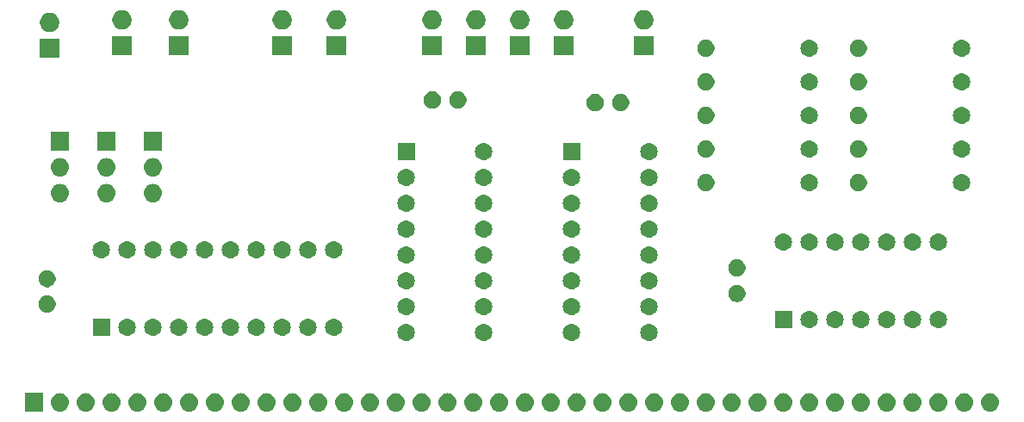
<source format=gbr>
G04 #@! TF.GenerationSoftware,KiCad,Pcbnew,(5.1.4-0-10_14)*
G04 #@! TF.CreationDate,2019-12-15T08:51:47-08:00*
G04 #@! TF.ProjectId,ram-32-word,72616d2d-3332-42d7-976f-72642e6b6963,rev?*
G04 #@! TF.SameCoordinates,Original*
G04 #@! TF.FileFunction,Soldermask,Bot*
G04 #@! TF.FilePolarity,Negative*
%FSLAX46Y46*%
G04 Gerber Fmt 4.6, Leading zero omitted, Abs format (unit mm)*
G04 Created by KiCad (PCBNEW (5.1.4-0-10_14)) date 2019-12-15 08:51:47*
%MOMM*%
%LPD*%
G04 APERTURE LIST*
%ADD10C,0.100000*%
G04 APERTURE END LIST*
D10*
G36*
X157590443Y-145155519D02*
G01*
X157656627Y-145162037D01*
X157826466Y-145213557D01*
X157982991Y-145297222D01*
X158018729Y-145326552D01*
X158120186Y-145409814D01*
X158203448Y-145511271D01*
X158232778Y-145547009D01*
X158316443Y-145703534D01*
X158367963Y-145873373D01*
X158385359Y-146050000D01*
X158367963Y-146226627D01*
X158316443Y-146396466D01*
X158232778Y-146552991D01*
X158203448Y-146588729D01*
X158120186Y-146690186D01*
X158018729Y-146773448D01*
X157982991Y-146802778D01*
X157826466Y-146886443D01*
X157656627Y-146937963D01*
X157590442Y-146944482D01*
X157524260Y-146951000D01*
X157435740Y-146951000D01*
X157369558Y-146944482D01*
X157303373Y-146937963D01*
X157133534Y-146886443D01*
X156977009Y-146802778D01*
X156941271Y-146773448D01*
X156839814Y-146690186D01*
X156756552Y-146588729D01*
X156727222Y-146552991D01*
X156643557Y-146396466D01*
X156592037Y-146226627D01*
X156574641Y-146050000D01*
X156592037Y-145873373D01*
X156643557Y-145703534D01*
X156727222Y-145547009D01*
X156756552Y-145511271D01*
X156839814Y-145409814D01*
X156941271Y-145326552D01*
X156977009Y-145297222D01*
X157133534Y-145213557D01*
X157303373Y-145162037D01*
X157369557Y-145155519D01*
X157435740Y-145149000D01*
X157524260Y-145149000D01*
X157590443Y-145155519D01*
X157590443Y-145155519D01*
G37*
G36*
X155050443Y-145155519D02*
G01*
X155116627Y-145162037D01*
X155286466Y-145213557D01*
X155442991Y-145297222D01*
X155478729Y-145326552D01*
X155580186Y-145409814D01*
X155663448Y-145511271D01*
X155692778Y-145547009D01*
X155776443Y-145703534D01*
X155827963Y-145873373D01*
X155845359Y-146050000D01*
X155827963Y-146226627D01*
X155776443Y-146396466D01*
X155692778Y-146552991D01*
X155663448Y-146588729D01*
X155580186Y-146690186D01*
X155478729Y-146773448D01*
X155442991Y-146802778D01*
X155286466Y-146886443D01*
X155116627Y-146937963D01*
X155050442Y-146944482D01*
X154984260Y-146951000D01*
X154895740Y-146951000D01*
X154829558Y-146944482D01*
X154763373Y-146937963D01*
X154593534Y-146886443D01*
X154437009Y-146802778D01*
X154401271Y-146773448D01*
X154299814Y-146690186D01*
X154216552Y-146588729D01*
X154187222Y-146552991D01*
X154103557Y-146396466D01*
X154052037Y-146226627D01*
X154034641Y-146050000D01*
X154052037Y-145873373D01*
X154103557Y-145703534D01*
X154187222Y-145547009D01*
X154216552Y-145511271D01*
X154299814Y-145409814D01*
X154401271Y-145326552D01*
X154437009Y-145297222D01*
X154593534Y-145213557D01*
X154763373Y-145162037D01*
X154829557Y-145155519D01*
X154895740Y-145149000D01*
X154984260Y-145149000D01*
X155050443Y-145155519D01*
X155050443Y-145155519D01*
G37*
G36*
X152510443Y-145155519D02*
G01*
X152576627Y-145162037D01*
X152746466Y-145213557D01*
X152902991Y-145297222D01*
X152938729Y-145326552D01*
X153040186Y-145409814D01*
X153123448Y-145511271D01*
X153152778Y-145547009D01*
X153236443Y-145703534D01*
X153287963Y-145873373D01*
X153305359Y-146050000D01*
X153287963Y-146226627D01*
X153236443Y-146396466D01*
X153152778Y-146552991D01*
X153123448Y-146588729D01*
X153040186Y-146690186D01*
X152938729Y-146773448D01*
X152902991Y-146802778D01*
X152746466Y-146886443D01*
X152576627Y-146937963D01*
X152510442Y-146944482D01*
X152444260Y-146951000D01*
X152355740Y-146951000D01*
X152289558Y-146944482D01*
X152223373Y-146937963D01*
X152053534Y-146886443D01*
X151897009Y-146802778D01*
X151861271Y-146773448D01*
X151759814Y-146690186D01*
X151676552Y-146588729D01*
X151647222Y-146552991D01*
X151563557Y-146396466D01*
X151512037Y-146226627D01*
X151494641Y-146050000D01*
X151512037Y-145873373D01*
X151563557Y-145703534D01*
X151647222Y-145547009D01*
X151676552Y-145511271D01*
X151759814Y-145409814D01*
X151861271Y-145326552D01*
X151897009Y-145297222D01*
X152053534Y-145213557D01*
X152223373Y-145162037D01*
X152289557Y-145155519D01*
X152355740Y-145149000D01*
X152444260Y-145149000D01*
X152510443Y-145155519D01*
X152510443Y-145155519D01*
G37*
G36*
X149970443Y-145155519D02*
G01*
X150036627Y-145162037D01*
X150206466Y-145213557D01*
X150362991Y-145297222D01*
X150398729Y-145326552D01*
X150500186Y-145409814D01*
X150583448Y-145511271D01*
X150612778Y-145547009D01*
X150696443Y-145703534D01*
X150747963Y-145873373D01*
X150765359Y-146050000D01*
X150747963Y-146226627D01*
X150696443Y-146396466D01*
X150612778Y-146552991D01*
X150583448Y-146588729D01*
X150500186Y-146690186D01*
X150398729Y-146773448D01*
X150362991Y-146802778D01*
X150206466Y-146886443D01*
X150036627Y-146937963D01*
X149970442Y-146944482D01*
X149904260Y-146951000D01*
X149815740Y-146951000D01*
X149749558Y-146944482D01*
X149683373Y-146937963D01*
X149513534Y-146886443D01*
X149357009Y-146802778D01*
X149321271Y-146773448D01*
X149219814Y-146690186D01*
X149136552Y-146588729D01*
X149107222Y-146552991D01*
X149023557Y-146396466D01*
X148972037Y-146226627D01*
X148954641Y-146050000D01*
X148972037Y-145873373D01*
X149023557Y-145703534D01*
X149107222Y-145547009D01*
X149136552Y-145511271D01*
X149219814Y-145409814D01*
X149321271Y-145326552D01*
X149357009Y-145297222D01*
X149513534Y-145213557D01*
X149683373Y-145162037D01*
X149749557Y-145155519D01*
X149815740Y-145149000D01*
X149904260Y-145149000D01*
X149970443Y-145155519D01*
X149970443Y-145155519D01*
G37*
G36*
X147430443Y-145155519D02*
G01*
X147496627Y-145162037D01*
X147666466Y-145213557D01*
X147822991Y-145297222D01*
X147858729Y-145326552D01*
X147960186Y-145409814D01*
X148043448Y-145511271D01*
X148072778Y-145547009D01*
X148156443Y-145703534D01*
X148207963Y-145873373D01*
X148225359Y-146050000D01*
X148207963Y-146226627D01*
X148156443Y-146396466D01*
X148072778Y-146552991D01*
X148043448Y-146588729D01*
X147960186Y-146690186D01*
X147858729Y-146773448D01*
X147822991Y-146802778D01*
X147666466Y-146886443D01*
X147496627Y-146937963D01*
X147430442Y-146944482D01*
X147364260Y-146951000D01*
X147275740Y-146951000D01*
X147209558Y-146944482D01*
X147143373Y-146937963D01*
X146973534Y-146886443D01*
X146817009Y-146802778D01*
X146781271Y-146773448D01*
X146679814Y-146690186D01*
X146596552Y-146588729D01*
X146567222Y-146552991D01*
X146483557Y-146396466D01*
X146432037Y-146226627D01*
X146414641Y-146050000D01*
X146432037Y-145873373D01*
X146483557Y-145703534D01*
X146567222Y-145547009D01*
X146596552Y-145511271D01*
X146679814Y-145409814D01*
X146781271Y-145326552D01*
X146817009Y-145297222D01*
X146973534Y-145213557D01*
X147143373Y-145162037D01*
X147209557Y-145155519D01*
X147275740Y-145149000D01*
X147364260Y-145149000D01*
X147430443Y-145155519D01*
X147430443Y-145155519D01*
G37*
G36*
X144890443Y-145155519D02*
G01*
X144956627Y-145162037D01*
X145126466Y-145213557D01*
X145282991Y-145297222D01*
X145318729Y-145326552D01*
X145420186Y-145409814D01*
X145503448Y-145511271D01*
X145532778Y-145547009D01*
X145616443Y-145703534D01*
X145667963Y-145873373D01*
X145685359Y-146050000D01*
X145667963Y-146226627D01*
X145616443Y-146396466D01*
X145532778Y-146552991D01*
X145503448Y-146588729D01*
X145420186Y-146690186D01*
X145318729Y-146773448D01*
X145282991Y-146802778D01*
X145126466Y-146886443D01*
X144956627Y-146937963D01*
X144890442Y-146944482D01*
X144824260Y-146951000D01*
X144735740Y-146951000D01*
X144669558Y-146944482D01*
X144603373Y-146937963D01*
X144433534Y-146886443D01*
X144277009Y-146802778D01*
X144241271Y-146773448D01*
X144139814Y-146690186D01*
X144056552Y-146588729D01*
X144027222Y-146552991D01*
X143943557Y-146396466D01*
X143892037Y-146226627D01*
X143874641Y-146050000D01*
X143892037Y-145873373D01*
X143943557Y-145703534D01*
X144027222Y-145547009D01*
X144056552Y-145511271D01*
X144139814Y-145409814D01*
X144241271Y-145326552D01*
X144277009Y-145297222D01*
X144433534Y-145213557D01*
X144603373Y-145162037D01*
X144669557Y-145155519D01*
X144735740Y-145149000D01*
X144824260Y-145149000D01*
X144890443Y-145155519D01*
X144890443Y-145155519D01*
G37*
G36*
X142350443Y-145155519D02*
G01*
X142416627Y-145162037D01*
X142586466Y-145213557D01*
X142742991Y-145297222D01*
X142778729Y-145326552D01*
X142880186Y-145409814D01*
X142963448Y-145511271D01*
X142992778Y-145547009D01*
X143076443Y-145703534D01*
X143127963Y-145873373D01*
X143145359Y-146050000D01*
X143127963Y-146226627D01*
X143076443Y-146396466D01*
X142992778Y-146552991D01*
X142963448Y-146588729D01*
X142880186Y-146690186D01*
X142778729Y-146773448D01*
X142742991Y-146802778D01*
X142586466Y-146886443D01*
X142416627Y-146937963D01*
X142350442Y-146944482D01*
X142284260Y-146951000D01*
X142195740Y-146951000D01*
X142129558Y-146944482D01*
X142063373Y-146937963D01*
X141893534Y-146886443D01*
X141737009Y-146802778D01*
X141701271Y-146773448D01*
X141599814Y-146690186D01*
X141516552Y-146588729D01*
X141487222Y-146552991D01*
X141403557Y-146396466D01*
X141352037Y-146226627D01*
X141334641Y-146050000D01*
X141352037Y-145873373D01*
X141403557Y-145703534D01*
X141487222Y-145547009D01*
X141516552Y-145511271D01*
X141599814Y-145409814D01*
X141701271Y-145326552D01*
X141737009Y-145297222D01*
X141893534Y-145213557D01*
X142063373Y-145162037D01*
X142129557Y-145155519D01*
X142195740Y-145149000D01*
X142284260Y-145149000D01*
X142350443Y-145155519D01*
X142350443Y-145155519D01*
G37*
G36*
X139810443Y-145155519D02*
G01*
X139876627Y-145162037D01*
X140046466Y-145213557D01*
X140202991Y-145297222D01*
X140238729Y-145326552D01*
X140340186Y-145409814D01*
X140423448Y-145511271D01*
X140452778Y-145547009D01*
X140536443Y-145703534D01*
X140587963Y-145873373D01*
X140605359Y-146050000D01*
X140587963Y-146226627D01*
X140536443Y-146396466D01*
X140452778Y-146552991D01*
X140423448Y-146588729D01*
X140340186Y-146690186D01*
X140238729Y-146773448D01*
X140202991Y-146802778D01*
X140046466Y-146886443D01*
X139876627Y-146937963D01*
X139810442Y-146944482D01*
X139744260Y-146951000D01*
X139655740Y-146951000D01*
X139589558Y-146944482D01*
X139523373Y-146937963D01*
X139353534Y-146886443D01*
X139197009Y-146802778D01*
X139161271Y-146773448D01*
X139059814Y-146690186D01*
X138976552Y-146588729D01*
X138947222Y-146552991D01*
X138863557Y-146396466D01*
X138812037Y-146226627D01*
X138794641Y-146050000D01*
X138812037Y-145873373D01*
X138863557Y-145703534D01*
X138947222Y-145547009D01*
X138976552Y-145511271D01*
X139059814Y-145409814D01*
X139161271Y-145326552D01*
X139197009Y-145297222D01*
X139353534Y-145213557D01*
X139523373Y-145162037D01*
X139589557Y-145155519D01*
X139655740Y-145149000D01*
X139744260Y-145149000D01*
X139810443Y-145155519D01*
X139810443Y-145155519D01*
G37*
G36*
X137270443Y-145155519D02*
G01*
X137336627Y-145162037D01*
X137506466Y-145213557D01*
X137662991Y-145297222D01*
X137698729Y-145326552D01*
X137800186Y-145409814D01*
X137883448Y-145511271D01*
X137912778Y-145547009D01*
X137996443Y-145703534D01*
X138047963Y-145873373D01*
X138065359Y-146050000D01*
X138047963Y-146226627D01*
X137996443Y-146396466D01*
X137912778Y-146552991D01*
X137883448Y-146588729D01*
X137800186Y-146690186D01*
X137698729Y-146773448D01*
X137662991Y-146802778D01*
X137506466Y-146886443D01*
X137336627Y-146937963D01*
X137270442Y-146944482D01*
X137204260Y-146951000D01*
X137115740Y-146951000D01*
X137049558Y-146944482D01*
X136983373Y-146937963D01*
X136813534Y-146886443D01*
X136657009Y-146802778D01*
X136621271Y-146773448D01*
X136519814Y-146690186D01*
X136436552Y-146588729D01*
X136407222Y-146552991D01*
X136323557Y-146396466D01*
X136272037Y-146226627D01*
X136254641Y-146050000D01*
X136272037Y-145873373D01*
X136323557Y-145703534D01*
X136407222Y-145547009D01*
X136436552Y-145511271D01*
X136519814Y-145409814D01*
X136621271Y-145326552D01*
X136657009Y-145297222D01*
X136813534Y-145213557D01*
X136983373Y-145162037D01*
X137049557Y-145155519D01*
X137115740Y-145149000D01*
X137204260Y-145149000D01*
X137270443Y-145155519D01*
X137270443Y-145155519D01*
G37*
G36*
X134730443Y-145155519D02*
G01*
X134796627Y-145162037D01*
X134966466Y-145213557D01*
X135122991Y-145297222D01*
X135158729Y-145326552D01*
X135260186Y-145409814D01*
X135343448Y-145511271D01*
X135372778Y-145547009D01*
X135456443Y-145703534D01*
X135507963Y-145873373D01*
X135525359Y-146050000D01*
X135507963Y-146226627D01*
X135456443Y-146396466D01*
X135372778Y-146552991D01*
X135343448Y-146588729D01*
X135260186Y-146690186D01*
X135158729Y-146773448D01*
X135122991Y-146802778D01*
X134966466Y-146886443D01*
X134796627Y-146937963D01*
X134730442Y-146944482D01*
X134664260Y-146951000D01*
X134575740Y-146951000D01*
X134509558Y-146944482D01*
X134443373Y-146937963D01*
X134273534Y-146886443D01*
X134117009Y-146802778D01*
X134081271Y-146773448D01*
X133979814Y-146690186D01*
X133896552Y-146588729D01*
X133867222Y-146552991D01*
X133783557Y-146396466D01*
X133732037Y-146226627D01*
X133714641Y-146050000D01*
X133732037Y-145873373D01*
X133783557Y-145703534D01*
X133867222Y-145547009D01*
X133896552Y-145511271D01*
X133979814Y-145409814D01*
X134081271Y-145326552D01*
X134117009Y-145297222D01*
X134273534Y-145213557D01*
X134443373Y-145162037D01*
X134509557Y-145155519D01*
X134575740Y-145149000D01*
X134664260Y-145149000D01*
X134730443Y-145155519D01*
X134730443Y-145155519D01*
G37*
G36*
X132190443Y-145155519D02*
G01*
X132256627Y-145162037D01*
X132426466Y-145213557D01*
X132582991Y-145297222D01*
X132618729Y-145326552D01*
X132720186Y-145409814D01*
X132803448Y-145511271D01*
X132832778Y-145547009D01*
X132916443Y-145703534D01*
X132967963Y-145873373D01*
X132985359Y-146050000D01*
X132967963Y-146226627D01*
X132916443Y-146396466D01*
X132832778Y-146552991D01*
X132803448Y-146588729D01*
X132720186Y-146690186D01*
X132618729Y-146773448D01*
X132582991Y-146802778D01*
X132426466Y-146886443D01*
X132256627Y-146937963D01*
X132190442Y-146944482D01*
X132124260Y-146951000D01*
X132035740Y-146951000D01*
X131969558Y-146944482D01*
X131903373Y-146937963D01*
X131733534Y-146886443D01*
X131577009Y-146802778D01*
X131541271Y-146773448D01*
X131439814Y-146690186D01*
X131356552Y-146588729D01*
X131327222Y-146552991D01*
X131243557Y-146396466D01*
X131192037Y-146226627D01*
X131174641Y-146050000D01*
X131192037Y-145873373D01*
X131243557Y-145703534D01*
X131327222Y-145547009D01*
X131356552Y-145511271D01*
X131439814Y-145409814D01*
X131541271Y-145326552D01*
X131577009Y-145297222D01*
X131733534Y-145213557D01*
X131903373Y-145162037D01*
X131969557Y-145155519D01*
X132035740Y-145149000D01*
X132124260Y-145149000D01*
X132190443Y-145155519D01*
X132190443Y-145155519D01*
G37*
G36*
X129650443Y-145155519D02*
G01*
X129716627Y-145162037D01*
X129886466Y-145213557D01*
X130042991Y-145297222D01*
X130078729Y-145326552D01*
X130180186Y-145409814D01*
X130263448Y-145511271D01*
X130292778Y-145547009D01*
X130376443Y-145703534D01*
X130427963Y-145873373D01*
X130445359Y-146050000D01*
X130427963Y-146226627D01*
X130376443Y-146396466D01*
X130292778Y-146552991D01*
X130263448Y-146588729D01*
X130180186Y-146690186D01*
X130078729Y-146773448D01*
X130042991Y-146802778D01*
X129886466Y-146886443D01*
X129716627Y-146937963D01*
X129650442Y-146944482D01*
X129584260Y-146951000D01*
X129495740Y-146951000D01*
X129429558Y-146944482D01*
X129363373Y-146937963D01*
X129193534Y-146886443D01*
X129037009Y-146802778D01*
X129001271Y-146773448D01*
X128899814Y-146690186D01*
X128816552Y-146588729D01*
X128787222Y-146552991D01*
X128703557Y-146396466D01*
X128652037Y-146226627D01*
X128634641Y-146050000D01*
X128652037Y-145873373D01*
X128703557Y-145703534D01*
X128787222Y-145547009D01*
X128816552Y-145511271D01*
X128899814Y-145409814D01*
X129001271Y-145326552D01*
X129037009Y-145297222D01*
X129193534Y-145213557D01*
X129363373Y-145162037D01*
X129429557Y-145155519D01*
X129495740Y-145149000D01*
X129584260Y-145149000D01*
X129650443Y-145155519D01*
X129650443Y-145155519D01*
G37*
G36*
X127110443Y-145155519D02*
G01*
X127176627Y-145162037D01*
X127346466Y-145213557D01*
X127502991Y-145297222D01*
X127538729Y-145326552D01*
X127640186Y-145409814D01*
X127723448Y-145511271D01*
X127752778Y-145547009D01*
X127836443Y-145703534D01*
X127887963Y-145873373D01*
X127905359Y-146050000D01*
X127887963Y-146226627D01*
X127836443Y-146396466D01*
X127752778Y-146552991D01*
X127723448Y-146588729D01*
X127640186Y-146690186D01*
X127538729Y-146773448D01*
X127502991Y-146802778D01*
X127346466Y-146886443D01*
X127176627Y-146937963D01*
X127110442Y-146944482D01*
X127044260Y-146951000D01*
X126955740Y-146951000D01*
X126889558Y-146944482D01*
X126823373Y-146937963D01*
X126653534Y-146886443D01*
X126497009Y-146802778D01*
X126461271Y-146773448D01*
X126359814Y-146690186D01*
X126276552Y-146588729D01*
X126247222Y-146552991D01*
X126163557Y-146396466D01*
X126112037Y-146226627D01*
X126094641Y-146050000D01*
X126112037Y-145873373D01*
X126163557Y-145703534D01*
X126247222Y-145547009D01*
X126276552Y-145511271D01*
X126359814Y-145409814D01*
X126461271Y-145326552D01*
X126497009Y-145297222D01*
X126653534Y-145213557D01*
X126823373Y-145162037D01*
X126889557Y-145155519D01*
X126955740Y-145149000D01*
X127044260Y-145149000D01*
X127110443Y-145155519D01*
X127110443Y-145155519D01*
G37*
G36*
X124570443Y-145155519D02*
G01*
X124636627Y-145162037D01*
X124806466Y-145213557D01*
X124962991Y-145297222D01*
X124998729Y-145326552D01*
X125100186Y-145409814D01*
X125183448Y-145511271D01*
X125212778Y-145547009D01*
X125296443Y-145703534D01*
X125347963Y-145873373D01*
X125365359Y-146050000D01*
X125347963Y-146226627D01*
X125296443Y-146396466D01*
X125212778Y-146552991D01*
X125183448Y-146588729D01*
X125100186Y-146690186D01*
X124998729Y-146773448D01*
X124962991Y-146802778D01*
X124806466Y-146886443D01*
X124636627Y-146937963D01*
X124570442Y-146944482D01*
X124504260Y-146951000D01*
X124415740Y-146951000D01*
X124349558Y-146944482D01*
X124283373Y-146937963D01*
X124113534Y-146886443D01*
X123957009Y-146802778D01*
X123921271Y-146773448D01*
X123819814Y-146690186D01*
X123736552Y-146588729D01*
X123707222Y-146552991D01*
X123623557Y-146396466D01*
X123572037Y-146226627D01*
X123554641Y-146050000D01*
X123572037Y-145873373D01*
X123623557Y-145703534D01*
X123707222Y-145547009D01*
X123736552Y-145511271D01*
X123819814Y-145409814D01*
X123921271Y-145326552D01*
X123957009Y-145297222D01*
X124113534Y-145213557D01*
X124283373Y-145162037D01*
X124349557Y-145155519D01*
X124415740Y-145149000D01*
X124504260Y-145149000D01*
X124570443Y-145155519D01*
X124570443Y-145155519D01*
G37*
G36*
X122030443Y-145155519D02*
G01*
X122096627Y-145162037D01*
X122266466Y-145213557D01*
X122422991Y-145297222D01*
X122458729Y-145326552D01*
X122560186Y-145409814D01*
X122643448Y-145511271D01*
X122672778Y-145547009D01*
X122756443Y-145703534D01*
X122807963Y-145873373D01*
X122825359Y-146050000D01*
X122807963Y-146226627D01*
X122756443Y-146396466D01*
X122672778Y-146552991D01*
X122643448Y-146588729D01*
X122560186Y-146690186D01*
X122458729Y-146773448D01*
X122422991Y-146802778D01*
X122266466Y-146886443D01*
X122096627Y-146937963D01*
X122030442Y-146944482D01*
X121964260Y-146951000D01*
X121875740Y-146951000D01*
X121809558Y-146944482D01*
X121743373Y-146937963D01*
X121573534Y-146886443D01*
X121417009Y-146802778D01*
X121381271Y-146773448D01*
X121279814Y-146690186D01*
X121196552Y-146588729D01*
X121167222Y-146552991D01*
X121083557Y-146396466D01*
X121032037Y-146226627D01*
X121014641Y-146050000D01*
X121032037Y-145873373D01*
X121083557Y-145703534D01*
X121167222Y-145547009D01*
X121196552Y-145511271D01*
X121279814Y-145409814D01*
X121381271Y-145326552D01*
X121417009Y-145297222D01*
X121573534Y-145213557D01*
X121743373Y-145162037D01*
X121809557Y-145155519D01*
X121875740Y-145149000D01*
X121964260Y-145149000D01*
X122030443Y-145155519D01*
X122030443Y-145155519D01*
G37*
G36*
X119490443Y-145155519D02*
G01*
X119556627Y-145162037D01*
X119726466Y-145213557D01*
X119882991Y-145297222D01*
X119918729Y-145326552D01*
X120020186Y-145409814D01*
X120103448Y-145511271D01*
X120132778Y-145547009D01*
X120216443Y-145703534D01*
X120267963Y-145873373D01*
X120285359Y-146050000D01*
X120267963Y-146226627D01*
X120216443Y-146396466D01*
X120132778Y-146552991D01*
X120103448Y-146588729D01*
X120020186Y-146690186D01*
X119918729Y-146773448D01*
X119882991Y-146802778D01*
X119726466Y-146886443D01*
X119556627Y-146937963D01*
X119490442Y-146944482D01*
X119424260Y-146951000D01*
X119335740Y-146951000D01*
X119269558Y-146944482D01*
X119203373Y-146937963D01*
X119033534Y-146886443D01*
X118877009Y-146802778D01*
X118841271Y-146773448D01*
X118739814Y-146690186D01*
X118656552Y-146588729D01*
X118627222Y-146552991D01*
X118543557Y-146396466D01*
X118492037Y-146226627D01*
X118474641Y-146050000D01*
X118492037Y-145873373D01*
X118543557Y-145703534D01*
X118627222Y-145547009D01*
X118656552Y-145511271D01*
X118739814Y-145409814D01*
X118841271Y-145326552D01*
X118877009Y-145297222D01*
X119033534Y-145213557D01*
X119203373Y-145162037D01*
X119269557Y-145155519D01*
X119335740Y-145149000D01*
X119424260Y-145149000D01*
X119490443Y-145155519D01*
X119490443Y-145155519D01*
G37*
G36*
X116950443Y-145155519D02*
G01*
X117016627Y-145162037D01*
X117186466Y-145213557D01*
X117342991Y-145297222D01*
X117378729Y-145326552D01*
X117480186Y-145409814D01*
X117563448Y-145511271D01*
X117592778Y-145547009D01*
X117676443Y-145703534D01*
X117727963Y-145873373D01*
X117745359Y-146050000D01*
X117727963Y-146226627D01*
X117676443Y-146396466D01*
X117592778Y-146552991D01*
X117563448Y-146588729D01*
X117480186Y-146690186D01*
X117378729Y-146773448D01*
X117342991Y-146802778D01*
X117186466Y-146886443D01*
X117016627Y-146937963D01*
X116950442Y-146944482D01*
X116884260Y-146951000D01*
X116795740Y-146951000D01*
X116729558Y-146944482D01*
X116663373Y-146937963D01*
X116493534Y-146886443D01*
X116337009Y-146802778D01*
X116301271Y-146773448D01*
X116199814Y-146690186D01*
X116116552Y-146588729D01*
X116087222Y-146552991D01*
X116003557Y-146396466D01*
X115952037Y-146226627D01*
X115934641Y-146050000D01*
X115952037Y-145873373D01*
X116003557Y-145703534D01*
X116087222Y-145547009D01*
X116116552Y-145511271D01*
X116199814Y-145409814D01*
X116301271Y-145326552D01*
X116337009Y-145297222D01*
X116493534Y-145213557D01*
X116663373Y-145162037D01*
X116729557Y-145155519D01*
X116795740Y-145149000D01*
X116884260Y-145149000D01*
X116950443Y-145155519D01*
X116950443Y-145155519D01*
G37*
G36*
X114410443Y-145155519D02*
G01*
X114476627Y-145162037D01*
X114646466Y-145213557D01*
X114802991Y-145297222D01*
X114838729Y-145326552D01*
X114940186Y-145409814D01*
X115023448Y-145511271D01*
X115052778Y-145547009D01*
X115136443Y-145703534D01*
X115187963Y-145873373D01*
X115205359Y-146050000D01*
X115187963Y-146226627D01*
X115136443Y-146396466D01*
X115052778Y-146552991D01*
X115023448Y-146588729D01*
X114940186Y-146690186D01*
X114838729Y-146773448D01*
X114802991Y-146802778D01*
X114646466Y-146886443D01*
X114476627Y-146937963D01*
X114410442Y-146944482D01*
X114344260Y-146951000D01*
X114255740Y-146951000D01*
X114189558Y-146944482D01*
X114123373Y-146937963D01*
X113953534Y-146886443D01*
X113797009Y-146802778D01*
X113761271Y-146773448D01*
X113659814Y-146690186D01*
X113576552Y-146588729D01*
X113547222Y-146552991D01*
X113463557Y-146396466D01*
X113412037Y-146226627D01*
X113394641Y-146050000D01*
X113412037Y-145873373D01*
X113463557Y-145703534D01*
X113547222Y-145547009D01*
X113576552Y-145511271D01*
X113659814Y-145409814D01*
X113761271Y-145326552D01*
X113797009Y-145297222D01*
X113953534Y-145213557D01*
X114123373Y-145162037D01*
X114189557Y-145155519D01*
X114255740Y-145149000D01*
X114344260Y-145149000D01*
X114410443Y-145155519D01*
X114410443Y-145155519D01*
G37*
G36*
X111870443Y-145155519D02*
G01*
X111936627Y-145162037D01*
X112106466Y-145213557D01*
X112262991Y-145297222D01*
X112298729Y-145326552D01*
X112400186Y-145409814D01*
X112483448Y-145511271D01*
X112512778Y-145547009D01*
X112596443Y-145703534D01*
X112647963Y-145873373D01*
X112665359Y-146050000D01*
X112647963Y-146226627D01*
X112596443Y-146396466D01*
X112512778Y-146552991D01*
X112483448Y-146588729D01*
X112400186Y-146690186D01*
X112298729Y-146773448D01*
X112262991Y-146802778D01*
X112106466Y-146886443D01*
X111936627Y-146937963D01*
X111870442Y-146944482D01*
X111804260Y-146951000D01*
X111715740Y-146951000D01*
X111649558Y-146944482D01*
X111583373Y-146937963D01*
X111413534Y-146886443D01*
X111257009Y-146802778D01*
X111221271Y-146773448D01*
X111119814Y-146690186D01*
X111036552Y-146588729D01*
X111007222Y-146552991D01*
X110923557Y-146396466D01*
X110872037Y-146226627D01*
X110854641Y-146050000D01*
X110872037Y-145873373D01*
X110923557Y-145703534D01*
X111007222Y-145547009D01*
X111036552Y-145511271D01*
X111119814Y-145409814D01*
X111221271Y-145326552D01*
X111257009Y-145297222D01*
X111413534Y-145213557D01*
X111583373Y-145162037D01*
X111649557Y-145155519D01*
X111715740Y-145149000D01*
X111804260Y-145149000D01*
X111870443Y-145155519D01*
X111870443Y-145155519D01*
G37*
G36*
X109330443Y-145155519D02*
G01*
X109396627Y-145162037D01*
X109566466Y-145213557D01*
X109722991Y-145297222D01*
X109758729Y-145326552D01*
X109860186Y-145409814D01*
X109943448Y-145511271D01*
X109972778Y-145547009D01*
X110056443Y-145703534D01*
X110107963Y-145873373D01*
X110125359Y-146050000D01*
X110107963Y-146226627D01*
X110056443Y-146396466D01*
X109972778Y-146552991D01*
X109943448Y-146588729D01*
X109860186Y-146690186D01*
X109758729Y-146773448D01*
X109722991Y-146802778D01*
X109566466Y-146886443D01*
X109396627Y-146937963D01*
X109330442Y-146944482D01*
X109264260Y-146951000D01*
X109175740Y-146951000D01*
X109109558Y-146944482D01*
X109043373Y-146937963D01*
X108873534Y-146886443D01*
X108717009Y-146802778D01*
X108681271Y-146773448D01*
X108579814Y-146690186D01*
X108496552Y-146588729D01*
X108467222Y-146552991D01*
X108383557Y-146396466D01*
X108332037Y-146226627D01*
X108314641Y-146050000D01*
X108332037Y-145873373D01*
X108383557Y-145703534D01*
X108467222Y-145547009D01*
X108496552Y-145511271D01*
X108579814Y-145409814D01*
X108681271Y-145326552D01*
X108717009Y-145297222D01*
X108873534Y-145213557D01*
X109043373Y-145162037D01*
X109109557Y-145155519D01*
X109175740Y-145149000D01*
X109264260Y-145149000D01*
X109330443Y-145155519D01*
X109330443Y-145155519D01*
G37*
G36*
X106790443Y-145155519D02*
G01*
X106856627Y-145162037D01*
X107026466Y-145213557D01*
X107182991Y-145297222D01*
X107218729Y-145326552D01*
X107320186Y-145409814D01*
X107403448Y-145511271D01*
X107432778Y-145547009D01*
X107516443Y-145703534D01*
X107567963Y-145873373D01*
X107585359Y-146050000D01*
X107567963Y-146226627D01*
X107516443Y-146396466D01*
X107432778Y-146552991D01*
X107403448Y-146588729D01*
X107320186Y-146690186D01*
X107218729Y-146773448D01*
X107182991Y-146802778D01*
X107026466Y-146886443D01*
X106856627Y-146937963D01*
X106790442Y-146944482D01*
X106724260Y-146951000D01*
X106635740Y-146951000D01*
X106569558Y-146944482D01*
X106503373Y-146937963D01*
X106333534Y-146886443D01*
X106177009Y-146802778D01*
X106141271Y-146773448D01*
X106039814Y-146690186D01*
X105956552Y-146588729D01*
X105927222Y-146552991D01*
X105843557Y-146396466D01*
X105792037Y-146226627D01*
X105774641Y-146050000D01*
X105792037Y-145873373D01*
X105843557Y-145703534D01*
X105927222Y-145547009D01*
X105956552Y-145511271D01*
X106039814Y-145409814D01*
X106141271Y-145326552D01*
X106177009Y-145297222D01*
X106333534Y-145213557D01*
X106503373Y-145162037D01*
X106569557Y-145155519D01*
X106635740Y-145149000D01*
X106724260Y-145149000D01*
X106790443Y-145155519D01*
X106790443Y-145155519D01*
G37*
G36*
X104250443Y-145155519D02*
G01*
X104316627Y-145162037D01*
X104486466Y-145213557D01*
X104642991Y-145297222D01*
X104678729Y-145326552D01*
X104780186Y-145409814D01*
X104863448Y-145511271D01*
X104892778Y-145547009D01*
X104976443Y-145703534D01*
X105027963Y-145873373D01*
X105045359Y-146050000D01*
X105027963Y-146226627D01*
X104976443Y-146396466D01*
X104892778Y-146552991D01*
X104863448Y-146588729D01*
X104780186Y-146690186D01*
X104678729Y-146773448D01*
X104642991Y-146802778D01*
X104486466Y-146886443D01*
X104316627Y-146937963D01*
X104250442Y-146944482D01*
X104184260Y-146951000D01*
X104095740Y-146951000D01*
X104029558Y-146944482D01*
X103963373Y-146937963D01*
X103793534Y-146886443D01*
X103637009Y-146802778D01*
X103601271Y-146773448D01*
X103499814Y-146690186D01*
X103416552Y-146588729D01*
X103387222Y-146552991D01*
X103303557Y-146396466D01*
X103252037Y-146226627D01*
X103234641Y-146050000D01*
X103252037Y-145873373D01*
X103303557Y-145703534D01*
X103387222Y-145547009D01*
X103416552Y-145511271D01*
X103499814Y-145409814D01*
X103601271Y-145326552D01*
X103637009Y-145297222D01*
X103793534Y-145213557D01*
X103963373Y-145162037D01*
X104029557Y-145155519D01*
X104095740Y-145149000D01*
X104184260Y-145149000D01*
X104250443Y-145155519D01*
X104250443Y-145155519D01*
G37*
G36*
X101710443Y-145155519D02*
G01*
X101776627Y-145162037D01*
X101946466Y-145213557D01*
X102102991Y-145297222D01*
X102138729Y-145326552D01*
X102240186Y-145409814D01*
X102323448Y-145511271D01*
X102352778Y-145547009D01*
X102436443Y-145703534D01*
X102487963Y-145873373D01*
X102505359Y-146050000D01*
X102487963Y-146226627D01*
X102436443Y-146396466D01*
X102352778Y-146552991D01*
X102323448Y-146588729D01*
X102240186Y-146690186D01*
X102138729Y-146773448D01*
X102102991Y-146802778D01*
X101946466Y-146886443D01*
X101776627Y-146937963D01*
X101710442Y-146944482D01*
X101644260Y-146951000D01*
X101555740Y-146951000D01*
X101489558Y-146944482D01*
X101423373Y-146937963D01*
X101253534Y-146886443D01*
X101097009Y-146802778D01*
X101061271Y-146773448D01*
X100959814Y-146690186D01*
X100876552Y-146588729D01*
X100847222Y-146552991D01*
X100763557Y-146396466D01*
X100712037Y-146226627D01*
X100694641Y-146050000D01*
X100712037Y-145873373D01*
X100763557Y-145703534D01*
X100847222Y-145547009D01*
X100876552Y-145511271D01*
X100959814Y-145409814D01*
X101061271Y-145326552D01*
X101097009Y-145297222D01*
X101253534Y-145213557D01*
X101423373Y-145162037D01*
X101489557Y-145155519D01*
X101555740Y-145149000D01*
X101644260Y-145149000D01*
X101710443Y-145155519D01*
X101710443Y-145155519D01*
G37*
G36*
X99170443Y-145155519D02*
G01*
X99236627Y-145162037D01*
X99406466Y-145213557D01*
X99562991Y-145297222D01*
X99598729Y-145326552D01*
X99700186Y-145409814D01*
X99783448Y-145511271D01*
X99812778Y-145547009D01*
X99896443Y-145703534D01*
X99947963Y-145873373D01*
X99965359Y-146050000D01*
X99947963Y-146226627D01*
X99896443Y-146396466D01*
X99812778Y-146552991D01*
X99783448Y-146588729D01*
X99700186Y-146690186D01*
X99598729Y-146773448D01*
X99562991Y-146802778D01*
X99406466Y-146886443D01*
X99236627Y-146937963D01*
X99170442Y-146944482D01*
X99104260Y-146951000D01*
X99015740Y-146951000D01*
X98949558Y-146944482D01*
X98883373Y-146937963D01*
X98713534Y-146886443D01*
X98557009Y-146802778D01*
X98521271Y-146773448D01*
X98419814Y-146690186D01*
X98336552Y-146588729D01*
X98307222Y-146552991D01*
X98223557Y-146396466D01*
X98172037Y-146226627D01*
X98154641Y-146050000D01*
X98172037Y-145873373D01*
X98223557Y-145703534D01*
X98307222Y-145547009D01*
X98336552Y-145511271D01*
X98419814Y-145409814D01*
X98521271Y-145326552D01*
X98557009Y-145297222D01*
X98713534Y-145213557D01*
X98883373Y-145162037D01*
X98949557Y-145155519D01*
X99015740Y-145149000D01*
X99104260Y-145149000D01*
X99170443Y-145155519D01*
X99170443Y-145155519D01*
G37*
G36*
X96630443Y-145155519D02*
G01*
X96696627Y-145162037D01*
X96866466Y-145213557D01*
X97022991Y-145297222D01*
X97058729Y-145326552D01*
X97160186Y-145409814D01*
X97243448Y-145511271D01*
X97272778Y-145547009D01*
X97356443Y-145703534D01*
X97407963Y-145873373D01*
X97425359Y-146050000D01*
X97407963Y-146226627D01*
X97356443Y-146396466D01*
X97272778Y-146552991D01*
X97243448Y-146588729D01*
X97160186Y-146690186D01*
X97058729Y-146773448D01*
X97022991Y-146802778D01*
X96866466Y-146886443D01*
X96696627Y-146937963D01*
X96630442Y-146944482D01*
X96564260Y-146951000D01*
X96475740Y-146951000D01*
X96409558Y-146944482D01*
X96343373Y-146937963D01*
X96173534Y-146886443D01*
X96017009Y-146802778D01*
X95981271Y-146773448D01*
X95879814Y-146690186D01*
X95796552Y-146588729D01*
X95767222Y-146552991D01*
X95683557Y-146396466D01*
X95632037Y-146226627D01*
X95614641Y-146050000D01*
X95632037Y-145873373D01*
X95683557Y-145703534D01*
X95767222Y-145547009D01*
X95796552Y-145511271D01*
X95879814Y-145409814D01*
X95981271Y-145326552D01*
X96017009Y-145297222D01*
X96173534Y-145213557D01*
X96343373Y-145162037D01*
X96409557Y-145155519D01*
X96475740Y-145149000D01*
X96564260Y-145149000D01*
X96630443Y-145155519D01*
X96630443Y-145155519D01*
G37*
G36*
X94090443Y-145155519D02*
G01*
X94156627Y-145162037D01*
X94326466Y-145213557D01*
X94482991Y-145297222D01*
X94518729Y-145326552D01*
X94620186Y-145409814D01*
X94703448Y-145511271D01*
X94732778Y-145547009D01*
X94816443Y-145703534D01*
X94867963Y-145873373D01*
X94885359Y-146050000D01*
X94867963Y-146226627D01*
X94816443Y-146396466D01*
X94732778Y-146552991D01*
X94703448Y-146588729D01*
X94620186Y-146690186D01*
X94518729Y-146773448D01*
X94482991Y-146802778D01*
X94326466Y-146886443D01*
X94156627Y-146937963D01*
X94090442Y-146944482D01*
X94024260Y-146951000D01*
X93935740Y-146951000D01*
X93869558Y-146944482D01*
X93803373Y-146937963D01*
X93633534Y-146886443D01*
X93477009Y-146802778D01*
X93441271Y-146773448D01*
X93339814Y-146690186D01*
X93256552Y-146588729D01*
X93227222Y-146552991D01*
X93143557Y-146396466D01*
X93092037Y-146226627D01*
X93074641Y-146050000D01*
X93092037Y-145873373D01*
X93143557Y-145703534D01*
X93227222Y-145547009D01*
X93256552Y-145511271D01*
X93339814Y-145409814D01*
X93441271Y-145326552D01*
X93477009Y-145297222D01*
X93633534Y-145213557D01*
X93803373Y-145162037D01*
X93869557Y-145155519D01*
X93935740Y-145149000D01*
X94024260Y-145149000D01*
X94090443Y-145155519D01*
X94090443Y-145155519D01*
G37*
G36*
X91550443Y-145155519D02*
G01*
X91616627Y-145162037D01*
X91786466Y-145213557D01*
X91942991Y-145297222D01*
X91978729Y-145326552D01*
X92080186Y-145409814D01*
X92163448Y-145511271D01*
X92192778Y-145547009D01*
X92276443Y-145703534D01*
X92327963Y-145873373D01*
X92345359Y-146050000D01*
X92327963Y-146226627D01*
X92276443Y-146396466D01*
X92192778Y-146552991D01*
X92163448Y-146588729D01*
X92080186Y-146690186D01*
X91978729Y-146773448D01*
X91942991Y-146802778D01*
X91786466Y-146886443D01*
X91616627Y-146937963D01*
X91550442Y-146944482D01*
X91484260Y-146951000D01*
X91395740Y-146951000D01*
X91329558Y-146944482D01*
X91263373Y-146937963D01*
X91093534Y-146886443D01*
X90937009Y-146802778D01*
X90901271Y-146773448D01*
X90799814Y-146690186D01*
X90716552Y-146588729D01*
X90687222Y-146552991D01*
X90603557Y-146396466D01*
X90552037Y-146226627D01*
X90534641Y-146050000D01*
X90552037Y-145873373D01*
X90603557Y-145703534D01*
X90687222Y-145547009D01*
X90716552Y-145511271D01*
X90799814Y-145409814D01*
X90901271Y-145326552D01*
X90937009Y-145297222D01*
X91093534Y-145213557D01*
X91263373Y-145162037D01*
X91329557Y-145155519D01*
X91395740Y-145149000D01*
X91484260Y-145149000D01*
X91550443Y-145155519D01*
X91550443Y-145155519D01*
G37*
G36*
X89010443Y-145155519D02*
G01*
X89076627Y-145162037D01*
X89246466Y-145213557D01*
X89402991Y-145297222D01*
X89438729Y-145326552D01*
X89540186Y-145409814D01*
X89623448Y-145511271D01*
X89652778Y-145547009D01*
X89736443Y-145703534D01*
X89787963Y-145873373D01*
X89805359Y-146050000D01*
X89787963Y-146226627D01*
X89736443Y-146396466D01*
X89652778Y-146552991D01*
X89623448Y-146588729D01*
X89540186Y-146690186D01*
X89438729Y-146773448D01*
X89402991Y-146802778D01*
X89246466Y-146886443D01*
X89076627Y-146937963D01*
X89010442Y-146944482D01*
X88944260Y-146951000D01*
X88855740Y-146951000D01*
X88789558Y-146944482D01*
X88723373Y-146937963D01*
X88553534Y-146886443D01*
X88397009Y-146802778D01*
X88361271Y-146773448D01*
X88259814Y-146690186D01*
X88176552Y-146588729D01*
X88147222Y-146552991D01*
X88063557Y-146396466D01*
X88012037Y-146226627D01*
X87994641Y-146050000D01*
X88012037Y-145873373D01*
X88063557Y-145703534D01*
X88147222Y-145547009D01*
X88176552Y-145511271D01*
X88259814Y-145409814D01*
X88361271Y-145326552D01*
X88397009Y-145297222D01*
X88553534Y-145213557D01*
X88723373Y-145162037D01*
X88789557Y-145155519D01*
X88855740Y-145149000D01*
X88944260Y-145149000D01*
X89010443Y-145155519D01*
X89010443Y-145155519D01*
G37*
G36*
X86470443Y-145155519D02*
G01*
X86536627Y-145162037D01*
X86706466Y-145213557D01*
X86862991Y-145297222D01*
X86898729Y-145326552D01*
X87000186Y-145409814D01*
X87083448Y-145511271D01*
X87112778Y-145547009D01*
X87196443Y-145703534D01*
X87247963Y-145873373D01*
X87265359Y-146050000D01*
X87247963Y-146226627D01*
X87196443Y-146396466D01*
X87112778Y-146552991D01*
X87083448Y-146588729D01*
X87000186Y-146690186D01*
X86898729Y-146773448D01*
X86862991Y-146802778D01*
X86706466Y-146886443D01*
X86536627Y-146937963D01*
X86470442Y-146944482D01*
X86404260Y-146951000D01*
X86315740Y-146951000D01*
X86249558Y-146944482D01*
X86183373Y-146937963D01*
X86013534Y-146886443D01*
X85857009Y-146802778D01*
X85821271Y-146773448D01*
X85719814Y-146690186D01*
X85636552Y-146588729D01*
X85607222Y-146552991D01*
X85523557Y-146396466D01*
X85472037Y-146226627D01*
X85454641Y-146050000D01*
X85472037Y-145873373D01*
X85523557Y-145703534D01*
X85607222Y-145547009D01*
X85636552Y-145511271D01*
X85719814Y-145409814D01*
X85821271Y-145326552D01*
X85857009Y-145297222D01*
X86013534Y-145213557D01*
X86183373Y-145162037D01*
X86249557Y-145155519D01*
X86315740Y-145149000D01*
X86404260Y-145149000D01*
X86470443Y-145155519D01*
X86470443Y-145155519D01*
G37*
G36*
X83930443Y-145155519D02*
G01*
X83996627Y-145162037D01*
X84166466Y-145213557D01*
X84322991Y-145297222D01*
X84358729Y-145326552D01*
X84460186Y-145409814D01*
X84543448Y-145511271D01*
X84572778Y-145547009D01*
X84656443Y-145703534D01*
X84707963Y-145873373D01*
X84725359Y-146050000D01*
X84707963Y-146226627D01*
X84656443Y-146396466D01*
X84572778Y-146552991D01*
X84543448Y-146588729D01*
X84460186Y-146690186D01*
X84358729Y-146773448D01*
X84322991Y-146802778D01*
X84166466Y-146886443D01*
X83996627Y-146937963D01*
X83930442Y-146944482D01*
X83864260Y-146951000D01*
X83775740Y-146951000D01*
X83709558Y-146944482D01*
X83643373Y-146937963D01*
X83473534Y-146886443D01*
X83317009Y-146802778D01*
X83281271Y-146773448D01*
X83179814Y-146690186D01*
X83096552Y-146588729D01*
X83067222Y-146552991D01*
X82983557Y-146396466D01*
X82932037Y-146226627D01*
X82914641Y-146050000D01*
X82932037Y-145873373D01*
X82983557Y-145703534D01*
X83067222Y-145547009D01*
X83096552Y-145511271D01*
X83179814Y-145409814D01*
X83281271Y-145326552D01*
X83317009Y-145297222D01*
X83473534Y-145213557D01*
X83643373Y-145162037D01*
X83709557Y-145155519D01*
X83775740Y-145149000D01*
X83864260Y-145149000D01*
X83930443Y-145155519D01*
X83930443Y-145155519D01*
G37*
G36*
X81390443Y-145155519D02*
G01*
X81456627Y-145162037D01*
X81626466Y-145213557D01*
X81782991Y-145297222D01*
X81818729Y-145326552D01*
X81920186Y-145409814D01*
X82003448Y-145511271D01*
X82032778Y-145547009D01*
X82116443Y-145703534D01*
X82167963Y-145873373D01*
X82185359Y-146050000D01*
X82167963Y-146226627D01*
X82116443Y-146396466D01*
X82032778Y-146552991D01*
X82003448Y-146588729D01*
X81920186Y-146690186D01*
X81818729Y-146773448D01*
X81782991Y-146802778D01*
X81626466Y-146886443D01*
X81456627Y-146937963D01*
X81390442Y-146944482D01*
X81324260Y-146951000D01*
X81235740Y-146951000D01*
X81169558Y-146944482D01*
X81103373Y-146937963D01*
X80933534Y-146886443D01*
X80777009Y-146802778D01*
X80741271Y-146773448D01*
X80639814Y-146690186D01*
X80556552Y-146588729D01*
X80527222Y-146552991D01*
X80443557Y-146396466D01*
X80392037Y-146226627D01*
X80374641Y-146050000D01*
X80392037Y-145873373D01*
X80443557Y-145703534D01*
X80527222Y-145547009D01*
X80556552Y-145511271D01*
X80639814Y-145409814D01*
X80741271Y-145326552D01*
X80777009Y-145297222D01*
X80933534Y-145213557D01*
X81103373Y-145162037D01*
X81169557Y-145155519D01*
X81235740Y-145149000D01*
X81324260Y-145149000D01*
X81390443Y-145155519D01*
X81390443Y-145155519D01*
G37*
G36*
X78850443Y-145155519D02*
G01*
X78916627Y-145162037D01*
X79086466Y-145213557D01*
X79242991Y-145297222D01*
X79278729Y-145326552D01*
X79380186Y-145409814D01*
X79463448Y-145511271D01*
X79492778Y-145547009D01*
X79576443Y-145703534D01*
X79627963Y-145873373D01*
X79645359Y-146050000D01*
X79627963Y-146226627D01*
X79576443Y-146396466D01*
X79492778Y-146552991D01*
X79463448Y-146588729D01*
X79380186Y-146690186D01*
X79278729Y-146773448D01*
X79242991Y-146802778D01*
X79086466Y-146886443D01*
X78916627Y-146937963D01*
X78850442Y-146944482D01*
X78784260Y-146951000D01*
X78695740Y-146951000D01*
X78629558Y-146944482D01*
X78563373Y-146937963D01*
X78393534Y-146886443D01*
X78237009Y-146802778D01*
X78201271Y-146773448D01*
X78099814Y-146690186D01*
X78016552Y-146588729D01*
X77987222Y-146552991D01*
X77903557Y-146396466D01*
X77852037Y-146226627D01*
X77834641Y-146050000D01*
X77852037Y-145873373D01*
X77903557Y-145703534D01*
X77987222Y-145547009D01*
X78016552Y-145511271D01*
X78099814Y-145409814D01*
X78201271Y-145326552D01*
X78237009Y-145297222D01*
X78393534Y-145213557D01*
X78563373Y-145162037D01*
X78629557Y-145155519D01*
X78695740Y-145149000D01*
X78784260Y-145149000D01*
X78850443Y-145155519D01*
X78850443Y-145155519D01*
G37*
G36*
X76310443Y-145155519D02*
G01*
X76376627Y-145162037D01*
X76546466Y-145213557D01*
X76702991Y-145297222D01*
X76738729Y-145326552D01*
X76840186Y-145409814D01*
X76923448Y-145511271D01*
X76952778Y-145547009D01*
X77036443Y-145703534D01*
X77087963Y-145873373D01*
X77105359Y-146050000D01*
X77087963Y-146226627D01*
X77036443Y-146396466D01*
X76952778Y-146552991D01*
X76923448Y-146588729D01*
X76840186Y-146690186D01*
X76738729Y-146773448D01*
X76702991Y-146802778D01*
X76546466Y-146886443D01*
X76376627Y-146937963D01*
X76310442Y-146944482D01*
X76244260Y-146951000D01*
X76155740Y-146951000D01*
X76089558Y-146944482D01*
X76023373Y-146937963D01*
X75853534Y-146886443D01*
X75697009Y-146802778D01*
X75661271Y-146773448D01*
X75559814Y-146690186D01*
X75476552Y-146588729D01*
X75447222Y-146552991D01*
X75363557Y-146396466D01*
X75312037Y-146226627D01*
X75294641Y-146050000D01*
X75312037Y-145873373D01*
X75363557Y-145703534D01*
X75447222Y-145547009D01*
X75476552Y-145511271D01*
X75559814Y-145409814D01*
X75661271Y-145326552D01*
X75697009Y-145297222D01*
X75853534Y-145213557D01*
X76023373Y-145162037D01*
X76089557Y-145155519D01*
X76155740Y-145149000D01*
X76244260Y-145149000D01*
X76310443Y-145155519D01*
X76310443Y-145155519D01*
G37*
G36*
X73770443Y-145155519D02*
G01*
X73836627Y-145162037D01*
X74006466Y-145213557D01*
X74162991Y-145297222D01*
X74198729Y-145326552D01*
X74300186Y-145409814D01*
X74383448Y-145511271D01*
X74412778Y-145547009D01*
X74496443Y-145703534D01*
X74547963Y-145873373D01*
X74565359Y-146050000D01*
X74547963Y-146226627D01*
X74496443Y-146396466D01*
X74412778Y-146552991D01*
X74383448Y-146588729D01*
X74300186Y-146690186D01*
X74198729Y-146773448D01*
X74162991Y-146802778D01*
X74006466Y-146886443D01*
X73836627Y-146937963D01*
X73770442Y-146944482D01*
X73704260Y-146951000D01*
X73615740Y-146951000D01*
X73549558Y-146944482D01*
X73483373Y-146937963D01*
X73313534Y-146886443D01*
X73157009Y-146802778D01*
X73121271Y-146773448D01*
X73019814Y-146690186D01*
X72936552Y-146588729D01*
X72907222Y-146552991D01*
X72823557Y-146396466D01*
X72772037Y-146226627D01*
X72754641Y-146050000D01*
X72772037Y-145873373D01*
X72823557Y-145703534D01*
X72907222Y-145547009D01*
X72936552Y-145511271D01*
X73019814Y-145409814D01*
X73121271Y-145326552D01*
X73157009Y-145297222D01*
X73313534Y-145213557D01*
X73483373Y-145162037D01*
X73549557Y-145155519D01*
X73615740Y-145149000D01*
X73704260Y-145149000D01*
X73770443Y-145155519D01*
X73770443Y-145155519D01*
G37*
G36*
X71230443Y-145155519D02*
G01*
X71296627Y-145162037D01*
X71466466Y-145213557D01*
X71622991Y-145297222D01*
X71658729Y-145326552D01*
X71760186Y-145409814D01*
X71843448Y-145511271D01*
X71872778Y-145547009D01*
X71956443Y-145703534D01*
X72007963Y-145873373D01*
X72025359Y-146050000D01*
X72007963Y-146226627D01*
X71956443Y-146396466D01*
X71872778Y-146552991D01*
X71843448Y-146588729D01*
X71760186Y-146690186D01*
X71658729Y-146773448D01*
X71622991Y-146802778D01*
X71466466Y-146886443D01*
X71296627Y-146937963D01*
X71230442Y-146944482D01*
X71164260Y-146951000D01*
X71075740Y-146951000D01*
X71009558Y-146944482D01*
X70943373Y-146937963D01*
X70773534Y-146886443D01*
X70617009Y-146802778D01*
X70581271Y-146773448D01*
X70479814Y-146690186D01*
X70396552Y-146588729D01*
X70367222Y-146552991D01*
X70283557Y-146396466D01*
X70232037Y-146226627D01*
X70214641Y-146050000D01*
X70232037Y-145873373D01*
X70283557Y-145703534D01*
X70367222Y-145547009D01*
X70396552Y-145511271D01*
X70479814Y-145409814D01*
X70581271Y-145326552D01*
X70617009Y-145297222D01*
X70773534Y-145213557D01*
X70943373Y-145162037D01*
X71009557Y-145155519D01*
X71075740Y-145149000D01*
X71164260Y-145149000D01*
X71230443Y-145155519D01*
X71230443Y-145155519D01*
G37*
G36*
X68690443Y-145155519D02*
G01*
X68756627Y-145162037D01*
X68926466Y-145213557D01*
X69082991Y-145297222D01*
X69118729Y-145326552D01*
X69220186Y-145409814D01*
X69303448Y-145511271D01*
X69332778Y-145547009D01*
X69416443Y-145703534D01*
X69467963Y-145873373D01*
X69485359Y-146050000D01*
X69467963Y-146226627D01*
X69416443Y-146396466D01*
X69332778Y-146552991D01*
X69303448Y-146588729D01*
X69220186Y-146690186D01*
X69118729Y-146773448D01*
X69082991Y-146802778D01*
X68926466Y-146886443D01*
X68756627Y-146937963D01*
X68690442Y-146944482D01*
X68624260Y-146951000D01*
X68535740Y-146951000D01*
X68469558Y-146944482D01*
X68403373Y-146937963D01*
X68233534Y-146886443D01*
X68077009Y-146802778D01*
X68041271Y-146773448D01*
X67939814Y-146690186D01*
X67856552Y-146588729D01*
X67827222Y-146552991D01*
X67743557Y-146396466D01*
X67692037Y-146226627D01*
X67674641Y-146050000D01*
X67692037Y-145873373D01*
X67743557Y-145703534D01*
X67827222Y-145547009D01*
X67856552Y-145511271D01*
X67939814Y-145409814D01*
X68041271Y-145326552D01*
X68077009Y-145297222D01*
X68233534Y-145213557D01*
X68403373Y-145162037D01*
X68469557Y-145155519D01*
X68535740Y-145149000D01*
X68624260Y-145149000D01*
X68690443Y-145155519D01*
X68690443Y-145155519D01*
G37*
G36*
X66150443Y-145155519D02*
G01*
X66216627Y-145162037D01*
X66386466Y-145213557D01*
X66542991Y-145297222D01*
X66578729Y-145326552D01*
X66680186Y-145409814D01*
X66763448Y-145511271D01*
X66792778Y-145547009D01*
X66876443Y-145703534D01*
X66927963Y-145873373D01*
X66945359Y-146050000D01*
X66927963Y-146226627D01*
X66876443Y-146396466D01*
X66792778Y-146552991D01*
X66763448Y-146588729D01*
X66680186Y-146690186D01*
X66578729Y-146773448D01*
X66542991Y-146802778D01*
X66386466Y-146886443D01*
X66216627Y-146937963D01*
X66150442Y-146944482D01*
X66084260Y-146951000D01*
X65995740Y-146951000D01*
X65929558Y-146944482D01*
X65863373Y-146937963D01*
X65693534Y-146886443D01*
X65537009Y-146802778D01*
X65501271Y-146773448D01*
X65399814Y-146690186D01*
X65316552Y-146588729D01*
X65287222Y-146552991D01*
X65203557Y-146396466D01*
X65152037Y-146226627D01*
X65134641Y-146050000D01*
X65152037Y-145873373D01*
X65203557Y-145703534D01*
X65287222Y-145547009D01*
X65316552Y-145511271D01*
X65399814Y-145409814D01*
X65501271Y-145326552D01*
X65537009Y-145297222D01*
X65693534Y-145213557D01*
X65863373Y-145162037D01*
X65929557Y-145155519D01*
X65995740Y-145149000D01*
X66084260Y-145149000D01*
X66150443Y-145155519D01*
X66150443Y-145155519D01*
G37*
G36*
X64401000Y-146951000D02*
G01*
X62599000Y-146951000D01*
X62599000Y-145149000D01*
X64401000Y-145149000D01*
X64401000Y-146951000D01*
X64401000Y-146951000D01*
G37*
G36*
X100242823Y-138353313D02*
G01*
X100403242Y-138401976D01*
X100535906Y-138472886D01*
X100551078Y-138480996D01*
X100680659Y-138587341D01*
X100787004Y-138716922D01*
X100787005Y-138716924D01*
X100866024Y-138864758D01*
X100914687Y-139025177D01*
X100931117Y-139192000D01*
X100914687Y-139358823D01*
X100866024Y-139519242D01*
X100857601Y-139535000D01*
X100787004Y-139667078D01*
X100680659Y-139796659D01*
X100551078Y-139903004D01*
X100551076Y-139903005D01*
X100403242Y-139982024D01*
X100242823Y-140030687D01*
X100117804Y-140043000D01*
X100034196Y-140043000D01*
X99909177Y-140030687D01*
X99748758Y-139982024D01*
X99600924Y-139903005D01*
X99600922Y-139903004D01*
X99471341Y-139796659D01*
X99364996Y-139667078D01*
X99294399Y-139535000D01*
X99285976Y-139519242D01*
X99237313Y-139358823D01*
X99220883Y-139192000D01*
X99237313Y-139025177D01*
X99285976Y-138864758D01*
X99364995Y-138716924D01*
X99364996Y-138716922D01*
X99471341Y-138587341D01*
X99600922Y-138480996D01*
X99616094Y-138472886D01*
X99748758Y-138401976D01*
X99909177Y-138353313D01*
X100034196Y-138341000D01*
X100117804Y-138341000D01*
X100242823Y-138353313D01*
X100242823Y-138353313D01*
G37*
G36*
X107862823Y-138353313D02*
G01*
X108023242Y-138401976D01*
X108155906Y-138472886D01*
X108171078Y-138480996D01*
X108300659Y-138587341D01*
X108407004Y-138716922D01*
X108407005Y-138716924D01*
X108486024Y-138864758D01*
X108534687Y-139025177D01*
X108551117Y-139192000D01*
X108534687Y-139358823D01*
X108486024Y-139519242D01*
X108477601Y-139535000D01*
X108407004Y-139667078D01*
X108300659Y-139796659D01*
X108171078Y-139903004D01*
X108171076Y-139903005D01*
X108023242Y-139982024D01*
X107862823Y-140030687D01*
X107737804Y-140043000D01*
X107654196Y-140043000D01*
X107529177Y-140030687D01*
X107368758Y-139982024D01*
X107220924Y-139903005D01*
X107220922Y-139903004D01*
X107091341Y-139796659D01*
X106984996Y-139667078D01*
X106914399Y-139535000D01*
X106905976Y-139519242D01*
X106857313Y-139358823D01*
X106840883Y-139192000D01*
X106857313Y-139025177D01*
X106905976Y-138864758D01*
X106984995Y-138716924D01*
X106984996Y-138716922D01*
X107091341Y-138587341D01*
X107220922Y-138480996D01*
X107236094Y-138472886D01*
X107368758Y-138401976D01*
X107529177Y-138353313D01*
X107654196Y-138341000D01*
X107737804Y-138341000D01*
X107862823Y-138353313D01*
X107862823Y-138353313D01*
G37*
G36*
X124118823Y-138353313D02*
G01*
X124279242Y-138401976D01*
X124411906Y-138472886D01*
X124427078Y-138480996D01*
X124556659Y-138587341D01*
X124663004Y-138716922D01*
X124663005Y-138716924D01*
X124742024Y-138864758D01*
X124790687Y-139025177D01*
X124807117Y-139192000D01*
X124790687Y-139358823D01*
X124742024Y-139519242D01*
X124733601Y-139535000D01*
X124663004Y-139667078D01*
X124556659Y-139796659D01*
X124427078Y-139903004D01*
X124427076Y-139903005D01*
X124279242Y-139982024D01*
X124118823Y-140030687D01*
X123993804Y-140043000D01*
X123910196Y-140043000D01*
X123785177Y-140030687D01*
X123624758Y-139982024D01*
X123476924Y-139903005D01*
X123476922Y-139903004D01*
X123347341Y-139796659D01*
X123240996Y-139667078D01*
X123170399Y-139535000D01*
X123161976Y-139519242D01*
X123113313Y-139358823D01*
X123096883Y-139192000D01*
X123113313Y-139025177D01*
X123161976Y-138864758D01*
X123240995Y-138716924D01*
X123240996Y-138716922D01*
X123347341Y-138587341D01*
X123476922Y-138480996D01*
X123492094Y-138472886D01*
X123624758Y-138401976D01*
X123785177Y-138353313D01*
X123910196Y-138341000D01*
X123993804Y-138341000D01*
X124118823Y-138353313D01*
X124118823Y-138353313D01*
G37*
G36*
X116498823Y-138353313D02*
G01*
X116659242Y-138401976D01*
X116791906Y-138472886D01*
X116807078Y-138480996D01*
X116936659Y-138587341D01*
X117043004Y-138716922D01*
X117043005Y-138716924D01*
X117122024Y-138864758D01*
X117170687Y-139025177D01*
X117187117Y-139192000D01*
X117170687Y-139358823D01*
X117122024Y-139519242D01*
X117113601Y-139535000D01*
X117043004Y-139667078D01*
X116936659Y-139796659D01*
X116807078Y-139903004D01*
X116807076Y-139903005D01*
X116659242Y-139982024D01*
X116498823Y-140030687D01*
X116373804Y-140043000D01*
X116290196Y-140043000D01*
X116165177Y-140030687D01*
X116004758Y-139982024D01*
X115856924Y-139903005D01*
X115856922Y-139903004D01*
X115727341Y-139796659D01*
X115620996Y-139667078D01*
X115550399Y-139535000D01*
X115541976Y-139519242D01*
X115493313Y-139358823D01*
X115476883Y-139192000D01*
X115493313Y-139025177D01*
X115541976Y-138864758D01*
X115620995Y-138716924D01*
X115620996Y-138716922D01*
X115727341Y-138587341D01*
X115856922Y-138480996D01*
X115872094Y-138472886D01*
X116004758Y-138401976D01*
X116165177Y-138353313D01*
X116290196Y-138341000D01*
X116373804Y-138341000D01*
X116498823Y-138353313D01*
X116498823Y-138353313D01*
G37*
G36*
X93130823Y-137845313D02*
G01*
X93291242Y-137893976D01*
X93423906Y-137964886D01*
X93439078Y-137972996D01*
X93568659Y-138079341D01*
X93675004Y-138208922D01*
X93675005Y-138208924D01*
X93754024Y-138356758D01*
X93802687Y-138517177D01*
X93819117Y-138684000D01*
X93802687Y-138850823D01*
X93754024Y-139011242D01*
X93683114Y-139143906D01*
X93675004Y-139159078D01*
X93568659Y-139288659D01*
X93439078Y-139395004D01*
X93439076Y-139395005D01*
X93291242Y-139474024D01*
X93130823Y-139522687D01*
X93005804Y-139535000D01*
X92922196Y-139535000D01*
X92797177Y-139522687D01*
X92636758Y-139474024D01*
X92488924Y-139395005D01*
X92488922Y-139395004D01*
X92359341Y-139288659D01*
X92252996Y-139159078D01*
X92244886Y-139143906D01*
X92173976Y-139011242D01*
X92125313Y-138850823D01*
X92108883Y-138684000D01*
X92125313Y-138517177D01*
X92173976Y-138356758D01*
X92252995Y-138208924D01*
X92252996Y-138208922D01*
X92359341Y-138079341D01*
X92488922Y-137972996D01*
X92504094Y-137964886D01*
X92636758Y-137893976D01*
X92797177Y-137845313D01*
X92922196Y-137833000D01*
X93005804Y-137833000D01*
X93130823Y-137845313D01*
X93130823Y-137845313D01*
G37*
G36*
X90590823Y-137845313D02*
G01*
X90751242Y-137893976D01*
X90883906Y-137964886D01*
X90899078Y-137972996D01*
X91028659Y-138079341D01*
X91135004Y-138208922D01*
X91135005Y-138208924D01*
X91214024Y-138356758D01*
X91262687Y-138517177D01*
X91279117Y-138684000D01*
X91262687Y-138850823D01*
X91214024Y-139011242D01*
X91143114Y-139143906D01*
X91135004Y-139159078D01*
X91028659Y-139288659D01*
X90899078Y-139395004D01*
X90899076Y-139395005D01*
X90751242Y-139474024D01*
X90590823Y-139522687D01*
X90465804Y-139535000D01*
X90382196Y-139535000D01*
X90257177Y-139522687D01*
X90096758Y-139474024D01*
X89948924Y-139395005D01*
X89948922Y-139395004D01*
X89819341Y-139288659D01*
X89712996Y-139159078D01*
X89704886Y-139143906D01*
X89633976Y-139011242D01*
X89585313Y-138850823D01*
X89568883Y-138684000D01*
X89585313Y-138517177D01*
X89633976Y-138356758D01*
X89712995Y-138208924D01*
X89712996Y-138208922D01*
X89819341Y-138079341D01*
X89948922Y-137972996D01*
X89964094Y-137964886D01*
X90096758Y-137893976D01*
X90257177Y-137845313D01*
X90382196Y-137833000D01*
X90465804Y-137833000D01*
X90590823Y-137845313D01*
X90590823Y-137845313D01*
G37*
G36*
X88050823Y-137845313D02*
G01*
X88211242Y-137893976D01*
X88343906Y-137964886D01*
X88359078Y-137972996D01*
X88488659Y-138079341D01*
X88595004Y-138208922D01*
X88595005Y-138208924D01*
X88674024Y-138356758D01*
X88722687Y-138517177D01*
X88739117Y-138684000D01*
X88722687Y-138850823D01*
X88674024Y-139011242D01*
X88603114Y-139143906D01*
X88595004Y-139159078D01*
X88488659Y-139288659D01*
X88359078Y-139395004D01*
X88359076Y-139395005D01*
X88211242Y-139474024D01*
X88050823Y-139522687D01*
X87925804Y-139535000D01*
X87842196Y-139535000D01*
X87717177Y-139522687D01*
X87556758Y-139474024D01*
X87408924Y-139395005D01*
X87408922Y-139395004D01*
X87279341Y-139288659D01*
X87172996Y-139159078D01*
X87164886Y-139143906D01*
X87093976Y-139011242D01*
X87045313Y-138850823D01*
X87028883Y-138684000D01*
X87045313Y-138517177D01*
X87093976Y-138356758D01*
X87172995Y-138208924D01*
X87172996Y-138208922D01*
X87279341Y-138079341D01*
X87408922Y-137972996D01*
X87424094Y-137964886D01*
X87556758Y-137893976D01*
X87717177Y-137845313D01*
X87842196Y-137833000D01*
X87925804Y-137833000D01*
X88050823Y-137845313D01*
X88050823Y-137845313D01*
G37*
G36*
X85510823Y-137845313D02*
G01*
X85671242Y-137893976D01*
X85803906Y-137964886D01*
X85819078Y-137972996D01*
X85948659Y-138079341D01*
X86055004Y-138208922D01*
X86055005Y-138208924D01*
X86134024Y-138356758D01*
X86182687Y-138517177D01*
X86199117Y-138684000D01*
X86182687Y-138850823D01*
X86134024Y-139011242D01*
X86063114Y-139143906D01*
X86055004Y-139159078D01*
X85948659Y-139288659D01*
X85819078Y-139395004D01*
X85819076Y-139395005D01*
X85671242Y-139474024D01*
X85510823Y-139522687D01*
X85385804Y-139535000D01*
X85302196Y-139535000D01*
X85177177Y-139522687D01*
X85016758Y-139474024D01*
X84868924Y-139395005D01*
X84868922Y-139395004D01*
X84739341Y-139288659D01*
X84632996Y-139159078D01*
X84624886Y-139143906D01*
X84553976Y-139011242D01*
X84505313Y-138850823D01*
X84488883Y-138684000D01*
X84505313Y-138517177D01*
X84553976Y-138356758D01*
X84632995Y-138208924D01*
X84632996Y-138208922D01*
X84739341Y-138079341D01*
X84868922Y-137972996D01*
X84884094Y-137964886D01*
X85016758Y-137893976D01*
X85177177Y-137845313D01*
X85302196Y-137833000D01*
X85385804Y-137833000D01*
X85510823Y-137845313D01*
X85510823Y-137845313D01*
G37*
G36*
X82970823Y-137845313D02*
G01*
X83131242Y-137893976D01*
X83263906Y-137964886D01*
X83279078Y-137972996D01*
X83408659Y-138079341D01*
X83515004Y-138208922D01*
X83515005Y-138208924D01*
X83594024Y-138356758D01*
X83642687Y-138517177D01*
X83659117Y-138684000D01*
X83642687Y-138850823D01*
X83594024Y-139011242D01*
X83523114Y-139143906D01*
X83515004Y-139159078D01*
X83408659Y-139288659D01*
X83279078Y-139395004D01*
X83279076Y-139395005D01*
X83131242Y-139474024D01*
X82970823Y-139522687D01*
X82845804Y-139535000D01*
X82762196Y-139535000D01*
X82637177Y-139522687D01*
X82476758Y-139474024D01*
X82328924Y-139395005D01*
X82328922Y-139395004D01*
X82199341Y-139288659D01*
X82092996Y-139159078D01*
X82084886Y-139143906D01*
X82013976Y-139011242D01*
X81965313Y-138850823D01*
X81948883Y-138684000D01*
X81965313Y-138517177D01*
X82013976Y-138356758D01*
X82092995Y-138208924D01*
X82092996Y-138208922D01*
X82199341Y-138079341D01*
X82328922Y-137972996D01*
X82344094Y-137964886D01*
X82476758Y-137893976D01*
X82637177Y-137845313D01*
X82762196Y-137833000D01*
X82845804Y-137833000D01*
X82970823Y-137845313D01*
X82970823Y-137845313D01*
G37*
G36*
X80430823Y-137845313D02*
G01*
X80591242Y-137893976D01*
X80723906Y-137964886D01*
X80739078Y-137972996D01*
X80868659Y-138079341D01*
X80975004Y-138208922D01*
X80975005Y-138208924D01*
X81054024Y-138356758D01*
X81102687Y-138517177D01*
X81119117Y-138684000D01*
X81102687Y-138850823D01*
X81054024Y-139011242D01*
X80983114Y-139143906D01*
X80975004Y-139159078D01*
X80868659Y-139288659D01*
X80739078Y-139395004D01*
X80739076Y-139395005D01*
X80591242Y-139474024D01*
X80430823Y-139522687D01*
X80305804Y-139535000D01*
X80222196Y-139535000D01*
X80097177Y-139522687D01*
X79936758Y-139474024D01*
X79788924Y-139395005D01*
X79788922Y-139395004D01*
X79659341Y-139288659D01*
X79552996Y-139159078D01*
X79544886Y-139143906D01*
X79473976Y-139011242D01*
X79425313Y-138850823D01*
X79408883Y-138684000D01*
X79425313Y-138517177D01*
X79473976Y-138356758D01*
X79552995Y-138208924D01*
X79552996Y-138208922D01*
X79659341Y-138079341D01*
X79788922Y-137972996D01*
X79804094Y-137964886D01*
X79936758Y-137893976D01*
X80097177Y-137845313D01*
X80222196Y-137833000D01*
X80305804Y-137833000D01*
X80430823Y-137845313D01*
X80430823Y-137845313D01*
G37*
G36*
X77890823Y-137845313D02*
G01*
X78051242Y-137893976D01*
X78183906Y-137964886D01*
X78199078Y-137972996D01*
X78328659Y-138079341D01*
X78435004Y-138208922D01*
X78435005Y-138208924D01*
X78514024Y-138356758D01*
X78562687Y-138517177D01*
X78579117Y-138684000D01*
X78562687Y-138850823D01*
X78514024Y-139011242D01*
X78443114Y-139143906D01*
X78435004Y-139159078D01*
X78328659Y-139288659D01*
X78199078Y-139395004D01*
X78199076Y-139395005D01*
X78051242Y-139474024D01*
X77890823Y-139522687D01*
X77765804Y-139535000D01*
X77682196Y-139535000D01*
X77557177Y-139522687D01*
X77396758Y-139474024D01*
X77248924Y-139395005D01*
X77248922Y-139395004D01*
X77119341Y-139288659D01*
X77012996Y-139159078D01*
X77004886Y-139143906D01*
X76933976Y-139011242D01*
X76885313Y-138850823D01*
X76868883Y-138684000D01*
X76885313Y-138517177D01*
X76933976Y-138356758D01*
X77012995Y-138208924D01*
X77012996Y-138208922D01*
X77119341Y-138079341D01*
X77248922Y-137972996D01*
X77264094Y-137964886D01*
X77396758Y-137893976D01*
X77557177Y-137845313D01*
X77682196Y-137833000D01*
X77765804Y-137833000D01*
X77890823Y-137845313D01*
X77890823Y-137845313D01*
G37*
G36*
X75350823Y-137845313D02*
G01*
X75511242Y-137893976D01*
X75643906Y-137964886D01*
X75659078Y-137972996D01*
X75788659Y-138079341D01*
X75895004Y-138208922D01*
X75895005Y-138208924D01*
X75974024Y-138356758D01*
X76022687Y-138517177D01*
X76039117Y-138684000D01*
X76022687Y-138850823D01*
X75974024Y-139011242D01*
X75903114Y-139143906D01*
X75895004Y-139159078D01*
X75788659Y-139288659D01*
X75659078Y-139395004D01*
X75659076Y-139395005D01*
X75511242Y-139474024D01*
X75350823Y-139522687D01*
X75225804Y-139535000D01*
X75142196Y-139535000D01*
X75017177Y-139522687D01*
X74856758Y-139474024D01*
X74708924Y-139395005D01*
X74708922Y-139395004D01*
X74579341Y-139288659D01*
X74472996Y-139159078D01*
X74464886Y-139143906D01*
X74393976Y-139011242D01*
X74345313Y-138850823D01*
X74328883Y-138684000D01*
X74345313Y-138517177D01*
X74393976Y-138356758D01*
X74472995Y-138208924D01*
X74472996Y-138208922D01*
X74579341Y-138079341D01*
X74708922Y-137972996D01*
X74724094Y-137964886D01*
X74856758Y-137893976D01*
X75017177Y-137845313D01*
X75142196Y-137833000D01*
X75225804Y-137833000D01*
X75350823Y-137845313D01*
X75350823Y-137845313D01*
G37*
G36*
X72810823Y-137845313D02*
G01*
X72971242Y-137893976D01*
X73103906Y-137964886D01*
X73119078Y-137972996D01*
X73248659Y-138079341D01*
X73355004Y-138208922D01*
X73355005Y-138208924D01*
X73434024Y-138356758D01*
X73482687Y-138517177D01*
X73499117Y-138684000D01*
X73482687Y-138850823D01*
X73434024Y-139011242D01*
X73363114Y-139143906D01*
X73355004Y-139159078D01*
X73248659Y-139288659D01*
X73119078Y-139395004D01*
X73119076Y-139395005D01*
X72971242Y-139474024D01*
X72810823Y-139522687D01*
X72685804Y-139535000D01*
X72602196Y-139535000D01*
X72477177Y-139522687D01*
X72316758Y-139474024D01*
X72168924Y-139395005D01*
X72168922Y-139395004D01*
X72039341Y-139288659D01*
X71932996Y-139159078D01*
X71924886Y-139143906D01*
X71853976Y-139011242D01*
X71805313Y-138850823D01*
X71788883Y-138684000D01*
X71805313Y-138517177D01*
X71853976Y-138356758D01*
X71932995Y-138208924D01*
X71932996Y-138208922D01*
X72039341Y-138079341D01*
X72168922Y-137972996D01*
X72184094Y-137964886D01*
X72316758Y-137893976D01*
X72477177Y-137845313D01*
X72602196Y-137833000D01*
X72685804Y-137833000D01*
X72810823Y-137845313D01*
X72810823Y-137845313D01*
G37*
G36*
X70955000Y-139535000D02*
G01*
X69253000Y-139535000D01*
X69253000Y-137833000D01*
X70955000Y-137833000D01*
X70955000Y-139535000D01*
X70955000Y-139535000D01*
G37*
G36*
X144946823Y-137083313D02*
G01*
X145107242Y-137131976D01*
X145239906Y-137202886D01*
X145255078Y-137210996D01*
X145384659Y-137317341D01*
X145491004Y-137446922D01*
X145491005Y-137446924D01*
X145570024Y-137594758D01*
X145618687Y-137755177D01*
X145635117Y-137922000D01*
X145618687Y-138088823D01*
X145570024Y-138249242D01*
X145520978Y-138341000D01*
X145491004Y-138397078D01*
X145384659Y-138526659D01*
X145255078Y-138633004D01*
X145255076Y-138633005D01*
X145107242Y-138712024D01*
X144946823Y-138760687D01*
X144821804Y-138773000D01*
X144738196Y-138773000D01*
X144613177Y-138760687D01*
X144452758Y-138712024D01*
X144304924Y-138633005D01*
X144304922Y-138633004D01*
X144175341Y-138526659D01*
X144068996Y-138397078D01*
X144039022Y-138341000D01*
X143989976Y-138249242D01*
X143941313Y-138088823D01*
X143924883Y-137922000D01*
X143941313Y-137755177D01*
X143989976Y-137594758D01*
X144068995Y-137446924D01*
X144068996Y-137446922D01*
X144175341Y-137317341D01*
X144304922Y-137210996D01*
X144320094Y-137202886D01*
X144452758Y-137131976D01*
X144613177Y-137083313D01*
X144738196Y-137071000D01*
X144821804Y-137071000D01*
X144946823Y-137083313D01*
X144946823Y-137083313D01*
G37*
G36*
X147486823Y-137083313D02*
G01*
X147647242Y-137131976D01*
X147779906Y-137202886D01*
X147795078Y-137210996D01*
X147924659Y-137317341D01*
X148031004Y-137446922D01*
X148031005Y-137446924D01*
X148110024Y-137594758D01*
X148158687Y-137755177D01*
X148175117Y-137922000D01*
X148158687Y-138088823D01*
X148110024Y-138249242D01*
X148060978Y-138341000D01*
X148031004Y-138397078D01*
X147924659Y-138526659D01*
X147795078Y-138633004D01*
X147795076Y-138633005D01*
X147647242Y-138712024D01*
X147486823Y-138760687D01*
X147361804Y-138773000D01*
X147278196Y-138773000D01*
X147153177Y-138760687D01*
X146992758Y-138712024D01*
X146844924Y-138633005D01*
X146844922Y-138633004D01*
X146715341Y-138526659D01*
X146608996Y-138397078D01*
X146579022Y-138341000D01*
X146529976Y-138249242D01*
X146481313Y-138088823D01*
X146464883Y-137922000D01*
X146481313Y-137755177D01*
X146529976Y-137594758D01*
X146608995Y-137446924D01*
X146608996Y-137446922D01*
X146715341Y-137317341D01*
X146844922Y-137210996D01*
X146860094Y-137202886D01*
X146992758Y-137131976D01*
X147153177Y-137083313D01*
X147278196Y-137071000D01*
X147361804Y-137071000D01*
X147486823Y-137083313D01*
X147486823Y-137083313D01*
G37*
G36*
X142406823Y-137083313D02*
G01*
X142567242Y-137131976D01*
X142699906Y-137202886D01*
X142715078Y-137210996D01*
X142844659Y-137317341D01*
X142951004Y-137446922D01*
X142951005Y-137446924D01*
X143030024Y-137594758D01*
X143078687Y-137755177D01*
X143095117Y-137922000D01*
X143078687Y-138088823D01*
X143030024Y-138249242D01*
X142980978Y-138341000D01*
X142951004Y-138397078D01*
X142844659Y-138526659D01*
X142715078Y-138633004D01*
X142715076Y-138633005D01*
X142567242Y-138712024D01*
X142406823Y-138760687D01*
X142281804Y-138773000D01*
X142198196Y-138773000D01*
X142073177Y-138760687D01*
X141912758Y-138712024D01*
X141764924Y-138633005D01*
X141764922Y-138633004D01*
X141635341Y-138526659D01*
X141528996Y-138397078D01*
X141499022Y-138341000D01*
X141449976Y-138249242D01*
X141401313Y-138088823D01*
X141384883Y-137922000D01*
X141401313Y-137755177D01*
X141449976Y-137594758D01*
X141528995Y-137446924D01*
X141528996Y-137446922D01*
X141635341Y-137317341D01*
X141764922Y-137210996D01*
X141780094Y-137202886D01*
X141912758Y-137131976D01*
X142073177Y-137083313D01*
X142198196Y-137071000D01*
X142281804Y-137071000D01*
X142406823Y-137083313D01*
X142406823Y-137083313D01*
G37*
G36*
X139866823Y-137083313D02*
G01*
X140027242Y-137131976D01*
X140159906Y-137202886D01*
X140175078Y-137210996D01*
X140304659Y-137317341D01*
X140411004Y-137446922D01*
X140411005Y-137446924D01*
X140490024Y-137594758D01*
X140538687Y-137755177D01*
X140555117Y-137922000D01*
X140538687Y-138088823D01*
X140490024Y-138249242D01*
X140440978Y-138341000D01*
X140411004Y-138397078D01*
X140304659Y-138526659D01*
X140175078Y-138633004D01*
X140175076Y-138633005D01*
X140027242Y-138712024D01*
X139866823Y-138760687D01*
X139741804Y-138773000D01*
X139658196Y-138773000D01*
X139533177Y-138760687D01*
X139372758Y-138712024D01*
X139224924Y-138633005D01*
X139224922Y-138633004D01*
X139095341Y-138526659D01*
X138988996Y-138397078D01*
X138959022Y-138341000D01*
X138909976Y-138249242D01*
X138861313Y-138088823D01*
X138844883Y-137922000D01*
X138861313Y-137755177D01*
X138909976Y-137594758D01*
X138988995Y-137446924D01*
X138988996Y-137446922D01*
X139095341Y-137317341D01*
X139224922Y-137210996D01*
X139240094Y-137202886D01*
X139372758Y-137131976D01*
X139533177Y-137083313D01*
X139658196Y-137071000D01*
X139741804Y-137071000D01*
X139866823Y-137083313D01*
X139866823Y-137083313D01*
G37*
G36*
X150026823Y-137083313D02*
G01*
X150187242Y-137131976D01*
X150319906Y-137202886D01*
X150335078Y-137210996D01*
X150464659Y-137317341D01*
X150571004Y-137446922D01*
X150571005Y-137446924D01*
X150650024Y-137594758D01*
X150698687Y-137755177D01*
X150715117Y-137922000D01*
X150698687Y-138088823D01*
X150650024Y-138249242D01*
X150600978Y-138341000D01*
X150571004Y-138397078D01*
X150464659Y-138526659D01*
X150335078Y-138633004D01*
X150335076Y-138633005D01*
X150187242Y-138712024D01*
X150026823Y-138760687D01*
X149901804Y-138773000D01*
X149818196Y-138773000D01*
X149693177Y-138760687D01*
X149532758Y-138712024D01*
X149384924Y-138633005D01*
X149384922Y-138633004D01*
X149255341Y-138526659D01*
X149148996Y-138397078D01*
X149119022Y-138341000D01*
X149069976Y-138249242D01*
X149021313Y-138088823D01*
X149004883Y-137922000D01*
X149021313Y-137755177D01*
X149069976Y-137594758D01*
X149148995Y-137446924D01*
X149148996Y-137446922D01*
X149255341Y-137317341D01*
X149384922Y-137210996D01*
X149400094Y-137202886D01*
X149532758Y-137131976D01*
X149693177Y-137083313D01*
X149818196Y-137071000D01*
X149901804Y-137071000D01*
X150026823Y-137083313D01*
X150026823Y-137083313D01*
G37*
G36*
X138011000Y-138773000D02*
G01*
X136309000Y-138773000D01*
X136309000Y-137071000D01*
X138011000Y-137071000D01*
X138011000Y-138773000D01*
X138011000Y-138773000D01*
G37*
G36*
X152566823Y-137083313D02*
G01*
X152727242Y-137131976D01*
X152859906Y-137202886D01*
X152875078Y-137210996D01*
X153004659Y-137317341D01*
X153111004Y-137446922D01*
X153111005Y-137446924D01*
X153190024Y-137594758D01*
X153238687Y-137755177D01*
X153255117Y-137922000D01*
X153238687Y-138088823D01*
X153190024Y-138249242D01*
X153140978Y-138341000D01*
X153111004Y-138397078D01*
X153004659Y-138526659D01*
X152875078Y-138633004D01*
X152875076Y-138633005D01*
X152727242Y-138712024D01*
X152566823Y-138760687D01*
X152441804Y-138773000D01*
X152358196Y-138773000D01*
X152233177Y-138760687D01*
X152072758Y-138712024D01*
X151924924Y-138633005D01*
X151924922Y-138633004D01*
X151795341Y-138526659D01*
X151688996Y-138397078D01*
X151659022Y-138341000D01*
X151609976Y-138249242D01*
X151561313Y-138088823D01*
X151544883Y-137922000D01*
X151561313Y-137755177D01*
X151609976Y-137594758D01*
X151688995Y-137446924D01*
X151688996Y-137446922D01*
X151795341Y-137317341D01*
X151924922Y-137210996D01*
X151940094Y-137202886D01*
X152072758Y-137131976D01*
X152233177Y-137083313D01*
X152358196Y-137071000D01*
X152441804Y-137071000D01*
X152566823Y-137083313D01*
X152566823Y-137083313D01*
G37*
G36*
X100242823Y-135813313D02*
G01*
X100403242Y-135861976D01*
X100535906Y-135932886D01*
X100551078Y-135940996D01*
X100680659Y-136047341D01*
X100787004Y-136176922D01*
X100787005Y-136176924D01*
X100866024Y-136324758D01*
X100914687Y-136485177D01*
X100931117Y-136652000D01*
X100914687Y-136818823D01*
X100866024Y-136979242D01*
X100823384Y-137059015D01*
X100787004Y-137127078D01*
X100680659Y-137256659D01*
X100551078Y-137363004D01*
X100551076Y-137363005D01*
X100403242Y-137442024D01*
X100242823Y-137490687D01*
X100117804Y-137503000D01*
X100034196Y-137503000D01*
X99909177Y-137490687D01*
X99748758Y-137442024D01*
X99600924Y-137363005D01*
X99600922Y-137363004D01*
X99471341Y-137256659D01*
X99364996Y-137127078D01*
X99328616Y-137059015D01*
X99285976Y-136979242D01*
X99237313Y-136818823D01*
X99220883Y-136652000D01*
X99237313Y-136485177D01*
X99285976Y-136324758D01*
X99364995Y-136176924D01*
X99364996Y-136176922D01*
X99471341Y-136047341D01*
X99600922Y-135940996D01*
X99616094Y-135932886D01*
X99748758Y-135861976D01*
X99909177Y-135813313D01*
X100034196Y-135801000D01*
X100117804Y-135801000D01*
X100242823Y-135813313D01*
X100242823Y-135813313D01*
G37*
G36*
X124118823Y-135813313D02*
G01*
X124279242Y-135861976D01*
X124411906Y-135932886D01*
X124427078Y-135940996D01*
X124556659Y-136047341D01*
X124663004Y-136176922D01*
X124663005Y-136176924D01*
X124742024Y-136324758D01*
X124790687Y-136485177D01*
X124807117Y-136652000D01*
X124790687Y-136818823D01*
X124742024Y-136979242D01*
X124699384Y-137059015D01*
X124663004Y-137127078D01*
X124556659Y-137256659D01*
X124427078Y-137363004D01*
X124427076Y-137363005D01*
X124279242Y-137442024D01*
X124118823Y-137490687D01*
X123993804Y-137503000D01*
X123910196Y-137503000D01*
X123785177Y-137490687D01*
X123624758Y-137442024D01*
X123476924Y-137363005D01*
X123476922Y-137363004D01*
X123347341Y-137256659D01*
X123240996Y-137127078D01*
X123204616Y-137059015D01*
X123161976Y-136979242D01*
X123113313Y-136818823D01*
X123096883Y-136652000D01*
X123113313Y-136485177D01*
X123161976Y-136324758D01*
X123240995Y-136176924D01*
X123240996Y-136176922D01*
X123347341Y-136047341D01*
X123476922Y-135940996D01*
X123492094Y-135932886D01*
X123624758Y-135861976D01*
X123785177Y-135813313D01*
X123910196Y-135801000D01*
X123993804Y-135801000D01*
X124118823Y-135813313D01*
X124118823Y-135813313D01*
G37*
G36*
X107862823Y-135813313D02*
G01*
X108023242Y-135861976D01*
X108155906Y-135932886D01*
X108171078Y-135940996D01*
X108300659Y-136047341D01*
X108407004Y-136176922D01*
X108407005Y-136176924D01*
X108486024Y-136324758D01*
X108534687Y-136485177D01*
X108551117Y-136652000D01*
X108534687Y-136818823D01*
X108486024Y-136979242D01*
X108443384Y-137059015D01*
X108407004Y-137127078D01*
X108300659Y-137256659D01*
X108171078Y-137363004D01*
X108171076Y-137363005D01*
X108023242Y-137442024D01*
X107862823Y-137490687D01*
X107737804Y-137503000D01*
X107654196Y-137503000D01*
X107529177Y-137490687D01*
X107368758Y-137442024D01*
X107220924Y-137363005D01*
X107220922Y-137363004D01*
X107091341Y-137256659D01*
X106984996Y-137127078D01*
X106948616Y-137059015D01*
X106905976Y-136979242D01*
X106857313Y-136818823D01*
X106840883Y-136652000D01*
X106857313Y-136485177D01*
X106905976Y-136324758D01*
X106984995Y-136176924D01*
X106984996Y-136176922D01*
X107091341Y-136047341D01*
X107220922Y-135940996D01*
X107236094Y-135932886D01*
X107368758Y-135861976D01*
X107529177Y-135813313D01*
X107654196Y-135801000D01*
X107737804Y-135801000D01*
X107862823Y-135813313D01*
X107862823Y-135813313D01*
G37*
G36*
X116498823Y-135813313D02*
G01*
X116659242Y-135861976D01*
X116791906Y-135932886D01*
X116807078Y-135940996D01*
X116936659Y-136047341D01*
X117043004Y-136176922D01*
X117043005Y-136176924D01*
X117122024Y-136324758D01*
X117170687Y-136485177D01*
X117187117Y-136652000D01*
X117170687Y-136818823D01*
X117122024Y-136979242D01*
X117079384Y-137059015D01*
X117043004Y-137127078D01*
X116936659Y-137256659D01*
X116807078Y-137363004D01*
X116807076Y-137363005D01*
X116659242Y-137442024D01*
X116498823Y-137490687D01*
X116373804Y-137503000D01*
X116290196Y-137503000D01*
X116165177Y-137490687D01*
X116004758Y-137442024D01*
X115856924Y-137363005D01*
X115856922Y-137363004D01*
X115727341Y-137256659D01*
X115620996Y-137127078D01*
X115584616Y-137059015D01*
X115541976Y-136979242D01*
X115493313Y-136818823D01*
X115476883Y-136652000D01*
X115493313Y-136485177D01*
X115541976Y-136324758D01*
X115620995Y-136176924D01*
X115620996Y-136176922D01*
X115727341Y-136047341D01*
X115856922Y-135940996D01*
X115872094Y-135932886D01*
X116004758Y-135861976D01*
X116165177Y-135813313D01*
X116290196Y-135801000D01*
X116373804Y-135801000D01*
X116498823Y-135813313D01*
X116498823Y-135813313D01*
G37*
G36*
X65018228Y-135579703D02*
G01*
X65173100Y-135643853D01*
X65312481Y-135736985D01*
X65431015Y-135855519D01*
X65524147Y-135994900D01*
X65588297Y-136149772D01*
X65621000Y-136314184D01*
X65621000Y-136481816D01*
X65588297Y-136646228D01*
X65524147Y-136801100D01*
X65431015Y-136940481D01*
X65312481Y-137059015D01*
X65173100Y-137152147D01*
X65018228Y-137216297D01*
X64853816Y-137249000D01*
X64686184Y-137249000D01*
X64521772Y-137216297D01*
X64366900Y-137152147D01*
X64227519Y-137059015D01*
X64108985Y-136940481D01*
X64015853Y-136801100D01*
X63951703Y-136646228D01*
X63919000Y-136481816D01*
X63919000Y-136314184D01*
X63951703Y-136149772D01*
X64015853Y-135994900D01*
X64108985Y-135855519D01*
X64227519Y-135736985D01*
X64366900Y-135643853D01*
X64521772Y-135579703D01*
X64686184Y-135547000D01*
X64853816Y-135547000D01*
X65018228Y-135579703D01*
X65018228Y-135579703D01*
G37*
G36*
X132836228Y-134523703D02*
G01*
X132991100Y-134587853D01*
X133130481Y-134680985D01*
X133249015Y-134799519D01*
X133342147Y-134938900D01*
X133406297Y-135093772D01*
X133439000Y-135258184D01*
X133439000Y-135425816D01*
X133406297Y-135590228D01*
X133342147Y-135745100D01*
X133249015Y-135884481D01*
X133130481Y-136003015D01*
X132991100Y-136096147D01*
X132836228Y-136160297D01*
X132671816Y-136193000D01*
X132504184Y-136193000D01*
X132339772Y-136160297D01*
X132184900Y-136096147D01*
X132045519Y-136003015D01*
X131926985Y-135884481D01*
X131833853Y-135745100D01*
X131769703Y-135590228D01*
X131737000Y-135425816D01*
X131737000Y-135258184D01*
X131769703Y-135093772D01*
X131833853Y-134938900D01*
X131926985Y-134799519D01*
X132045519Y-134680985D01*
X132184900Y-134587853D01*
X132339772Y-134523703D01*
X132504184Y-134491000D01*
X132671816Y-134491000D01*
X132836228Y-134523703D01*
X132836228Y-134523703D01*
G37*
G36*
X107862823Y-133273313D02*
G01*
X108023242Y-133321976D01*
X108155906Y-133392886D01*
X108171078Y-133400996D01*
X108300659Y-133507341D01*
X108407004Y-133636922D01*
X108407005Y-133636924D01*
X108486024Y-133784758D01*
X108534687Y-133945177D01*
X108551117Y-134112000D01*
X108534687Y-134278823D01*
X108486024Y-134439242D01*
X108422004Y-134559015D01*
X108407004Y-134587078D01*
X108300659Y-134716659D01*
X108171078Y-134823004D01*
X108171076Y-134823005D01*
X108023242Y-134902024D01*
X107862823Y-134950687D01*
X107737804Y-134963000D01*
X107654196Y-134963000D01*
X107529177Y-134950687D01*
X107368758Y-134902024D01*
X107220924Y-134823005D01*
X107220922Y-134823004D01*
X107091341Y-134716659D01*
X106984996Y-134587078D01*
X106969996Y-134559015D01*
X106905976Y-134439242D01*
X106857313Y-134278823D01*
X106840883Y-134112000D01*
X106857313Y-133945177D01*
X106905976Y-133784758D01*
X106984995Y-133636924D01*
X106984996Y-133636922D01*
X107091341Y-133507341D01*
X107220922Y-133400996D01*
X107236094Y-133392886D01*
X107368758Y-133321976D01*
X107529177Y-133273313D01*
X107654196Y-133261000D01*
X107737804Y-133261000D01*
X107862823Y-133273313D01*
X107862823Y-133273313D01*
G37*
G36*
X124118823Y-133273313D02*
G01*
X124279242Y-133321976D01*
X124411906Y-133392886D01*
X124427078Y-133400996D01*
X124556659Y-133507341D01*
X124663004Y-133636922D01*
X124663005Y-133636924D01*
X124742024Y-133784758D01*
X124790687Y-133945177D01*
X124807117Y-134112000D01*
X124790687Y-134278823D01*
X124742024Y-134439242D01*
X124678004Y-134559015D01*
X124663004Y-134587078D01*
X124556659Y-134716659D01*
X124427078Y-134823004D01*
X124427076Y-134823005D01*
X124279242Y-134902024D01*
X124118823Y-134950687D01*
X123993804Y-134963000D01*
X123910196Y-134963000D01*
X123785177Y-134950687D01*
X123624758Y-134902024D01*
X123476924Y-134823005D01*
X123476922Y-134823004D01*
X123347341Y-134716659D01*
X123240996Y-134587078D01*
X123225996Y-134559015D01*
X123161976Y-134439242D01*
X123113313Y-134278823D01*
X123096883Y-134112000D01*
X123113313Y-133945177D01*
X123161976Y-133784758D01*
X123240995Y-133636924D01*
X123240996Y-133636922D01*
X123347341Y-133507341D01*
X123476922Y-133400996D01*
X123492094Y-133392886D01*
X123624758Y-133321976D01*
X123785177Y-133273313D01*
X123910196Y-133261000D01*
X123993804Y-133261000D01*
X124118823Y-133273313D01*
X124118823Y-133273313D01*
G37*
G36*
X100242823Y-133273313D02*
G01*
X100403242Y-133321976D01*
X100535906Y-133392886D01*
X100551078Y-133400996D01*
X100680659Y-133507341D01*
X100787004Y-133636922D01*
X100787005Y-133636924D01*
X100866024Y-133784758D01*
X100914687Y-133945177D01*
X100931117Y-134112000D01*
X100914687Y-134278823D01*
X100866024Y-134439242D01*
X100802004Y-134559015D01*
X100787004Y-134587078D01*
X100680659Y-134716659D01*
X100551078Y-134823004D01*
X100551076Y-134823005D01*
X100403242Y-134902024D01*
X100242823Y-134950687D01*
X100117804Y-134963000D01*
X100034196Y-134963000D01*
X99909177Y-134950687D01*
X99748758Y-134902024D01*
X99600924Y-134823005D01*
X99600922Y-134823004D01*
X99471341Y-134716659D01*
X99364996Y-134587078D01*
X99349996Y-134559015D01*
X99285976Y-134439242D01*
X99237313Y-134278823D01*
X99220883Y-134112000D01*
X99237313Y-133945177D01*
X99285976Y-133784758D01*
X99364995Y-133636924D01*
X99364996Y-133636922D01*
X99471341Y-133507341D01*
X99600922Y-133400996D01*
X99616094Y-133392886D01*
X99748758Y-133321976D01*
X99909177Y-133273313D01*
X100034196Y-133261000D01*
X100117804Y-133261000D01*
X100242823Y-133273313D01*
X100242823Y-133273313D01*
G37*
G36*
X116498823Y-133273313D02*
G01*
X116659242Y-133321976D01*
X116791906Y-133392886D01*
X116807078Y-133400996D01*
X116936659Y-133507341D01*
X117043004Y-133636922D01*
X117043005Y-133636924D01*
X117122024Y-133784758D01*
X117170687Y-133945177D01*
X117187117Y-134112000D01*
X117170687Y-134278823D01*
X117122024Y-134439242D01*
X117058004Y-134559015D01*
X117043004Y-134587078D01*
X116936659Y-134716659D01*
X116807078Y-134823004D01*
X116807076Y-134823005D01*
X116659242Y-134902024D01*
X116498823Y-134950687D01*
X116373804Y-134963000D01*
X116290196Y-134963000D01*
X116165177Y-134950687D01*
X116004758Y-134902024D01*
X115856924Y-134823005D01*
X115856922Y-134823004D01*
X115727341Y-134716659D01*
X115620996Y-134587078D01*
X115605996Y-134559015D01*
X115541976Y-134439242D01*
X115493313Y-134278823D01*
X115476883Y-134112000D01*
X115493313Y-133945177D01*
X115541976Y-133784758D01*
X115620995Y-133636924D01*
X115620996Y-133636922D01*
X115727341Y-133507341D01*
X115856922Y-133400996D01*
X115872094Y-133392886D01*
X116004758Y-133321976D01*
X116165177Y-133273313D01*
X116290196Y-133261000D01*
X116373804Y-133261000D01*
X116498823Y-133273313D01*
X116498823Y-133273313D01*
G37*
G36*
X65018228Y-133079703D02*
G01*
X65173100Y-133143853D01*
X65312481Y-133236985D01*
X65431015Y-133355519D01*
X65524147Y-133494900D01*
X65588297Y-133649772D01*
X65621000Y-133814184D01*
X65621000Y-133981816D01*
X65588297Y-134146228D01*
X65524147Y-134301100D01*
X65431015Y-134440481D01*
X65312481Y-134559015D01*
X65173100Y-134652147D01*
X65018228Y-134716297D01*
X64853816Y-134749000D01*
X64686184Y-134749000D01*
X64521772Y-134716297D01*
X64366900Y-134652147D01*
X64227519Y-134559015D01*
X64108985Y-134440481D01*
X64015853Y-134301100D01*
X63951703Y-134146228D01*
X63919000Y-133981816D01*
X63919000Y-133814184D01*
X63951703Y-133649772D01*
X64015853Y-133494900D01*
X64108985Y-133355519D01*
X64227519Y-133236985D01*
X64366900Y-133143853D01*
X64521772Y-133079703D01*
X64686184Y-133047000D01*
X64853816Y-133047000D01*
X65018228Y-133079703D01*
X65018228Y-133079703D01*
G37*
G36*
X132836228Y-132023703D02*
G01*
X132991100Y-132087853D01*
X133130481Y-132180985D01*
X133249015Y-132299519D01*
X133342147Y-132438900D01*
X133406297Y-132593772D01*
X133439000Y-132758184D01*
X133439000Y-132925816D01*
X133406297Y-133090228D01*
X133342147Y-133245100D01*
X133249015Y-133384481D01*
X133130481Y-133503015D01*
X132991100Y-133596147D01*
X132836228Y-133660297D01*
X132671816Y-133693000D01*
X132504184Y-133693000D01*
X132339772Y-133660297D01*
X132184900Y-133596147D01*
X132045519Y-133503015D01*
X131926985Y-133384481D01*
X131833853Y-133245100D01*
X131769703Y-133090228D01*
X131737000Y-132925816D01*
X131737000Y-132758184D01*
X131769703Y-132593772D01*
X131833853Y-132438900D01*
X131926985Y-132299519D01*
X132045519Y-132180985D01*
X132184900Y-132087853D01*
X132339772Y-132023703D01*
X132504184Y-131991000D01*
X132671816Y-131991000D01*
X132836228Y-132023703D01*
X132836228Y-132023703D01*
G37*
G36*
X100242823Y-130733313D02*
G01*
X100403242Y-130781976D01*
X100535906Y-130852886D01*
X100551078Y-130860996D01*
X100680659Y-130967341D01*
X100787004Y-131096922D01*
X100787005Y-131096924D01*
X100866024Y-131244758D01*
X100914687Y-131405177D01*
X100931117Y-131572000D01*
X100914687Y-131738823D01*
X100866024Y-131899242D01*
X100857601Y-131915000D01*
X100787004Y-132047078D01*
X100680659Y-132176659D01*
X100551078Y-132283004D01*
X100551076Y-132283005D01*
X100403242Y-132362024D01*
X100242823Y-132410687D01*
X100117804Y-132423000D01*
X100034196Y-132423000D01*
X99909177Y-132410687D01*
X99748758Y-132362024D01*
X99600924Y-132283005D01*
X99600922Y-132283004D01*
X99471341Y-132176659D01*
X99364996Y-132047078D01*
X99294399Y-131915000D01*
X99285976Y-131899242D01*
X99237313Y-131738823D01*
X99220883Y-131572000D01*
X99237313Y-131405177D01*
X99285976Y-131244758D01*
X99364995Y-131096924D01*
X99364996Y-131096922D01*
X99471341Y-130967341D01*
X99600922Y-130860996D01*
X99616094Y-130852886D01*
X99748758Y-130781976D01*
X99909177Y-130733313D01*
X100034196Y-130721000D01*
X100117804Y-130721000D01*
X100242823Y-130733313D01*
X100242823Y-130733313D01*
G37*
G36*
X116498823Y-130733313D02*
G01*
X116659242Y-130781976D01*
X116791906Y-130852886D01*
X116807078Y-130860996D01*
X116936659Y-130967341D01*
X117043004Y-131096922D01*
X117043005Y-131096924D01*
X117122024Y-131244758D01*
X117170687Y-131405177D01*
X117187117Y-131572000D01*
X117170687Y-131738823D01*
X117122024Y-131899242D01*
X117113601Y-131915000D01*
X117043004Y-132047078D01*
X116936659Y-132176659D01*
X116807078Y-132283004D01*
X116807076Y-132283005D01*
X116659242Y-132362024D01*
X116498823Y-132410687D01*
X116373804Y-132423000D01*
X116290196Y-132423000D01*
X116165177Y-132410687D01*
X116004758Y-132362024D01*
X115856924Y-132283005D01*
X115856922Y-132283004D01*
X115727341Y-132176659D01*
X115620996Y-132047078D01*
X115550399Y-131915000D01*
X115541976Y-131899242D01*
X115493313Y-131738823D01*
X115476883Y-131572000D01*
X115493313Y-131405177D01*
X115541976Y-131244758D01*
X115620995Y-131096924D01*
X115620996Y-131096922D01*
X115727341Y-130967341D01*
X115856922Y-130860996D01*
X115872094Y-130852886D01*
X116004758Y-130781976D01*
X116165177Y-130733313D01*
X116290196Y-130721000D01*
X116373804Y-130721000D01*
X116498823Y-130733313D01*
X116498823Y-130733313D01*
G37*
G36*
X124118823Y-130733313D02*
G01*
X124279242Y-130781976D01*
X124411906Y-130852886D01*
X124427078Y-130860996D01*
X124556659Y-130967341D01*
X124663004Y-131096922D01*
X124663005Y-131096924D01*
X124742024Y-131244758D01*
X124790687Y-131405177D01*
X124807117Y-131572000D01*
X124790687Y-131738823D01*
X124742024Y-131899242D01*
X124733601Y-131915000D01*
X124663004Y-132047078D01*
X124556659Y-132176659D01*
X124427078Y-132283004D01*
X124427076Y-132283005D01*
X124279242Y-132362024D01*
X124118823Y-132410687D01*
X123993804Y-132423000D01*
X123910196Y-132423000D01*
X123785177Y-132410687D01*
X123624758Y-132362024D01*
X123476924Y-132283005D01*
X123476922Y-132283004D01*
X123347341Y-132176659D01*
X123240996Y-132047078D01*
X123170399Y-131915000D01*
X123161976Y-131899242D01*
X123113313Y-131738823D01*
X123096883Y-131572000D01*
X123113313Y-131405177D01*
X123161976Y-131244758D01*
X123240995Y-131096924D01*
X123240996Y-131096922D01*
X123347341Y-130967341D01*
X123476922Y-130860996D01*
X123492094Y-130852886D01*
X123624758Y-130781976D01*
X123785177Y-130733313D01*
X123910196Y-130721000D01*
X123993804Y-130721000D01*
X124118823Y-130733313D01*
X124118823Y-130733313D01*
G37*
G36*
X107862823Y-130733313D02*
G01*
X108023242Y-130781976D01*
X108155906Y-130852886D01*
X108171078Y-130860996D01*
X108300659Y-130967341D01*
X108407004Y-131096922D01*
X108407005Y-131096924D01*
X108486024Y-131244758D01*
X108534687Y-131405177D01*
X108551117Y-131572000D01*
X108534687Y-131738823D01*
X108486024Y-131899242D01*
X108477601Y-131915000D01*
X108407004Y-132047078D01*
X108300659Y-132176659D01*
X108171078Y-132283004D01*
X108171076Y-132283005D01*
X108023242Y-132362024D01*
X107862823Y-132410687D01*
X107737804Y-132423000D01*
X107654196Y-132423000D01*
X107529177Y-132410687D01*
X107368758Y-132362024D01*
X107220924Y-132283005D01*
X107220922Y-132283004D01*
X107091341Y-132176659D01*
X106984996Y-132047078D01*
X106914399Y-131915000D01*
X106905976Y-131899242D01*
X106857313Y-131738823D01*
X106840883Y-131572000D01*
X106857313Y-131405177D01*
X106905976Y-131244758D01*
X106984995Y-131096924D01*
X106984996Y-131096922D01*
X107091341Y-130967341D01*
X107220922Y-130860996D01*
X107236094Y-130852886D01*
X107368758Y-130781976D01*
X107529177Y-130733313D01*
X107654196Y-130721000D01*
X107737804Y-130721000D01*
X107862823Y-130733313D01*
X107862823Y-130733313D01*
G37*
G36*
X88050823Y-130225313D02*
G01*
X88211242Y-130273976D01*
X88343906Y-130344886D01*
X88359078Y-130352996D01*
X88488659Y-130459341D01*
X88595004Y-130588922D01*
X88595005Y-130588924D01*
X88674024Y-130736758D01*
X88722687Y-130897177D01*
X88739117Y-131064000D01*
X88722687Y-131230823D01*
X88674024Y-131391242D01*
X88603114Y-131523906D01*
X88595004Y-131539078D01*
X88488659Y-131668659D01*
X88359078Y-131775004D01*
X88359076Y-131775005D01*
X88211242Y-131854024D01*
X88050823Y-131902687D01*
X87925804Y-131915000D01*
X87842196Y-131915000D01*
X87717177Y-131902687D01*
X87556758Y-131854024D01*
X87408924Y-131775005D01*
X87408922Y-131775004D01*
X87279341Y-131668659D01*
X87172996Y-131539078D01*
X87164886Y-131523906D01*
X87093976Y-131391242D01*
X87045313Y-131230823D01*
X87028883Y-131064000D01*
X87045313Y-130897177D01*
X87093976Y-130736758D01*
X87172995Y-130588924D01*
X87172996Y-130588922D01*
X87279341Y-130459341D01*
X87408922Y-130352996D01*
X87424094Y-130344886D01*
X87556758Y-130273976D01*
X87717177Y-130225313D01*
X87842196Y-130213000D01*
X87925804Y-130213000D01*
X88050823Y-130225313D01*
X88050823Y-130225313D01*
G37*
G36*
X77890823Y-130225313D02*
G01*
X78051242Y-130273976D01*
X78183906Y-130344886D01*
X78199078Y-130352996D01*
X78328659Y-130459341D01*
X78435004Y-130588922D01*
X78435005Y-130588924D01*
X78514024Y-130736758D01*
X78562687Y-130897177D01*
X78579117Y-131064000D01*
X78562687Y-131230823D01*
X78514024Y-131391242D01*
X78443114Y-131523906D01*
X78435004Y-131539078D01*
X78328659Y-131668659D01*
X78199078Y-131775004D01*
X78199076Y-131775005D01*
X78051242Y-131854024D01*
X77890823Y-131902687D01*
X77765804Y-131915000D01*
X77682196Y-131915000D01*
X77557177Y-131902687D01*
X77396758Y-131854024D01*
X77248924Y-131775005D01*
X77248922Y-131775004D01*
X77119341Y-131668659D01*
X77012996Y-131539078D01*
X77004886Y-131523906D01*
X76933976Y-131391242D01*
X76885313Y-131230823D01*
X76868883Y-131064000D01*
X76885313Y-130897177D01*
X76933976Y-130736758D01*
X77012995Y-130588924D01*
X77012996Y-130588922D01*
X77119341Y-130459341D01*
X77248922Y-130352996D01*
X77264094Y-130344886D01*
X77396758Y-130273976D01*
X77557177Y-130225313D01*
X77682196Y-130213000D01*
X77765804Y-130213000D01*
X77890823Y-130225313D01*
X77890823Y-130225313D01*
G37*
G36*
X70270823Y-130225313D02*
G01*
X70431242Y-130273976D01*
X70563906Y-130344886D01*
X70579078Y-130352996D01*
X70708659Y-130459341D01*
X70815004Y-130588922D01*
X70815005Y-130588924D01*
X70894024Y-130736758D01*
X70942687Y-130897177D01*
X70959117Y-131064000D01*
X70942687Y-131230823D01*
X70894024Y-131391242D01*
X70823114Y-131523906D01*
X70815004Y-131539078D01*
X70708659Y-131668659D01*
X70579078Y-131775004D01*
X70579076Y-131775005D01*
X70431242Y-131854024D01*
X70270823Y-131902687D01*
X70145804Y-131915000D01*
X70062196Y-131915000D01*
X69937177Y-131902687D01*
X69776758Y-131854024D01*
X69628924Y-131775005D01*
X69628922Y-131775004D01*
X69499341Y-131668659D01*
X69392996Y-131539078D01*
X69384886Y-131523906D01*
X69313976Y-131391242D01*
X69265313Y-131230823D01*
X69248883Y-131064000D01*
X69265313Y-130897177D01*
X69313976Y-130736758D01*
X69392995Y-130588924D01*
X69392996Y-130588922D01*
X69499341Y-130459341D01*
X69628922Y-130352996D01*
X69644094Y-130344886D01*
X69776758Y-130273976D01*
X69937177Y-130225313D01*
X70062196Y-130213000D01*
X70145804Y-130213000D01*
X70270823Y-130225313D01*
X70270823Y-130225313D01*
G37*
G36*
X72810823Y-130225313D02*
G01*
X72971242Y-130273976D01*
X73103906Y-130344886D01*
X73119078Y-130352996D01*
X73248659Y-130459341D01*
X73355004Y-130588922D01*
X73355005Y-130588924D01*
X73434024Y-130736758D01*
X73482687Y-130897177D01*
X73499117Y-131064000D01*
X73482687Y-131230823D01*
X73434024Y-131391242D01*
X73363114Y-131523906D01*
X73355004Y-131539078D01*
X73248659Y-131668659D01*
X73119078Y-131775004D01*
X73119076Y-131775005D01*
X72971242Y-131854024D01*
X72810823Y-131902687D01*
X72685804Y-131915000D01*
X72602196Y-131915000D01*
X72477177Y-131902687D01*
X72316758Y-131854024D01*
X72168924Y-131775005D01*
X72168922Y-131775004D01*
X72039341Y-131668659D01*
X71932996Y-131539078D01*
X71924886Y-131523906D01*
X71853976Y-131391242D01*
X71805313Y-131230823D01*
X71788883Y-131064000D01*
X71805313Y-130897177D01*
X71853976Y-130736758D01*
X71932995Y-130588924D01*
X71932996Y-130588922D01*
X72039341Y-130459341D01*
X72168922Y-130352996D01*
X72184094Y-130344886D01*
X72316758Y-130273976D01*
X72477177Y-130225313D01*
X72602196Y-130213000D01*
X72685804Y-130213000D01*
X72810823Y-130225313D01*
X72810823Y-130225313D01*
G37*
G36*
X75350823Y-130225313D02*
G01*
X75511242Y-130273976D01*
X75643906Y-130344886D01*
X75659078Y-130352996D01*
X75788659Y-130459341D01*
X75895004Y-130588922D01*
X75895005Y-130588924D01*
X75974024Y-130736758D01*
X76022687Y-130897177D01*
X76039117Y-131064000D01*
X76022687Y-131230823D01*
X75974024Y-131391242D01*
X75903114Y-131523906D01*
X75895004Y-131539078D01*
X75788659Y-131668659D01*
X75659078Y-131775004D01*
X75659076Y-131775005D01*
X75511242Y-131854024D01*
X75350823Y-131902687D01*
X75225804Y-131915000D01*
X75142196Y-131915000D01*
X75017177Y-131902687D01*
X74856758Y-131854024D01*
X74708924Y-131775005D01*
X74708922Y-131775004D01*
X74579341Y-131668659D01*
X74472996Y-131539078D01*
X74464886Y-131523906D01*
X74393976Y-131391242D01*
X74345313Y-131230823D01*
X74328883Y-131064000D01*
X74345313Y-130897177D01*
X74393976Y-130736758D01*
X74472995Y-130588924D01*
X74472996Y-130588922D01*
X74579341Y-130459341D01*
X74708922Y-130352996D01*
X74724094Y-130344886D01*
X74856758Y-130273976D01*
X75017177Y-130225313D01*
X75142196Y-130213000D01*
X75225804Y-130213000D01*
X75350823Y-130225313D01*
X75350823Y-130225313D01*
G37*
G36*
X93130823Y-130225313D02*
G01*
X93291242Y-130273976D01*
X93423906Y-130344886D01*
X93439078Y-130352996D01*
X93568659Y-130459341D01*
X93675004Y-130588922D01*
X93675005Y-130588924D01*
X93754024Y-130736758D01*
X93802687Y-130897177D01*
X93819117Y-131064000D01*
X93802687Y-131230823D01*
X93754024Y-131391242D01*
X93683114Y-131523906D01*
X93675004Y-131539078D01*
X93568659Y-131668659D01*
X93439078Y-131775004D01*
X93439076Y-131775005D01*
X93291242Y-131854024D01*
X93130823Y-131902687D01*
X93005804Y-131915000D01*
X92922196Y-131915000D01*
X92797177Y-131902687D01*
X92636758Y-131854024D01*
X92488924Y-131775005D01*
X92488922Y-131775004D01*
X92359341Y-131668659D01*
X92252996Y-131539078D01*
X92244886Y-131523906D01*
X92173976Y-131391242D01*
X92125313Y-131230823D01*
X92108883Y-131064000D01*
X92125313Y-130897177D01*
X92173976Y-130736758D01*
X92252995Y-130588924D01*
X92252996Y-130588922D01*
X92359341Y-130459341D01*
X92488922Y-130352996D01*
X92504094Y-130344886D01*
X92636758Y-130273976D01*
X92797177Y-130225313D01*
X92922196Y-130213000D01*
X93005804Y-130213000D01*
X93130823Y-130225313D01*
X93130823Y-130225313D01*
G37*
G36*
X85510823Y-130225313D02*
G01*
X85671242Y-130273976D01*
X85803906Y-130344886D01*
X85819078Y-130352996D01*
X85948659Y-130459341D01*
X86055004Y-130588922D01*
X86055005Y-130588924D01*
X86134024Y-130736758D01*
X86182687Y-130897177D01*
X86199117Y-131064000D01*
X86182687Y-131230823D01*
X86134024Y-131391242D01*
X86063114Y-131523906D01*
X86055004Y-131539078D01*
X85948659Y-131668659D01*
X85819078Y-131775004D01*
X85819076Y-131775005D01*
X85671242Y-131854024D01*
X85510823Y-131902687D01*
X85385804Y-131915000D01*
X85302196Y-131915000D01*
X85177177Y-131902687D01*
X85016758Y-131854024D01*
X84868924Y-131775005D01*
X84868922Y-131775004D01*
X84739341Y-131668659D01*
X84632996Y-131539078D01*
X84624886Y-131523906D01*
X84553976Y-131391242D01*
X84505313Y-131230823D01*
X84488883Y-131064000D01*
X84505313Y-130897177D01*
X84553976Y-130736758D01*
X84632995Y-130588924D01*
X84632996Y-130588922D01*
X84739341Y-130459341D01*
X84868922Y-130352996D01*
X84884094Y-130344886D01*
X85016758Y-130273976D01*
X85177177Y-130225313D01*
X85302196Y-130213000D01*
X85385804Y-130213000D01*
X85510823Y-130225313D01*
X85510823Y-130225313D01*
G37*
G36*
X90590823Y-130225313D02*
G01*
X90751242Y-130273976D01*
X90883906Y-130344886D01*
X90899078Y-130352996D01*
X91028659Y-130459341D01*
X91135004Y-130588922D01*
X91135005Y-130588924D01*
X91214024Y-130736758D01*
X91262687Y-130897177D01*
X91279117Y-131064000D01*
X91262687Y-131230823D01*
X91214024Y-131391242D01*
X91143114Y-131523906D01*
X91135004Y-131539078D01*
X91028659Y-131668659D01*
X90899078Y-131775004D01*
X90899076Y-131775005D01*
X90751242Y-131854024D01*
X90590823Y-131902687D01*
X90465804Y-131915000D01*
X90382196Y-131915000D01*
X90257177Y-131902687D01*
X90096758Y-131854024D01*
X89948924Y-131775005D01*
X89948922Y-131775004D01*
X89819341Y-131668659D01*
X89712996Y-131539078D01*
X89704886Y-131523906D01*
X89633976Y-131391242D01*
X89585313Y-131230823D01*
X89568883Y-131064000D01*
X89585313Y-130897177D01*
X89633976Y-130736758D01*
X89712995Y-130588924D01*
X89712996Y-130588922D01*
X89819341Y-130459341D01*
X89948922Y-130352996D01*
X89964094Y-130344886D01*
X90096758Y-130273976D01*
X90257177Y-130225313D01*
X90382196Y-130213000D01*
X90465804Y-130213000D01*
X90590823Y-130225313D01*
X90590823Y-130225313D01*
G37*
G36*
X82970823Y-130225313D02*
G01*
X83131242Y-130273976D01*
X83263906Y-130344886D01*
X83279078Y-130352996D01*
X83408659Y-130459341D01*
X83515004Y-130588922D01*
X83515005Y-130588924D01*
X83594024Y-130736758D01*
X83642687Y-130897177D01*
X83659117Y-131064000D01*
X83642687Y-131230823D01*
X83594024Y-131391242D01*
X83523114Y-131523906D01*
X83515004Y-131539078D01*
X83408659Y-131668659D01*
X83279078Y-131775004D01*
X83279076Y-131775005D01*
X83131242Y-131854024D01*
X82970823Y-131902687D01*
X82845804Y-131915000D01*
X82762196Y-131915000D01*
X82637177Y-131902687D01*
X82476758Y-131854024D01*
X82328924Y-131775005D01*
X82328922Y-131775004D01*
X82199341Y-131668659D01*
X82092996Y-131539078D01*
X82084886Y-131523906D01*
X82013976Y-131391242D01*
X81965313Y-131230823D01*
X81948883Y-131064000D01*
X81965313Y-130897177D01*
X82013976Y-130736758D01*
X82092995Y-130588924D01*
X82092996Y-130588922D01*
X82199341Y-130459341D01*
X82328922Y-130352996D01*
X82344094Y-130344886D01*
X82476758Y-130273976D01*
X82637177Y-130225313D01*
X82762196Y-130213000D01*
X82845804Y-130213000D01*
X82970823Y-130225313D01*
X82970823Y-130225313D01*
G37*
G36*
X80430823Y-130225313D02*
G01*
X80591242Y-130273976D01*
X80723906Y-130344886D01*
X80739078Y-130352996D01*
X80868659Y-130459341D01*
X80975004Y-130588922D01*
X80975005Y-130588924D01*
X81054024Y-130736758D01*
X81102687Y-130897177D01*
X81119117Y-131064000D01*
X81102687Y-131230823D01*
X81054024Y-131391242D01*
X80983114Y-131523906D01*
X80975004Y-131539078D01*
X80868659Y-131668659D01*
X80739078Y-131775004D01*
X80739076Y-131775005D01*
X80591242Y-131854024D01*
X80430823Y-131902687D01*
X80305804Y-131915000D01*
X80222196Y-131915000D01*
X80097177Y-131902687D01*
X79936758Y-131854024D01*
X79788924Y-131775005D01*
X79788922Y-131775004D01*
X79659341Y-131668659D01*
X79552996Y-131539078D01*
X79544886Y-131523906D01*
X79473976Y-131391242D01*
X79425313Y-131230823D01*
X79408883Y-131064000D01*
X79425313Y-130897177D01*
X79473976Y-130736758D01*
X79552995Y-130588924D01*
X79552996Y-130588922D01*
X79659341Y-130459341D01*
X79788922Y-130352996D01*
X79804094Y-130344886D01*
X79936758Y-130273976D01*
X80097177Y-130225313D01*
X80222196Y-130213000D01*
X80305804Y-130213000D01*
X80430823Y-130225313D01*
X80430823Y-130225313D01*
G37*
G36*
X144946823Y-129463313D02*
G01*
X145107242Y-129511976D01*
X145239906Y-129582886D01*
X145255078Y-129590996D01*
X145384659Y-129697341D01*
X145491004Y-129826922D01*
X145491005Y-129826924D01*
X145570024Y-129974758D01*
X145618687Y-130135177D01*
X145635117Y-130302000D01*
X145618687Y-130468823D01*
X145570024Y-130629242D01*
X145520978Y-130721000D01*
X145491004Y-130777078D01*
X145384659Y-130906659D01*
X145255078Y-131013004D01*
X145255076Y-131013005D01*
X145107242Y-131092024D01*
X144946823Y-131140687D01*
X144821804Y-131153000D01*
X144738196Y-131153000D01*
X144613177Y-131140687D01*
X144452758Y-131092024D01*
X144304924Y-131013005D01*
X144304922Y-131013004D01*
X144175341Y-130906659D01*
X144068996Y-130777078D01*
X144039022Y-130721000D01*
X143989976Y-130629242D01*
X143941313Y-130468823D01*
X143924883Y-130302000D01*
X143941313Y-130135177D01*
X143989976Y-129974758D01*
X144068995Y-129826924D01*
X144068996Y-129826922D01*
X144175341Y-129697341D01*
X144304922Y-129590996D01*
X144320094Y-129582886D01*
X144452758Y-129511976D01*
X144613177Y-129463313D01*
X144738196Y-129451000D01*
X144821804Y-129451000D01*
X144946823Y-129463313D01*
X144946823Y-129463313D01*
G37*
G36*
X137326823Y-129463313D02*
G01*
X137487242Y-129511976D01*
X137619906Y-129582886D01*
X137635078Y-129590996D01*
X137764659Y-129697341D01*
X137871004Y-129826922D01*
X137871005Y-129826924D01*
X137950024Y-129974758D01*
X137998687Y-130135177D01*
X138015117Y-130302000D01*
X137998687Y-130468823D01*
X137950024Y-130629242D01*
X137900978Y-130721000D01*
X137871004Y-130777078D01*
X137764659Y-130906659D01*
X137635078Y-131013004D01*
X137635076Y-131013005D01*
X137487242Y-131092024D01*
X137326823Y-131140687D01*
X137201804Y-131153000D01*
X137118196Y-131153000D01*
X136993177Y-131140687D01*
X136832758Y-131092024D01*
X136684924Y-131013005D01*
X136684922Y-131013004D01*
X136555341Y-130906659D01*
X136448996Y-130777078D01*
X136419022Y-130721000D01*
X136369976Y-130629242D01*
X136321313Y-130468823D01*
X136304883Y-130302000D01*
X136321313Y-130135177D01*
X136369976Y-129974758D01*
X136448995Y-129826924D01*
X136448996Y-129826922D01*
X136555341Y-129697341D01*
X136684922Y-129590996D01*
X136700094Y-129582886D01*
X136832758Y-129511976D01*
X136993177Y-129463313D01*
X137118196Y-129451000D01*
X137201804Y-129451000D01*
X137326823Y-129463313D01*
X137326823Y-129463313D01*
G37*
G36*
X147486823Y-129463313D02*
G01*
X147647242Y-129511976D01*
X147779906Y-129582886D01*
X147795078Y-129590996D01*
X147924659Y-129697341D01*
X148031004Y-129826922D01*
X148031005Y-129826924D01*
X148110024Y-129974758D01*
X148158687Y-130135177D01*
X148175117Y-130302000D01*
X148158687Y-130468823D01*
X148110024Y-130629242D01*
X148060978Y-130721000D01*
X148031004Y-130777078D01*
X147924659Y-130906659D01*
X147795078Y-131013004D01*
X147795076Y-131013005D01*
X147647242Y-131092024D01*
X147486823Y-131140687D01*
X147361804Y-131153000D01*
X147278196Y-131153000D01*
X147153177Y-131140687D01*
X146992758Y-131092024D01*
X146844924Y-131013005D01*
X146844922Y-131013004D01*
X146715341Y-130906659D01*
X146608996Y-130777078D01*
X146579022Y-130721000D01*
X146529976Y-130629242D01*
X146481313Y-130468823D01*
X146464883Y-130302000D01*
X146481313Y-130135177D01*
X146529976Y-129974758D01*
X146608995Y-129826924D01*
X146608996Y-129826922D01*
X146715341Y-129697341D01*
X146844922Y-129590996D01*
X146860094Y-129582886D01*
X146992758Y-129511976D01*
X147153177Y-129463313D01*
X147278196Y-129451000D01*
X147361804Y-129451000D01*
X147486823Y-129463313D01*
X147486823Y-129463313D01*
G37*
G36*
X139866823Y-129463313D02*
G01*
X140027242Y-129511976D01*
X140159906Y-129582886D01*
X140175078Y-129590996D01*
X140304659Y-129697341D01*
X140411004Y-129826922D01*
X140411005Y-129826924D01*
X140490024Y-129974758D01*
X140538687Y-130135177D01*
X140555117Y-130302000D01*
X140538687Y-130468823D01*
X140490024Y-130629242D01*
X140440978Y-130721000D01*
X140411004Y-130777078D01*
X140304659Y-130906659D01*
X140175078Y-131013004D01*
X140175076Y-131013005D01*
X140027242Y-131092024D01*
X139866823Y-131140687D01*
X139741804Y-131153000D01*
X139658196Y-131153000D01*
X139533177Y-131140687D01*
X139372758Y-131092024D01*
X139224924Y-131013005D01*
X139224922Y-131013004D01*
X139095341Y-130906659D01*
X138988996Y-130777078D01*
X138959022Y-130721000D01*
X138909976Y-130629242D01*
X138861313Y-130468823D01*
X138844883Y-130302000D01*
X138861313Y-130135177D01*
X138909976Y-129974758D01*
X138988995Y-129826924D01*
X138988996Y-129826922D01*
X139095341Y-129697341D01*
X139224922Y-129590996D01*
X139240094Y-129582886D01*
X139372758Y-129511976D01*
X139533177Y-129463313D01*
X139658196Y-129451000D01*
X139741804Y-129451000D01*
X139866823Y-129463313D01*
X139866823Y-129463313D01*
G37*
G36*
X152566823Y-129463313D02*
G01*
X152727242Y-129511976D01*
X152859906Y-129582886D01*
X152875078Y-129590996D01*
X153004659Y-129697341D01*
X153111004Y-129826922D01*
X153111005Y-129826924D01*
X153190024Y-129974758D01*
X153238687Y-130135177D01*
X153255117Y-130302000D01*
X153238687Y-130468823D01*
X153190024Y-130629242D01*
X153140978Y-130721000D01*
X153111004Y-130777078D01*
X153004659Y-130906659D01*
X152875078Y-131013004D01*
X152875076Y-131013005D01*
X152727242Y-131092024D01*
X152566823Y-131140687D01*
X152441804Y-131153000D01*
X152358196Y-131153000D01*
X152233177Y-131140687D01*
X152072758Y-131092024D01*
X151924924Y-131013005D01*
X151924922Y-131013004D01*
X151795341Y-130906659D01*
X151688996Y-130777078D01*
X151659022Y-130721000D01*
X151609976Y-130629242D01*
X151561313Y-130468823D01*
X151544883Y-130302000D01*
X151561313Y-130135177D01*
X151609976Y-129974758D01*
X151688995Y-129826924D01*
X151688996Y-129826922D01*
X151795341Y-129697341D01*
X151924922Y-129590996D01*
X151940094Y-129582886D01*
X152072758Y-129511976D01*
X152233177Y-129463313D01*
X152358196Y-129451000D01*
X152441804Y-129451000D01*
X152566823Y-129463313D01*
X152566823Y-129463313D01*
G37*
G36*
X142406823Y-129463313D02*
G01*
X142567242Y-129511976D01*
X142699906Y-129582886D01*
X142715078Y-129590996D01*
X142844659Y-129697341D01*
X142951004Y-129826922D01*
X142951005Y-129826924D01*
X143030024Y-129974758D01*
X143078687Y-130135177D01*
X143095117Y-130302000D01*
X143078687Y-130468823D01*
X143030024Y-130629242D01*
X142980978Y-130721000D01*
X142951004Y-130777078D01*
X142844659Y-130906659D01*
X142715078Y-131013004D01*
X142715076Y-131013005D01*
X142567242Y-131092024D01*
X142406823Y-131140687D01*
X142281804Y-131153000D01*
X142198196Y-131153000D01*
X142073177Y-131140687D01*
X141912758Y-131092024D01*
X141764924Y-131013005D01*
X141764922Y-131013004D01*
X141635341Y-130906659D01*
X141528996Y-130777078D01*
X141499022Y-130721000D01*
X141449976Y-130629242D01*
X141401313Y-130468823D01*
X141384883Y-130302000D01*
X141401313Y-130135177D01*
X141449976Y-129974758D01*
X141528995Y-129826924D01*
X141528996Y-129826922D01*
X141635341Y-129697341D01*
X141764922Y-129590996D01*
X141780094Y-129582886D01*
X141912758Y-129511976D01*
X142073177Y-129463313D01*
X142198196Y-129451000D01*
X142281804Y-129451000D01*
X142406823Y-129463313D01*
X142406823Y-129463313D01*
G37*
G36*
X150026823Y-129463313D02*
G01*
X150187242Y-129511976D01*
X150319906Y-129582886D01*
X150335078Y-129590996D01*
X150464659Y-129697341D01*
X150571004Y-129826922D01*
X150571005Y-129826924D01*
X150650024Y-129974758D01*
X150698687Y-130135177D01*
X150715117Y-130302000D01*
X150698687Y-130468823D01*
X150650024Y-130629242D01*
X150600978Y-130721000D01*
X150571004Y-130777078D01*
X150464659Y-130906659D01*
X150335078Y-131013004D01*
X150335076Y-131013005D01*
X150187242Y-131092024D01*
X150026823Y-131140687D01*
X149901804Y-131153000D01*
X149818196Y-131153000D01*
X149693177Y-131140687D01*
X149532758Y-131092024D01*
X149384924Y-131013005D01*
X149384922Y-131013004D01*
X149255341Y-130906659D01*
X149148996Y-130777078D01*
X149119022Y-130721000D01*
X149069976Y-130629242D01*
X149021313Y-130468823D01*
X149004883Y-130302000D01*
X149021313Y-130135177D01*
X149069976Y-129974758D01*
X149148995Y-129826924D01*
X149148996Y-129826922D01*
X149255341Y-129697341D01*
X149384922Y-129590996D01*
X149400094Y-129582886D01*
X149532758Y-129511976D01*
X149693177Y-129463313D01*
X149818196Y-129451000D01*
X149901804Y-129451000D01*
X150026823Y-129463313D01*
X150026823Y-129463313D01*
G37*
G36*
X116498823Y-128193313D02*
G01*
X116659242Y-128241976D01*
X116791906Y-128312886D01*
X116807078Y-128320996D01*
X116936659Y-128427341D01*
X117043004Y-128556922D01*
X117043005Y-128556924D01*
X117122024Y-128704758D01*
X117170687Y-128865177D01*
X117187117Y-129032000D01*
X117170687Y-129198823D01*
X117122024Y-129359242D01*
X117072978Y-129451000D01*
X117043004Y-129507078D01*
X116936659Y-129636659D01*
X116807078Y-129743004D01*
X116807076Y-129743005D01*
X116659242Y-129822024D01*
X116498823Y-129870687D01*
X116373804Y-129883000D01*
X116290196Y-129883000D01*
X116165177Y-129870687D01*
X116004758Y-129822024D01*
X115856924Y-129743005D01*
X115856922Y-129743004D01*
X115727341Y-129636659D01*
X115620996Y-129507078D01*
X115591022Y-129451000D01*
X115541976Y-129359242D01*
X115493313Y-129198823D01*
X115476883Y-129032000D01*
X115493313Y-128865177D01*
X115541976Y-128704758D01*
X115620995Y-128556924D01*
X115620996Y-128556922D01*
X115727341Y-128427341D01*
X115856922Y-128320996D01*
X115872094Y-128312886D01*
X116004758Y-128241976D01*
X116165177Y-128193313D01*
X116290196Y-128181000D01*
X116373804Y-128181000D01*
X116498823Y-128193313D01*
X116498823Y-128193313D01*
G37*
G36*
X124118823Y-128193313D02*
G01*
X124279242Y-128241976D01*
X124411906Y-128312886D01*
X124427078Y-128320996D01*
X124556659Y-128427341D01*
X124663004Y-128556922D01*
X124663005Y-128556924D01*
X124742024Y-128704758D01*
X124790687Y-128865177D01*
X124807117Y-129032000D01*
X124790687Y-129198823D01*
X124742024Y-129359242D01*
X124692978Y-129451000D01*
X124663004Y-129507078D01*
X124556659Y-129636659D01*
X124427078Y-129743004D01*
X124427076Y-129743005D01*
X124279242Y-129822024D01*
X124118823Y-129870687D01*
X123993804Y-129883000D01*
X123910196Y-129883000D01*
X123785177Y-129870687D01*
X123624758Y-129822024D01*
X123476924Y-129743005D01*
X123476922Y-129743004D01*
X123347341Y-129636659D01*
X123240996Y-129507078D01*
X123211022Y-129451000D01*
X123161976Y-129359242D01*
X123113313Y-129198823D01*
X123096883Y-129032000D01*
X123113313Y-128865177D01*
X123161976Y-128704758D01*
X123240995Y-128556924D01*
X123240996Y-128556922D01*
X123347341Y-128427341D01*
X123476922Y-128320996D01*
X123492094Y-128312886D01*
X123624758Y-128241976D01*
X123785177Y-128193313D01*
X123910196Y-128181000D01*
X123993804Y-128181000D01*
X124118823Y-128193313D01*
X124118823Y-128193313D01*
G37*
G36*
X100242823Y-128193313D02*
G01*
X100403242Y-128241976D01*
X100535906Y-128312886D01*
X100551078Y-128320996D01*
X100680659Y-128427341D01*
X100787004Y-128556922D01*
X100787005Y-128556924D01*
X100866024Y-128704758D01*
X100914687Y-128865177D01*
X100931117Y-129032000D01*
X100914687Y-129198823D01*
X100866024Y-129359242D01*
X100816978Y-129451000D01*
X100787004Y-129507078D01*
X100680659Y-129636659D01*
X100551078Y-129743004D01*
X100551076Y-129743005D01*
X100403242Y-129822024D01*
X100242823Y-129870687D01*
X100117804Y-129883000D01*
X100034196Y-129883000D01*
X99909177Y-129870687D01*
X99748758Y-129822024D01*
X99600924Y-129743005D01*
X99600922Y-129743004D01*
X99471341Y-129636659D01*
X99364996Y-129507078D01*
X99335022Y-129451000D01*
X99285976Y-129359242D01*
X99237313Y-129198823D01*
X99220883Y-129032000D01*
X99237313Y-128865177D01*
X99285976Y-128704758D01*
X99364995Y-128556924D01*
X99364996Y-128556922D01*
X99471341Y-128427341D01*
X99600922Y-128320996D01*
X99616094Y-128312886D01*
X99748758Y-128241976D01*
X99909177Y-128193313D01*
X100034196Y-128181000D01*
X100117804Y-128181000D01*
X100242823Y-128193313D01*
X100242823Y-128193313D01*
G37*
G36*
X107862823Y-128193313D02*
G01*
X108023242Y-128241976D01*
X108155906Y-128312886D01*
X108171078Y-128320996D01*
X108300659Y-128427341D01*
X108407004Y-128556922D01*
X108407005Y-128556924D01*
X108486024Y-128704758D01*
X108534687Y-128865177D01*
X108551117Y-129032000D01*
X108534687Y-129198823D01*
X108486024Y-129359242D01*
X108436978Y-129451000D01*
X108407004Y-129507078D01*
X108300659Y-129636659D01*
X108171078Y-129743004D01*
X108171076Y-129743005D01*
X108023242Y-129822024D01*
X107862823Y-129870687D01*
X107737804Y-129883000D01*
X107654196Y-129883000D01*
X107529177Y-129870687D01*
X107368758Y-129822024D01*
X107220924Y-129743005D01*
X107220922Y-129743004D01*
X107091341Y-129636659D01*
X106984996Y-129507078D01*
X106955022Y-129451000D01*
X106905976Y-129359242D01*
X106857313Y-129198823D01*
X106840883Y-129032000D01*
X106857313Y-128865177D01*
X106905976Y-128704758D01*
X106984995Y-128556924D01*
X106984996Y-128556922D01*
X107091341Y-128427341D01*
X107220922Y-128320996D01*
X107236094Y-128312886D01*
X107368758Y-128241976D01*
X107529177Y-128193313D01*
X107654196Y-128181000D01*
X107737804Y-128181000D01*
X107862823Y-128193313D01*
X107862823Y-128193313D01*
G37*
G36*
X100242823Y-125653313D02*
G01*
X100403242Y-125701976D01*
X100535906Y-125772886D01*
X100551078Y-125780996D01*
X100680659Y-125887341D01*
X100787004Y-126016922D01*
X100787005Y-126016924D01*
X100866024Y-126164758D01*
X100914687Y-126325177D01*
X100931117Y-126492000D01*
X100914687Y-126658823D01*
X100866024Y-126819242D01*
X100795114Y-126951906D01*
X100787004Y-126967078D01*
X100680659Y-127096659D01*
X100551078Y-127203004D01*
X100551076Y-127203005D01*
X100403242Y-127282024D01*
X100242823Y-127330687D01*
X100117804Y-127343000D01*
X100034196Y-127343000D01*
X99909177Y-127330687D01*
X99748758Y-127282024D01*
X99600924Y-127203005D01*
X99600922Y-127203004D01*
X99471341Y-127096659D01*
X99364996Y-126967078D01*
X99356886Y-126951906D01*
X99285976Y-126819242D01*
X99237313Y-126658823D01*
X99220883Y-126492000D01*
X99237313Y-126325177D01*
X99285976Y-126164758D01*
X99364995Y-126016924D01*
X99364996Y-126016922D01*
X99471341Y-125887341D01*
X99600922Y-125780996D01*
X99616094Y-125772886D01*
X99748758Y-125701976D01*
X99909177Y-125653313D01*
X100034196Y-125641000D01*
X100117804Y-125641000D01*
X100242823Y-125653313D01*
X100242823Y-125653313D01*
G37*
G36*
X124118823Y-125653313D02*
G01*
X124279242Y-125701976D01*
X124411906Y-125772886D01*
X124427078Y-125780996D01*
X124556659Y-125887341D01*
X124663004Y-126016922D01*
X124663005Y-126016924D01*
X124742024Y-126164758D01*
X124790687Y-126325177D01*
X124807117Y-126492000D01*
X124790687Y-126658823D01*
X124742024Y-126819242D01*
X124671114Y-126951906D01*
X124663004Y-126967078D01*
X124556659Y-127096659D01*
X124427078Y-127203004D01*
X124427076Y-127203005D01*
X124279242Y-127282024D01*
X124118823Y-127330687D01*
X123993804Y-127343000D01*
X123910196Y-127343000D01*
X123785177Y-127330687D01*
X123624758Y-127282024D01*
X123476924Y-127203005D01*
X123476922Y-127203004D01*
X123347341Y-127096659D01*
X123240996Y-126967078D01*
X123232886Y-126951906D01*
X123161976Y-126819242D01*
X123113313Y-126658823D01*
X123096883Y-126492000D01*
X123113313Y-126325177D01*
X123161976Y-126164758D01*
X123240995Y-126016924D01*
X123240996Y-126016922D01*
X123347341Y-125887341D01*
X123476922Y-125780996D01*
X123492094Y-125772886D01*
X123624758Y-125701976D01*
X123785177Y-125653313D01*
X123910196Y-125641000D01*
X123993804Y-125641000D01*
X124118823Y-125653313D01*
X124118823Y-125653313D01*
G37*
G36*
X116498823Y-125653313D02*
G01*
X116659242Y-125701976D01*
X116791906Y-125772886D01*
X116807078Y-125780996D01*
X116936659Y-125887341D01*
X117043004Y-126016922D01*
X117043005Y-126016924D01*
X117122024Y-126164758D01*
X117170687Y-126325177D01*
X117187117Y-126492000D01*
X117170687Y-126658823D01*
X117122024Y-126819242D01*
X117051114Y-126951906D01*
X117043004Y-126967078D01*
X116936659Y-127096659D01*
X116807078Y-127203004D01*
X116807076Y-127203005D01*
X116659242Y-127282024D01*
X116498823Y-127330687D01*
X116373804Y-127343000D01*
X116290196Y-127343000D01*
X116165177Y-127330687D01*
X116004758Y-127282024D01*
X115856924Y-127203005D01*
X115856922Y-127203004D01*
X115727341Y-127096659D01*
X115620996Y-126967078D01*
X115612886Y-126951906D01*
X115541976Y-126819242D01*
X115493313Y-126658823D01*
X115476883Y-126492000D01*
X115493313Y-126325177D01*
X115541976Y-126164758D01*
X115620995Y-126016924D01*
X115620996Y-126016922D01*
X115727341Y-125887341D01*
X115856922Y-125780996D01*
X115872094Y-125772886D01*
X116004758Y-125701976D01*
X116165177Y-125653313D01*
X116290196Y-125641000D01*
X116373804Y-125641000D01*
X116498823Y-125653313D01*
X116498823Y-125653313D01*
G37*
G36*
X107862823Y-125653313D02*
G01*
X108023242Y-125701976D01*
X108155906Y-125772886D01*
X108171078Y-125780996D01*
X108300659Y-125887341D01*
X108407004Y-126016922D01*
X108407005Y-126016924D01*
X108486024Y-126164758D01*
X108534687Y-126325177D01*
X108551117Y-126492000D01*
X108534687Y-126658823D01*
X108486024Y-126819242D01*
X108415114Y-126951906D01*
X108407004Y-126967078D01*
X108300659Y-127096659D01*
X108171078Y-127203004D01*
X108171076Y-127203005D01*
X108023242Y-127282024D01*
X107862823Y-127330687D01*
X107737804Y-127343000D01*
X107654196Y-127343000D01*
X107529177Y-127330687D01*
X107368758Y-127282024D01*
X107220924Y-127203005D01*
X107220922Y-127203004D01*
X107091341Y-127096659D01*
X106984996Y-126967078D01*
X106976886Y-126951906D01*
X106905976Y-126819242D01*
X106857313Y-126658823D01*
X106840883Y-126492000D01*
X106857313Y-126325177D01*
X106905976Y-126164758D01*
X106984995Y-126016924D01*
X106984996Y-126016922D01*
X107091341Y-125887341D01*
X107220922Y-125780996D01*
X107236094Y-125772886D01*
X107368758Y-125701976D01*
X107529177Y-125653313D01*
X107654196Y-125641000D01*
X107737804Y-125641000D01*
X107862823Y-125653313D01*
X107862823Y-125653313D01*
G37*
G36*
X75294443Y-124581519D02*
G01*
X75360627Y-124588037D01*
X75530466Y-124639557D01*
X75686991Y-124723222D01*
X75709901Y-124742024D01*
X75824186Y-124835814D01*
X75905647Y-124935076D01*
X75936778Y-124973009D01*
X75936779Y-124973011D01*
X76015890Y-125121015D01*
X76020443Y-125129534D01*
X76071963Y-125299373D01*
X76089359Y-125476000D01*
X76071963Y-125652627D01*
X76020443Y-125822466D01*
X75936778Y-125978991D01*
X75907448Y-126014729D01*
X75824186Y-126116186D01*
X75722729Y-126199448D01*
X75686991Y-126228778D01*
X75530466Y-126312443D01*
X75360627Y-126363963D01*
X75294442Y-126370482D01*
X75228260Y-126377000D01*
X75139740Y-126377000D01*
X75073558Y-126370482D01*
X75007373Y-126363963D01*
X74837534Y-126312443D01*
X74681009Y-126228778D01*
X74645271Y-126199448D01*
X74543814Y-126116186D01*
X74460552Y-126014729D01*
X74431222Y-125978991D01*
X74347557Y-125822466D01*
X74296037Y-125652627D01*
X74278641Y-125476000D01*
X74296037Y-125299373D01*
X74347557Y-125129534D01*
X74352111Y-125121015D01*
X74431221Y-124973011D01*
X74431222Y-124973009D01*
X74462353Y-124935076D01*
X74543814Y-124835814D01*
X74658099Y-124742024D01*
X74681009Y-124723222D01*
X74837534Y-124639557D01*
X75007373Y-124588037D01*
X75073557Y-124581519D01*
X75139740Y-124575000D01*
X75228260Y-124575000D01*
X75294443Y-124581519D01*
X75294443Y-124581519D01*
G37*
G36*
X70722443Y-124581519D02*
G01*
X70788627Y-124588037D01*
X70958466Y-124639557D01*
X71114991Y-124723222D01*
X71137901Y-124742024D01*
X71252186Y-124835814D01*
X71333647Y-124935076D01*
X71364778Y-124973009D01*
X71364779Y-124973011D01*
X71443890Y-125121015D01*
X71448443Y-125129534D01*
X71499963Y-125299373D01*
X71517359Y-125476000D01*
X71499963Y-125652627D01*
X71448443Y-125822466D01*
X71364778Y-125978991D01*
X71335448Y-126014729D01*
X71252186Y-126116186D01*
X71150729Y-126199448D01*
X71114991Y-126228778D01*
X70958466Y-126312443D01*
X70788627Y-126363963D01*
X70722442Y-126370482D01*
X70656260Y-126377000D01*
X70567740Y-126377000D01*
X70501558Y-126370482D01*
X70435373Y-126363963D01*
X70265534Y-126312443D01*
X70109009Y-126228778D01*
X70073271Y-126199448D01*
X69971814Y-126116186D01*
X69888552Y-126014729D01*
X69859222Y-125978991D01*
X69775557Y-125822466D01*
X69724037Y-125652627D01*
X69706641Y-125476000D01*
X69724037Y-125299373D01*
X69775557Y-125129534D01*
X69780111Y-125121015D01*
X69859221Y-124973011D01*
X69859222Y-124973009D01*
X69890353Y-124935076D01*
X69971814Y-124835814D01*
X70086099Y-124742024D01*
X70109009Y-124723222D01*
X70265534Y-124639557D01*
X70435373Y-124588037D01*
X70501557Y-124581519D01*
X70567740Y-124575000D01*
X70656260Y-124575000D01*
X70722443Y-124581519D01*
X70722443Y-124581519D01*
G37*
G36*
X66150443Y-124581519D02*
G01*
X66216627Y-124588037D01*
X66386466Y-124639557D01*
X66542991Y-124723222D01*
X66565901Y-124742024D01*
X66680186Y-124835814D01*
X66761647Y-124935076D01*
X66792778Y-124973009D01*
X66792779Y-124973011D01*
X66871890Y-125121015D01*
X66876443Y-125129534D01*
X66927963Y-125299373D01*
X66945359Y-125476000D01*
X66927963Y-125652627D01*
X66876443Y-125822466D01*
X66792778Y-125978991D01*
X66763448Y-126014729D01*
X66680186Y-126116186D01*
X66578729Y-126199448D01*
X66542991Y-126228778D01*
X66386466Y-126312443D01*
X66216627Y-126363963D01*
X66150442Y-126370482D01*
X66084260Y-126377000D01*
X65995740Y-126377000D01*
X65929558Y-126370482D01*
X65863373Y-126363963D01*
X65693534Y-126312443D01*
X65537009Y-126228778D01*
X65501271Y-126199448D01*
X65399814Y-126116186D01*
X65316552Y-126014729D01*
X65287222Y-125978991D01*
X65203557Y-125822466D01*
X65152037Y-125652627D01*
X65134641Y-125476000D01*
X65152037Y-125299373D01*
X65203557Y-125129534D01*
X65208111Y-125121015D01*
X65287221Y-124973011D01*
X65287222Y-124973009D01*
X65318353Y-124935076D01*
X65399814Y-124835814D01*
X65514099Y-124742024D01*
X65537009Y-124723222D01*
X65693534Y-124639557D01*
X65863373Y-124588037D01*
X65929557Y-124581519D01*
X65995740Y-124575000D01*
X66084260Y-124575000D01*
X66150443Y-124581519D01*
X66150443Y-124581519D01*
G37*
G36*
X154852823Y-123621313D02*
G01*
X155013242Y-123669976D01*
X155080361Y-123705852D01*
X155161078Y-123748996D01*
X155290659Y-123855341D01*
X155397004Y-123984922D01*
X155397005Y-123984924D01*
X155476024Y-124132758D01*
X155524687Y-124293177D01*
X155541117Y-124460000D01*
X155524687Y-124626823D01*
X155476024Y-124787242D01*
X155435477Y-124863100D01*
X155397004Y-124935078D01*
X155290659Y-125064659D01*
X155161078Y-125171004D01*
X155161076Y-125171005D01*
X155013242Y-125250024D01*
X154852823Y-125298687D01*
X154727804Y-125311000D01*
X154644196Y-125311000D01*
X154519177Y-125298687D01*
X154358758Y-125250024D01*
X154210924Y-125171005D01*
X154210922Y-125171004D01*
X154081341Y-125064659D01*
X153974996Y-124935078D01*
X153936523Y-124863100D01*
X153895976Y-124787242D01*
X153847313Y-124626823D01*
X153830883Y-124460000D01*
X153847313Y-124293177D01*
X153895976Y-124132758D01*
X153974995Y-123984924D01*
X153974996Y-123984922D01*
X154081341Y-123855341D01*
X154210922Y-123748996D01*
X154291639Y-123705852D01*
X154358758Y-123669976D01*
X154519177Y-123621313D01*
X154644196Y-123609000D01*
X154727804Y-123609000D01*
X154852823Y-123621313D01*
X154852823Y-123621313D01*
G37*
G36*
X144774228Y-123641703D02*
G01*
X144929100Y-123705853D01*
X145068481Y-123798985D01*
X145187015Y-123917519D01*
X145280147Y-124056900D01*
X145344297Y-124211772D01*
X145377000Y-124376184D01*
X145377000Y-124543816D01*
X145344297Y-124708228D01*
X145280147Y-124863100D01*
X145187015Y-125002481D01*
X145068481Y-125121015D01*
X144929100Y-125214147D01*
X144774228Y-125278297D01*
X144609816Y-125311000D01*
X144442184Y-125311000D01*
X144277772Y-125278297D01*
X144122900Y-125214147D01*
X143983519Y-125121015D01*
X143864985Y-125002481D01*
X143771853Y-124863100D01*
X143707703Y-124708228D01*
X143675000Y-124543816D01*
X143675000Y-124376184D01*
X143707703Y-124211772D01*
X143771853Y-124056900D01*
X143864985Y-123917519D01*
X143983519Y-123798985D01*
X144122900Y-123705853D01*
X144277772Y-123641703D01*
X144442184Y-123609000D01*
X144609816Y-123609000D01*
X144774228Y-123641703D01*
X144774228Y-123641703D01*
G37*
G36*
X129788228Y-123641703D02*
G01*
X129943100Y-123705853D01*
X130082481Y-123798985D01*
X130201015Y-123917519D01*
X130294147Y-124056900D01*
X130358297Y-124211772D01*
X130391000Y-124376184D01*
X130391000Y-124543816D01*
X130358297Y-124708228D01*
X130294147Y-124863100D01*
X130201015Y-125002481D01*
X130082481Y-125121015D01*
X129943100Y-125214147D01*
X129788228Y-125278297D01*
X129623816Y-125311000D01*
X129456184Y-125311000D01*
X129291772Y-125278297D01*
X129136900Y-125214147D01*
X128997519Y-125121015D01*
X128878985Y-125002481D01*
X128785853Y-124863100D01*
X128721703Y-124708228D01*
X128689000Y-124543816D01*
X128689000Y-124376184D01*
X128721703Y-124211772D01*
X128785853Y-124056900D01*
X128878985Y-123917519D01*
X128997519Y-123798985D01*
X129136900Y-123705853D01*
X129291772Y-123641703D01*
X129456184Y-123609000D01*
X129623816Y-123609000D01*
X129788228Y-123641703D01*
X129788228Y-123641703D01*
G37*
G36*
X139866823Y-123621313D02*
G01*
X140027242Y-123669976D01*
X140094361Y-123705852D01*
X140175078Y-123748996D01*
X140304659Y-123855341D01*
X140411004Y-123984922D01*
X140411005Y-123984924D01*
X140490024Y-124132758D01*
X140538687Y-124293177D01*
X140555117Y-124460000D01*
X140538687Y-124626823D01*
X140490024Y-124787242D01*
X140449477Y-124863100D01*
X140411004Y-124935078D01*
X140304659Y-125064659D01*
X140175078Y-125171004D01*
X140175076Y-125171005D01*
X140027242Y-125250024D01*
X139866823Y-125298687D01*
X139741804Y-125311000D01*
X139658196Y-125311000D01*
X139533177Y-125298687D01*
X139372758Y-125250024D01*
X139224924Y-125171005D01*
X139224922Y-125171004D01*
X139095341Y-125064659D01*
X138988996Y-124935078D01*
X138950523Y-124863100D01*
X138909976Y-124787242D01*
X138861313Y-124626823D01*
X138844883Y-124460000D01*
X138861313Y-124293177D01*
X138909976Y-124132758D01*
X138988995Y-123984924D01*
X138988996Y-123984922D01*
X139095341Y-123855341D01*
X139224922Y-123748996D01*
X139305639Y-123705852D01*
X139372758Y-123669976D01*
X139533177Y-123621313D01*
X139658196Y-123609000D01*
X139741804Y-123609000D01*
X139866823Y-123621313D01*
X139866823Y-123621313D01*
G37*
G36*
X107862823Y-123113313D02*
G01*
X108023242Y-123161976D01*
X108155906Y-123232886D01*
X108171078Y-123240996D01*
X108300659Y-123347341D01*
X108407004Y-123476922D01*
X108407005Y-123476924D01*
X108486024Y-123624758D01*
X108534687Y-123785177D01*
X108551117Y-123952000D01*
X108534687Y-124118823D01*
X108486024Y-124279242D01*
X108434207Y-124376184D01*
X108407004Y-124427078D01*
X108300659Y-124556659D01*
X108171078Y-124663004D01*
X108171076Y-124663005D01*
X108023242Y-124742024D01*
X107862823Y-124790687D01*
X107737804Y-124803000D01*
X107654196Y-124803000D01*
X107529177Y-124790687D01*
X107368758Y-124742024D01*
X107220924Y-124663005D01*
X107220922Y-124663004D01*
X107091341Y-124556659D01*
X106984996Y-124427078D01*
X106957793Y-124376184D01*
X106905976Y-124279242D01*
X106857313Y-124118823D01*
X106840883Y-123952000D01*
X106857313Y-123785177D01*
X106905976Y-123624758D01*
X106984995Y-123476924D01*
X106984996Y-123476922D01*
X107091341Y-123347341D01*
X107220922Y-123240996D01*
X107236094Y-123232886D01*
X107368758Y-123161976D01*
X107529177Y-123113313D01*
X107654196Y-123101000D01*
X107737804Y-123101000D01*
X107862823Y-123113313D01*
X107862823Y-123113313D01*
G37*
G36*
X124118823Y-123113313D02*
G01*
X124279242Y-123161976D01*
X124411906Y-123232886D01*
X124427078Y-123240996D01*
X124556659Y-123347341D01*
X124663004Y-123476922D01*
X124663005Y-123476924D01*
X124742024Y-123624758D01*
X124790687Y-123785177D01*
X124807117Y-123952000D01*
X124790687Y-124118823D01*
X124742024Y-124279242D01*
X124690207Y-124376184D01*
X124663004Y-124427078D01*
X124556659Y-124556659D01*
X124427078Y-124663004D01*
X124427076Y-124663005D01*
X124279242Y-124742024D01*
X124118823Y-124790687D01*
X123993804Y-124803000D01*
X123910196Y-124803000D01*
X123785177Y-124790687D01*
X123624758Y-124742024D01*
X123476924Y-124663005D01*
X123476922Y-124663004D01*
X123347341Y-124556659D01*
X123240996Y-124427078D01*
X123213793Y-124376184D01*
X123161976Y-124279242D01*
X123113313Y-124118823D01*
X123096883Y-123952000D01*
X123113313Y-123785177D01*
X123161976Y-123624758D01*
X123240995Y-123476924D01*
X123240996Y-123476922D01*
X123347341Y-123347341D01*
X123476922Y-123240996D01*
X123492094Y-123232886D01*
X123624758Y-123161976D01*
X123785177Y-123113313D01*
X123910196Y-123101000D01*
X123993804Y-123101000D01*
X124118823Y-123113313D01*
X124118823Y-123113313D01*
G37*
G36*
X100242823Y-123113313D02*
G01*
X100403242Y-123161976D01*
X100535906Y-123232886D01*
X100551078Y-123240996D01*
X100680659Y-123347341D01*
X100787004Y-123476922D01*
X100787005Y-123476924D01*
X100866024Y-123624758D01*
X100914687Y-123785177D01*
X100931117Y-123952000D01*
X100914687Y-124118823D01*
X100866024Y-124279242D01*
X100814207Y-124376184D01*
X100787004Y-124427078D01*
X100680659Y-124556659D01*
X100551078Y-124663004D01*
X100551076Y-124663005D01*
X100403242Y-124742024D01*
X100242823Y-124790687D01*
X100117804Y-124803000D01*
X100034196Y-124803000D01*
X99909177Y-124790687D01*
X99748758Y-124742024D01*
X99600924Y-124663005D01*
X99600922Y-124663004D01*
X99471341Y-124556659D01*
X99364996Y-124427078D01*
X99337793Y-124376184D01*
X99285976Y-124279242D01*
X99237313Y-124118823D01*
X99220883Y-123952000D01*
X99237313Y-123785177D01*
X99285976Y-123624758D01*
X99364995Y-123476924D01*
X99364996Y-123476922D01*
X99471341Y-123347341D01*
X99600922Y-123240996D01*
X99616094Y-123232886D01*
X99748758Y-123161976D01*
X99909177Y-123113313D01*
X100034196Y-123101000D01*
X100117804Y-123101000D01*
X100242823Y-123113313D01*
X100242823Y-123113313D01*
G37*
G36*
X116498823Y-123113313D02*
G01*
X116659242Y-123161976D01*
X116791906Y-123232886D01*
X116807078Y-123240996D01*
X116936659Y-123347341D01*
X117043004Y-123476922D01*
X117043005Y-123476924D01*
X117122024Y-123624758D01*
X117170687Y-123785177D01*
X117187117Y-123952000D01*
X117170687Y-124118823D01*
X117122024Y-124279242D01*
X117070207Y-124376184D01*
X117043004Y-124427078D01*
X116936659Y-124556659D01*
X116807078Y-124663004D01*
X116807076Y-124663005D01*
X116659242Y-124742024D01*
X116498823Y-124790687D01*
X116373804Y-124803000D01*
X116290196Y-124803000D01*
X116165177Y-124790687D01*
X116004758Y-124742024D01*
X115856924Y-124663005D01*
X115856922Y-124663004D01*
X115727341Y-124556659D01*
X115620996Y-124427078D01*
X115593793Y-124376184D01*
X115541976Y-124279242D01*
X115493313Y-124118823D01*
X115476883Y-123952000D01*
X115493313Y-123785177D01*
X115541976Y-123624758D01*
X115620995Y-123476924D01*
X115620996Y-123476922D01*
X115727341Y-123347341D01*
X115856922Y-123240996D01*
X115872094Y-123232886D01*
X116004758Y-123161976D01*
X116165177Y-123113313D01*
X116290196Y-123101000D01*
X116373804Y-123101000D01*
X116498823Y-123113313D01*
X116498823Y-123113313D01*
G37*
G36*
X66150442Y-122041518D02*
G01*
X66216627Y-122048037D01*
X66386466Y-122099557D01*
X66542991Y-122183222D01*
X66565901Y-122202024D01*
X66680186Y-122295814D01*
X66763448Y-122397271D01*
X66792778Y-122433009D01*
X66876443Y-122589534D01*
X66927963Y-122759373D01*
X66945359Y-122936000D01*
X66927963Y-123112627D01*
X66876443Y-123282466D01*
X66792778Y-123438991D01*
X66763448Y-123474729D01*
X66680186Y-123576186D01*
X66578729Y-123659448D01*
X66542991Y-123688778D01*
X66386466Y-123772443D01*
X66216627Y-123823963D01*
X66150443Y-123830481D01*
X66084260Y-123837000D01*
X65995740Y-123837000D01*
X65929557Y-123830481D01*
X65863373Y-123823963D01*
X65693534Y-123772443D01*
X65537009Y-123688778D01*
X65501271Y-123659448D01*
X65399814Y-123576186D01*
X65316552Y-123474729D01*
X65287222Y-123438991D01*
X65203557Y-123282466D01*
X65152037Y-123112627D01*
X65134641Y-122936000D01*
X65152037Y-122759373D01*
X65203557Y-122589534D01*
X65287222Y-122433009D01*
X65316552Y-122397271D01*
X65399814Y-122295814D01*
X65514099Y-122202024D01*
X65537009Y-122183222D01*
X65693534Y-122099557D01*
X65863373Y-122048037D01*
X65929558Y-122041518D01*
X65995740Y-122035000D01*
X66084260Y-122035000D01*
X66150442Y-122041518D01*
X66150442Y-122041518D01*
G37*
G36*
X70722442Y-122041518D02*
G01*
X70788627Y-122048037D01*
X70958466Y-122099557D01*
X71114991Y-122183222D01*
X71137901Y-122202024D01*
X71252186Y-122295814D01*
X71335448Y-122397271D01*
X71364778Y-122433009D01*
X71448443Y-122589534D01*
X71499963Y-122759373D01*
X71517359Y-122936000D01*
X71499963Y-123112627D01*
X71448443Y-123282466D01*
X71364778Y-123438991D01*
X71335448Y-123474729D01*
X71252186Y-123576186D01*
X71150729Y-123659448D01*
X71114991Y-123688778D01*
X70958466Y-123772443D01*
X70788627Y-123823963D01*
X70722443Y-123830481D01*
X70656260Y-123837000D01*
X70567740Y-123837000D01*
X70501557Y-123830481D01*
X70435373Y-123823963D01*
X70265534Y-123772443D01*
X70109009Y-123688778D01*
X70073271Y-123659448D01*
X69971814Y-123576186D01*
X69888552Y-123474729D01*
X69859222Y-123438991D01*
X69775557Y-123282466D01*
X69724037Y-123112627D01*
X69706641Y-122936000D01*
X69724037Y-122759373D01*
X69775557Y-122589534D01*
X69859222Y-122433009D01*
X69888552Y-122397271D01*
X69971814Y-122295814D01*
X70086099Y-122202024D01*
X70109009Y-122183222D01*
X70265534Y-122099557D01*
X70435373Y-122048037D01*
X70501558Y-122041518D01*
X70567740Y-122035000D01*
X70656260Y-122035000D01*
X70722442Y-122041518D01*
X70722442Y-122041518D01*
G37*
G36*
X75294442Y-122041518D02*
G01*
X75360627Y-122048037D01*
X75530466Y-122099557D01*
X75686991Y-122183222D01*
X75709901Y-122202024D01*
X75824186Y-122295814D01*
X75907448Y-122397271D01*
X75936778Y-122433009D01*
X76020443Y-122589534D01*
X76071963Y-122759373D01*
X76089359Y-122936000D01*
X76071963Y-123112627D01*
X76020443Y-123282466D01*
X75936778Y-123438991D01*
X75907448Y-123474729D01*
X75824186Y-123576186D01*
X75722729Y-123659448D01*
X75686991Y-123688778D01*
X75530466Y-123772443D01*
X75360627Y-123823963D01*
X75294443Y-123830481D01*
X75228260Y-123837000D01*
X75139740Y-123837000D01*
X75073557Y-123830481D01*
X75007373Y-123823963D01*
X74837534Y-123772443D01*
X74681009Y-123688778D01*
X74645271Y-123659448D01*
X74543814Y-123576186D01*
X74460552Y-123474729D01*
X74431222Y-123438991D01*
X74347557Y-123282466D01*
X74296037Y-123112627D01*
X74278641Y-122936000D01*
X74296037Y-122759373D01*
X74347557Y-122589534D01*
X74431222Y-122433009D01*
X74460552Y-122397271D01*
X74543814Y-122295814D01*
X74658099Y-122202024D01*
X74681009Y-122183222D01*
X74837534Y-122099557D01*
X75007373Y-122048037D01*
X75073558Y-122041518D01*
X75139740Y-122035000D01*
X75228260Y-122035000D01*
X75294442Y-122041518D01*
X75294442Y-122041518D01*
G37*
G36*
X124118823Y-120573313D02*
G01*
X124279242Y-120621976D01*
X124411906Y-120692886D01*
X124427078Y-120700996D01*
X124556659Y-120807341D01*
X124663004Y-120936922D01*
X124663005Y-120936924D01*
X124742024Y-121084758D01*
X124790687Y-121245177D01*
X124807117Y-121412000D01*
X124790687Y-121578823D01*
X124742024Y-121739242D01*
X124729507Y-121762659D01*
X124663004Y-121887078D01*
X124556659Y-122016659D01*
X124427078Y-122123004D01*
X124427076Y-122123005D01*
X124279242Y-122202024D01*
X124118823Y-122250687D01*
X123993804Y-122263000D01*
X123910196Y-122263000D01*
X123785177Y-122250687D01*
X123624758Y-122202024D01*
X123476924Y-122123005D01*
X123476922Y-122123004D01*
X123347341Y-122016659D01*
X123240996Y-121887078D01*
X123174493Y-121762659D01*
X123161976Y-121739242D01*
X123113313Y-121578823D01*
X123096883Y-121412000D01*
X123113313Y-121245177D01*
X123161976Y-121084758D01*
X123240995Y-120936924D01*
X123240996Y-120936922D01*
X123347341Y-120807341D01*
X123476922Y-120700996D01*
X123492094Y-120692886D01*
X123624758Y-120621976D01*
X123785177Y-120573313D01*
X123910196Y-120561000D01*
X123993804Y-120561000D01*
X124118823Y-120573313D01*
X124118823Y-120573313D01*
G37*
G36*
X107862823Y-120573313D02*
G01*
X108023242Y-120621976D01*
X108155906Y-120692886D01*
X108171078Y-120700996D01*
X108300659Y-120807341D01*
X108407004Y-120936922D01*
X108407005Y-120936924D01*
X108486024Y-121084758D01*
X108534687Y-121245177D01*
X108551117Y-121412000D01*
X108534687Y-121578823D01*
X108486024Y-121739242D01*
X108473507Y-121762659D01*
X108407004Y-121887078D01*
X108300659Y-122016659D01*
X108171078Y-122123004D01*
X108171076Y-122123005D01*
X108023242Y-122202024D01*
X107862823Y-122250687D01*
X107737804Y-122263000D01*
X107654196Y-122263000D01*
X107529177Y-122250687D01*
X107368758Y-122202024D01*
X107220924Y-122123005D01*
X107220922Y-122123004D01*
X107091341Y-122016659D01*
X106984996Y-121887078D01*
X106918493Y-121762659D01*
X106905976Y-121739242D01*
X106857313Y-121578823D01*
X106840883Y-121412000D01*
X106857313Y-121245177D01*
X106905976Y-121084758D01*
X106984995Y-120936924D01*
X106984996Y-120936922D01*
X107091341Y-120807341D01*
X107220922Y-120700996D01*
X107236094Y-120692886D01*
X107368758Y-120621976D01*
X107529177Y-120573313D01*
X107654196Y-120561000D01*
X107737804Y-120561000D01*
X107862823Y-120573313D01*
X107862823Y-120573313D01*
G37*
G36*
X100927000Y-122263000D02*
G01*
X99225000Y-122263000D01*
X99225000Y-120561000D01*
X100927000Y-120561000D01*
X100927000Y-122263000D01*
X100927000Y-122263000D01*
G37*
G36*
X117183000Y-122263000D02*
G01*
X115481000Y-122263000D01*
X115481000Y-120561000D01*
X117183000Y-120561000D01*
X117183000Y-122263000D01*
X117183000Y-122263000D01*
G37*
G36*
X129788228Y-120339703D02*
G01*
X129943100Y-120403853D01*
X130082481Y-120496985D01*
X130201015Y-120615519D01*
X130294147Y-120754900D01*
X130358297Y-120909772D01*
X130391000Y-121074184D01*
X130391000Y-121241816D01*
X130358297Y-121406228D01*
X130294147Y-121561100D01*
X130201015Y-121700481D01*
X130082481Y-121819015D01*
X129943100Y-121912147D01*
X129788228Y-121976297D01*
X129623816Y-122009000D01*
X129456184Y-122009000D01*
X129291772Y-121976297D01*
X129136900Y-121912147D01*
X128997519Y-121819015D01*
X128878985Y-121700481D01*
X128785853Y-121561100D01*
X128721703Y-121406228D01*
X128689000Y-121241816D01*
X128689000Y-121074184D01*
X128721703Y-120909772D01*
X128785853Y-120754900D01*
X128878985Y-120615519D01*
X128997519Y-120496985D01*
X129136900Y-120403853D01*
X129291772Y-120339703D01*
X129456184Y-120307000D01*
X129623816Y-120307000D01*
X129788228Y-120339703D01*
X129788228Y-120339703D01*
G37*
G36*
X139866823Y-120319313D02*
G01*
X140027242Y-120367976D01*
X140094361Y-120403852D01*
X140175078Y-120446996D01*
X140304659Y-120553341D01*
X140411004Y-120682922D01*
X140411005Y-120682924D01*
X140490024Y-120830758D01*
X140538687Y-120991177D01*
X140555117Y-121158000D01*
X140538687Y-121324823D01*
X140490024Y-121485242D01*
X140449477Y-121561100D01*
X140411004Y-121633078D01*
X140304659Y-121762659D01*
X140175078Y-121869004D01*
X140175076Y-121869005D01*
X140027242Y-121948024D01*
X139866823Y-121996687D01*
X139741804Y-122009000D01*
X139658196Y-122009000D01*
X139533177Y-121996687D01*
X139372758Y-121948024D01*
X139224924Y-121869005D01*
X139224922Y-121869004D01*
X139095341Y-121762659D01*
X138988996Y-121633078D01*
X138950523Y-121561100D01*
X138909976Y-121485242D01*
X138861313Y-121324823D01*
X138844883Y-121158000D01*
X138861313Y-120991177D01*
X138909976Y-120830758D01*
X138988995Y-120682924D01*
X138988996Y-120682922D01*
X139095341Y-120553341D01*
X139224922Y-120446996D01*
X139305639Y-120403852D01*
X139372758Y-120367976D01*
X139533177Y-120319313D01*
X139658196Y-120307000D01*
X139741804Y-120307000D01*
X139866823Y-120319313D01*
X139866823Y-120319313D01*
G37*
G36*
X144774228Y-120339703D02*
G01*
X144929100Y-120403853D01*
X145068481Y-120496985D01*
X145187015Y-120615519D01*
X145280147Y-120754900D01*
X145344297Y-120909772D01*
X145377000Y-121074184D01*
X145377000Y-121241816D01*
X145344297Y-121406228D01*
X145280147Y-121561100D01*
X145187015Y-121700481D01*
X145068481Y-121819015D01*
X144929100Y-121912147D01*
X144774228Y-121976297D01*
X144609816Y-122009000D01*
X144442184Y-122009000D01*
X144277772Y-121976297D01*
X144122900Y-121912147D01*
X143983519Y-121819015D01*
X143864985Y-121700481D01*
X143771853Y-121561100D01*
X143707703Y-121406228D01*
X143675000Y-121241816D01*
X143675000Y-121074184D01*
X143707703Y-120909772D01*
X143771853Y-120754900D01*
X143864985Y-120615519D01*
X143983519Y-120496985D01*
X144122900Y-120403853D01*
X144277772Y-120339703D01*
X144442184Y-120307000D01*
X144609816Y-120307000D01*
X144774228Y-120339703D01*
X144774228Y-120339703D01*
G37*
G36*
X154852823Y-120319313D02*
G01*
X155013242Y-120367976D01*
X155080361Y-120403852D01*
X155161078Y-120446996D01*
X155290659Y-120553341D01*
X155397004Y-120682922D01*
X155397005Y-120682924D01*
X155476024Y-120830758D01*
X155524687Y-120991177D01*
X155541117Y-121158000D01*
X155524687Y-121324823D01*
X155476024Y-121485242D01*
X155435477Y-121561100D01*
X155397004Y-121633078D01*
X155290659Y-121762659D01*
X155161078Y-121869004D01*
X155161076Y-121869005D01*
X155013242Y-121948024D01*
X154852823Y-121996687D01*
X154727804Y-122009000D01*
X154644196Y-122009000D01*
X154519177Y-121996687D01*
X154358758Y-121948024D01*
X154210924Y-121869005D01*
X154210922Y-121869004D01*
X154081341Y-121762659D01*
X153974996Y-121633078D01*
X153936523Y-121561100D01*
X153895976Y-121485242D01*
X153847313Y-121324823D01*
X153830883Y-121158000D01*
X153847313Y-120991177D01*
X153895976Y-120830758D01*
X153974995Y-120682924D01*
X153974996Y-120682922D01*
X154081341Y-120553341D01*
X154210922Y-120446996D01*
X154291639Y-120403852D01*
X154358758Y-120367976D01*
X154519177Y-120319313D01*
X154644196Y-120307000D01*
X154727804Y-120307000D01*
X154852823Y-120319313D01*
X154852823Y-120319313D01*
G37*
G36*
X66941000Y-121297000D02*
G01*
X65139000Y-121297000D01*
X65139000Y-119495000D01*
X66941000Y-119495000D01*
X66941000Y-121297000D01*
X66941000Y-121297000D01*
G37*
G36*
X71513000Y-121297000D02*
G01*
X69711000Y-121297000D01*
X69711000Y-119495000D01*
X71513000Y-119495000D01*
X71513000Y-121297000D01*
X71513000Y-121297000D01*
G37*
G36*
X76085000Y-121297000D02*
G01*
X74283000Y-121297000D01*
X74283000Y-119495000D01*
X76085000Y-119495000D01*
X76085000Y-121297000D01*
X76085000Y-121297000D01*
G37*
G36*
X129788228Y-117037703D02*
G01*
X129943100Y-117101853D01*
X130082481Y-117194985D01*
X130201015Y-117313519D01*
X130294147Y-117452900D01*
X130358297Y-117607772D01*
X130391000Y-117772184D01*
X130391000Y-117939816D01*
X130358297Y-118104228D01*
X130294147Y-118259100D01*
X130201015Y-118398481D01*
X130082481Y-118517015D01*
X129943100Y-118610147D01*
X129788228Y-118674297D01*
X129623816Y-118707000D01*
X129456184Y-118707000D01*
X129291772Y-118674297D01*
X129136900Y-118610147D01*
X128997519Y-118517015D01*
X128878985Y-118398481D01*
X128785853Y-118259100D01*
X128721703Y-118104228D01*
X128689000Y-117939816D01*
X128689000Y-117772184D01*
X128721703Y-117607772D01*
X128785853Y-117452900D01*
X128878985Y-117313519D01*
X128997519Y-117194985D01*
X129136900Y-117101853D01*
X129291772Y-117037703D01*
X129456184Y-117005000D01*
X129623816Y-117005000D01*
X129788228Y-117037703D01*
X129788228Y-117037703D01*
G37*
G36*
X154852823Y-117017313D02*
G01*
X155013242Y-117065976D01*
X155145906Y-117136886D01*
X155161078Y-117144996D01*
X155290659Y-117251341D01*
X155397004Y-117380922D01*
X155397005Y-117380924D01*
X155476024Y-117528758D01*
X155524687Y-117689177D01*
X155541117Y-117856000D01*
X155524687Y-118022823D01*
X155476024Y-118183242D01*
X155435477Y-118259100D01*
X155397004Y-118331078D01*
X155290659Y-118460659D01*
X155161078Y-118567004D01*
X155161076Y-118567005D01*
X155013242Y-118646024D01*
X154852823Y-118694687D01*
X154727804Y-118707000D01*
X154644196Y-118707000D01*
X154519177Y-118694687D01*
X154358758Y-118646024D01*
X154210924Y-118567005D01*
X154210922Y-118567004D01*
X154081341Y-118460659D01*
X153974996Y-118331078D01*
X153936523Y-118259100D01*
X153895976Y-118183242D01*
X153847313Y-118022823D01*
X153830883Y-117856000D01*
X153847313Y-117689177D01*
X153895976Y-117528758D01*
X153974995Y-117380924D01*
X153974996Y-117380922D01*
X154081341Y-117251341D01*
X154210922Y-117144996D01*
X154226094Y-117136886D01*
X154358758Y-117065976D01*
X154519177Y-117017313D01*
X154644196Y-117005000D01*
X154727804Y-117005000D01*
X154852823Y-117017313D01*
X154852823Y-117017313D01*
G37*
G36*
X144774228Y-117037703D02*
G01*
X144929100Y-117101853D01*
X145068481Y-117194985D01*
X145187015Y-117313519D01*
X145280147Y-117452900D01*
X145344297Y-117607772D01*
X145377000Y-117772184D01*
X145377000Y-117939816D01*
X145344297Y-118104228D01*
X145280147Y-118259100D01*
X145187015Y-118398481D01*
X145068481Y-118517015D01*
X144929100Y-118610147D01*
X144774228Y-118674297D01*
X144609816Y-118707000D01*
X144442184Y-118707000D01*
X144277772Y-118674297D01*
X144122900Y-118610147D01*
X143983519Y-118517015D01*
X143864985Y-118398481D01*
X143771853Y-118259100D01*
X143707703Y-118104228D01*
X143675000Y-117939816D01*
X143675000Y-117772184D01*
X143707703Y-117607772D01*
X143771853Y-117452900D01*
X143864985Y-117313519D01*
X143983519Y-117194985D01*
X144122900Y-117101853D01*
X144277772Y-117037703D01*
X144442184Y-117005000D01*
X144609816Y-117005000D01*
X144774228Y-117037703D01*
X144774228Y-117037703D01*
G37*
G36*
X139866823Y-117017313D02*
G01*
X140027242Y-117065976D01*
X140159906Y-117136886D01*
X140175078Y-117144996D01*
X140304659Y-117251341D01*
X140411004Y-117380922D01*
X140411005Y-117380924D01*
X140490024Y-117528758D01*
X140538687Y-117689177D01*
X140555117Y-117856000D01*
X140538687Y-118022823D01*
X140490024Y-118183242D01*
X140449477Y-118259100D01*
X140411004Y-118331078D01*
X140304659Y-118460659D01*
X140175078Y-118567004D01*
X140175076Y-118567005D01*
X140027242Y-118646024D01*
X139866823Y-118694687D01*
X139741804Y-118707000D01*
X139658196Y-118707000D01*
X139533177Y-118694687D01*
X139372758Y-118646024D01*
X139224924Y-118567005D01*
X139224922Y-118567004D01*
X139095341Y-118460659D01*
X138988996Y-118331078D01*
X138950523Y-118259100D01*
X138909976Y-118183242D01*
X138861313Y-118022823D01*
X138844883Y-117856000D01*
X138861313Y-117689177D01*
X138909976Y-117528758D01*
X138988995Y-117380924D01*
X138988996Y-117380922D01*
X139095341Y-117251341D01*
X139224922Y-117144996D01*
X139240094Y-117136886D01*
X139372758Y-117065976D01*
X139533177Y-117017313D01*
X139658196Y-117005000D01*
X139741804Y-117005000D01*
X139866823Y-117017313D01*
X139866823Y-117017313D01*
G37*
G36*
X118906228Y-115767703D02*
G01*
X119061100Y-115831853D01*
X119200481Y-115924985D01*
X119319015Y-116043519D01*
X119412147Y-116182900D01*
X119476297Y-116337772D01*
X119509000Y-116502184D01*
X119509000Y-116669816D01*
X119476297Y-116834228D01*
X119412147Y-116989100D01*
X119319015Y-117128481D01*
X119200481Y-117247015D01*
X119061100Y-117340147D01*
X118906228Y-117404297D01*
X118741816Y-117437000D01*
X118574184Y-117437000D01*
X118409772Y-117404297D01*
X118254900Y-117340147D01*
X118115519Y-117247015D01*
X117996985Y-117128481D01*
X117903853Y-116989100D01*
X117839703Y-116834228D01*
X117807000Y-116669816D01*
X117807000Y-116502184D01*
X117839703Y-116337772D01*
X117903853Y-116182900D01*
X117996985Y-116043519D01*
X118115519Y-115924985D01*
X118254900Y-115831853D01*
X118409772Y-115767703D01*
X118574184Y-115735000D01*
X118741816Y-115735000D01*
X118906228Y-115767703D01*
X118906228Y-115767703D01*
G37*
G36*
X121406228Y-115767703D02*
G01*
X121561100Y-115831853D01*
X121700481Y-115924985D01*
X121819015Y-116043519D01*
X121912147Y-116182900D01*
X121976297Y-116337772D01*
X122009000Y-116502184D01*
X122009000Y-116669816D01*
X121976297Y-116834228D01*
X121912147Y-116989100D01*
X121819015Y-117128481D01*
X121700481Y-117247015D01*
X121561100Y-117340147D01*
X121406228Y-117404297D01*
X121241816Y-117437000D01*
X121074184Y-117437000D01*
X120909772Y-117404297D01*
X120754900Y-117340147D01*
X120615519Y-117247015D01*
X120496985Y-117128481D01*
X120403853Y-116989100D01*
X120339703Y-116834228D01*
X120307000Y-116669816D01*
X120307000Y-116502184D01*
X120339703Y-116337772D01*
X120403853Y-116182900D01*
X120496985Y-116043519D01*
X120615519Y-115924985D01*
X120754900Y-115831853D01*
X120909772Y-115767703D01*
X121074184Y-115735000D01*
X121241816Y-115735000D01*
X121406228Y-115767703D01*
X121406228Y-115767703D01*
G37*
G36*
X102904228Y-115513703D02*
G01*
X103059100Y-115577853D01*
X103198481Y-115670985D01*
X103317015Y-115789519D01*
X103410147Y-115928900D01*
X103474297Y-116083772D01*
X103507000Y-116248184D01*
X103507000Y-116415816D01*
X103474297Y-116580228D01*
X103410147Y-116735100D01*
X103317015Y-116874481D01*
X103198481Y-116993015D01*
X103059100Y-117086147D01*
X102904228Y-117150297D01*
X102739816Y-117183000D01*
X102572184Y-117183000D01*
X102407772Y-117150297D01*
X102252900Y-117086147D01*
X102113519Y-116993015D01*
X101994985Y-116874481D01*
X101901853Y-116735100D01*
X101837703Y-116580228D01*
X101805000Y-116415816D01*
X101805000Y-116248184D01*
X101837703Y-116083772D01*
X101901853Y-115928900D01*
X101994985Y-115789519D01*
X102113519Y-115670985D01*
X102252900Y-115577853D01*
X102407772Y-115513703D01*
X102572184Y-115481000D01*
X102739816Y-115481000D01*
X102904228Y-115513703D01*
X102904228Y-115513703D01*
G37*
G36*
X105404228Y-115513703D02*
G01*
X105559100Y-115577853D01*
X105698481Y-115670985D01*
X105817015Y-115789519D01*
X105910147Y-115928900D01*
X105974297Y-116083772D01*
X106007000Y-116248184D01*
X106007000Y-116415816D01*
X105974297Y-116580228D01*
X105910147Y-116735100D01*
X105817015Y-116874481D01*
X105698481Y-116993015D01*
X105559100Y-117086147D01*
X105404228Y-117150297D01*
X105239816Y-117183000D01*
X105072184Y-117183000D01*
X104907772Y-117150297D01*
X104752900Y-117086147D01*
X104613519Y-116993015D01*
X104494985Y-116874481D01*
X104401853Y-116735100D01*
X104337703Y-116580228D01*
X104305000Y-116415816D01*
X104305000Y-116248184D01*
X104337703Y-116083772D01*
X104401853Y-115928900D01*
X104494985Y-115789519D01*
X104613519Y-115670985D01*
X104752900Y-115577853D01*
X104907772Y-115513703D01*
X105072184Y-115481000D01*
X105239816Y-115481000D01*
X105404228Y-115513703D01*
X105404228Y-115513703D01*
G37*
G36*
X154852823Y-113715313D02*
G01*
X155013242Y-113763976D01*
X155080361Y-113799852D01*
X155161078Y-113842996D01*
X155290659Y-113949341D01*
X155397004Y-114078922D01*
X155397005Y-114078924D01*
X155476024Y-114226758D01*
X155524687Y-114387177D01*
X155541117Y-114554000D01*
X155524687Y-114720823D01*
X155476024Y-114881242D01*
X155435477Y-114957100D01*
X155397004Y-115029078D01*
X155290659Y-115158659D01*
X155161078Y-115265004D01*
X155161076Y-115265005D01*
X155013242Y-115344024D01*
X154852823Y-115392687D01*
X154727804Y-115405000D01*
X154644196Y-115405000D01*
X154519177Y-115392687D01*
X154358758Y-115344024D01*
X154210924Y-115265005D01*
X154210922Y-115265004D01*
X154081341Y-115158659D01*
X153974996Y-115029078D01*
X153936523Y-114957100D01*
X153895976Y-114881242D01*
X153847313Y-114720823D01*
X153830883Y-114554000D01*
X153847313Y-114387177D01*
X153895976Y-114226758D01*
X153974995Y-114078924D01*
X153974996Y-114078922D01*
X154081341Y-113949341D01*
X154210922Y-113842996D01*
X154291639Y-113799852D01*
X154358758Y-113763976D01*
X154519177Y-113715313D01*
X154644196Y-113703000D01*
X154727804Y-113703000D01*
X154852823Y-113715313D01*
X154852823Y-113715313D01*
G37*
G36*
X144774228Y-113735703D02*
G01*
X144929100Y-113799853D01*
X145068481Y-113892985D01*
X145187015Y-114011519D01*
X145280147Y-114150900D01*
X145344297Y-114305772D01*
X145377000Y-114470184D01*
X145377000Y-114637816D01*
X145344297Y-114802228D01*
X145280147Y-114957100D01*
X145187015Y-115096481D01*
X145068481Y-115215015D01*
X144929100Y-115308147D01*
X144774228Y-115372297D01*
X144609816Y-115405000D01*
X144442184Y-115405000D01*
X144277772Y-115372297D01*
X144122900Y-115308147D01*
X143983519Y-115215015D01*
X143864985Y-115096481D01*
X143771853Y-114957100D01*
X143707703Y-114802228D01*
X143675000Y-114637816D01*
X143675000Y-114470184D01*
X143707703Y-114305772D01*
X143771853Y-114150900D01*
X143864985Y-114011519D01*
X143983519Y-113892985D01*
X144122900Y-113799853D01*
X144277772Y-113735703D01*
X144442184Y-113703000D01*
X144609816Y-113703000D01*
X144774228Y-113735703D01*
X144774228Y-113735703D01*
G37*
G36*
X139866823Y-113715313D02*
G01*
X140027242Y-113763976D01*
X140094361Y-113799852D01*
X140175078Y-113842996D01*
X140304659Y-113949341D01*
X140411004Y-114078922D01*
X140411005Y-114078924D01*
X140490024Y-114226758D01*
X140538687Y-114387177D01*
X140555117Y-114554000D01*
X140538687Y-114720823D01*
X140490024Y-114881242D01*
X140449477Y-114957100D01*
X140411004Y-115029078D01*
X140304659Y-115158659D01*
X140175078Y-115265004D01*
X140175076Y-115265005D01*
X140027242Y-115344024D01*
X139866823Y-115392687D01*
X139741804Y-115405000D01*
X139658196Y-115405000D01*
X139533177Y-115392687D01*
X139372758Y-115344024D01*
X139224924Y-115265005D01*
X139224922Y-115265004D01*
X139095341Y-115158659D01*
X138988996Y-115029078D01*
X138950523Y-114957100D01*
X138909976Y-114881242D01*
X138861313Y-114720823D01*
X138844883Y-114554000D01*
X138861313Y-114387177D01*
X138909976Y-114226758D01*
X138988995Y-114078924D01*
X138988996Y-114078922D01*
X139095341Y-113949341D01*
X139224922Y-113842996D01*
X139305639Y-113799852D01*
X139372758Y-113763976D01*
X139533177Y-113715313D01*
X139658196Y-113703000D01*
X139741804Y-113703000D01*
X139866823Y-113715313D01*
X139866823Y-113715313D01*
G37*
G36*
X129788228Y-113735703D02*
G01*
X129943100Y-113799853D01*
X130082481Y-113892985D01*
X130201015Y-114011519D01*
X130294147Y-114150900D01*
X130358297Y-114305772D01*
X130391000Y-114470184D01*
X130391000Y-114637816D01*
X130358297Y-114802228D01*
X130294147Y-114957100D01*
X130201015Y-115096481D01*
X130082481Y-115215015D01*
X129943100Y-115308147D01*
X129788228Y-115372297D01*
X129623816Y-115405000D01*
X129456184Y-115405000D01*
X129291772Y-115372297D01*
X129136900Y-115308147D01*
X128997519Y-115215015D01*
X128878985Y-115096481D01*
X128785853Y-114957100D01*
X128721703Y-114802228D01*
X128689000Y-114637816D01*
X128689000Y-114470184D01*
X128721703Y-114305772D01*
X128785853Y-114150900D01*
X128878985Y-114011519D01*
X128997519Y-113892985D01*
X129136900Y-113799853D01*
X129291772Y-113735703D01*
X129456184Y-113703000D01*
X129623816Y-113703000D01*
X129788228Y-113735703D01*
X129788228Y-113735703D01*
G37*
G36*
X65975000Y-112203000D02*
G01*
X64073000Y-112203000D01*
X64073000Y-110301000D01*
X65975000Y-110301000D01*
X65975000Y-112203000D01*
X65975000Y-112203000D01*
G37*
G36*
X129788228Y-110433703D02*
G01*
X129943100Y-110497853D01*
X130082481Y-110590985D01*
X130201015Y-110709519D01*
X130294147Y-110848900D01*
X130358297Y-111003772D01*
X130391000Y-111168184D01*
X130391000Y-111335816D01*
X130358297Y-111500228D01*
X130294147Y-111655100D01*
X130201015Y-111794481D01*
X130082481Y-111913015D01*
X129943100Y-112006147D01*
X129788228Y-112070297D01*
X129623816Y-112103000D01*
X129456184Y-112103000D01*
X129291772Y-112070297D01*
X129136900Y-112006147D01*
X128997519Y-111913015D01*
X128878985Y-111794481D01*
X128785853Y-111655100D01*
X128721703Y-111500228D01*
X128689000Y-111335816D01*
X128689000Y-111168184D01*
X128721703Y-111003772D01*
X128785853Y-110848900D01*
X128878985Y-110709519D01*
X128997519Y-110590985D01*
X129136900Y-110497853D01*
X129291772Y-110433703D01*
X129456184Y-110401000D01*
X129623816Y-110401000D01*
X129788228Y-110433703D01*
X129788228Y-110433703D01*
G37*
G36*
X154852823Y-110413313D02*
G01*
X155013242Y-110461976D01*
X155080361Y-110497852D01*
X155161078Y-110540996D01*
X155290659Y-110647341D01*
X155397004Y-110776922D01*
X155397005Y-110776924D01*
X155476024Y-110924758D01*
X155524687Y-111085177D01*
X155541117Y-111252000D01*
X155524687Y-111418823D01*
X155476024Y-111579242D01*
X155435477Y-111655100D01*
X155397004Y-111727078D01*
X155290659Y-111856659D01*
X155161078Y-111963004D01*
X155161076Y-111963005D01*
X155013242Y-112042024D01*
X154852823Y-112090687D01*
X154727804Y-112103000D01*
X154644196Y-112103000D01*
X154519177Y-112090687D01*
X154358758Y-112042024D01*
X154210924Y-111963005D01*
X154210922Y-111963004D01*
X154081341Y-111856659D01*
X153974996Y-111727078D01*
X153936523Y-111655100D01*
X153895976Y-111579242D01*
X153847313Y-111418823D01*
X153830883Y-111252000D01*
X153847313Y-111085177D01*
X153895976Y-110924758D01*
X153974995Y-110776924D01*
X153974996Y-110776922D01*
X154081341Y-110647341D01*
X154210922Y-110540996D01*
X154291639Y-110497852D01*
X154358758Y-110461976D01*
X154519177Y-110413313D01*
X154644196Y-110401000D01*
X154727804Y-110401000D01*
X154852823Y-110413313D01*
X154852823Y-110413313D01*
G37*
G36*
X139866823Y-110413313D02*
G01*
X140027242Y-110461976D01*
X140094361Y-110497852D01*
X140175078Y-110540996D01*
X140304659Y-110647341D01*
X140411004Y-110776922D01*
X140411005Y-110776924D01*
X140490024Y-110924758D01*
X140538687Y-111085177D01*
X140555117Y-111252000D01*
X140538687Y-111418823D01*
X140490024Y-111579242D01*
X140449477Y-111655100D01*
X140411004Y-111727078D01*
X140304659Y-111856659D01*
X140175078Y-111963004D01*
X140175076Y-111963005D01*
X140027242Y-112042024D01*
X139866823Y-112090687D01*
X139741804Y-112103000D01*
X139658196Y-112103000D01*
X139533177Y-112090687D01*
X139372758Y-112042024D01*
X139224924Y-111963005D01*
X139224922Y-111963004D01*
X139095341Y-111856659D01*
X138988996Y-111727078D01*
X138950523Y-111655100D01*
X138909976Y-111579242D01*
X138861313Y-111418823D01*
X138844883Y-111252000D01*
X138861313Y-111085177D01*
X138909976Y-110924758D01*
X138988995Y-110776924D01*
X138988996Y-110776922D01*
X139095341Y-110647341D01*
X139224922Y-110540996D01*
X139305639Y-110497852D01*
X139372758Y-110461976D01*
X139533177Y-110413313D01*
X139658196Y-110401000D01*
X139741804Y-110401000D01*
X139866823Y-110413313D01*
X139866823Y-110413313D01*
G37*
G36*
X144774228Y-110433703D02*
G01*
X144929100Y-110497853D01*
X145068481Y-110590985D01*
X145187015Y-110709519D01*
X145280147Y-110848900D01*
X145344297Y-111003772D01*
X145377000Y-111168184D01*
X145377000Y-111335816D01*
X145344297Y-111500228D01*
X145280147Y-111655100D01*
X145187015Y-111794481D01*
X145068481Y-111913015D01*
X144929100Y-112006147D01*
X144774228Y-112070297D01*
X144609816Y-112103000D01*
X144442184Y-112103000D01*
X144277772Y-112070297D01*
X144122900Y-112006147D01*
X143983519Y-111913015D01*
X143864985Y-111794481D01*
X143771853Y-111655100D01*
X143707703Y-111500228D01*
X143675000Y-111335816D01*
X143675000Y-111168184D01*
X143707703Y-111003772D01*
X143771853Y-110848900D01*
X143864985Y-110709519D01*
X143983519Y-110590985D01*
X144122900Y-110497853D01*
X144277772Y-110433703D01*
X144442184Y-110401000D01*
X144609816Y-110401000D01*
X144774228Y-110433703D01*
X144774228Y-110433703D01*
G37*
G36*
X112203000Y-111949000D02*
G01*
X110301000Y-111949000D01*
X110301000Y-110047000D01*
X112203000Y-110047000D01*
X112203000Y-111949000D01*
X112203000Y-111949000D01*
G37*
G36*
X124395000Y-111949000D02*
G01*
X122493000Y-111949000D01*
X122493000Y-110047000D01*
X124395000Y-110047000D01*
X124395000Y-111949000D01*
X124395000Y-111949000D01*
G37*
G36*
X103567000Y-111949000D02*
G01*
X101665000Y-111949000D01*
X101665000Y-110047000D01*
X103567000Y-110047000D01*
X103567000Y-111949000D01*
X103567000Y-111949000D01*
G37*
G36*
X107885000Y-111949000D02*
G01*
X105983000Y-111949000D01*
X105983000Y-110047000D01*
X107885000Y-110047000D01*
X107885000Y-111949000D01*
X107885000Y-111949000D01*
G37*
G36*
X116521000Y-111949000D02*
G01*
X114619000Y-111949000D01*
X114619000Y-110047000D01*
X116521000Y-110047000D01*
X116521000Y-111949000D01*
X116521000Y-111949000D01*
G37*
G36*
X73087000Y-111949000D02*
G01*
X71185000Y-111949000D01*
X71185000Y-110047000D01*
X73087000Y-110047000D01*
X73087000Y-111949000D01*
X73087000Y-111949000D01*
G37*
G36*
X78675000Y-111949000D02*
G01*
X76773000Y-111949000D01*
X76773000Y-110047000D01*
X78675000Y-110047000D01*
X78675000Y-111949000D01*
X78675000Y-111949000D01*
G37*
G36*
X88835000Y-111949000D02*
G01*
X86933000Y-111949000D01*
X86933000Y-110047000D01*
X88835000Y-110047000D01*
X88835000Y-111949000D01*
X88835000Y-111949000D01*
G37*
G36*
X94169000Y-111949000D02*
G01*
X92267000Y-111949000D01*
X92267000Y-110047000D01*
X94169000Y-110047000D01*
X94169000Y-111949000D01*
X94169000Y-111949000D01*
G37*
G36*
X65301395Y-107797546D02*
G01*
X65474466Y-107869234D01*
X65474467Y-107869235D01*
X65630227Y-107973310D01*
X65762690Y-108105773D01*
X65762691Y-108105775D01*
X65866766Y-108261534D01*
X65938454Y-108434605D01*
X65975000Y-108618333D01*
X65975000Y-108805667D01*
X65938454Y-108989395D01*
X65866766Y-109162466D01*
X65815081Y-109239818D01*
X65762690Y-109318227D01*
X65630227Y-109450690D01*
X65551818Y-109503081D01*
X65474466Y-109554766D01*
X65301395Y-109626454D01*
X65117667Y-109663000D01*
X64930333Y-109663000D01*
X64746605Y-109626454D01*
X64573534Y-109554766D01*
X64496182Y-109503081D01*
X64417773Y-109450690D01*
X64285310Y-109318227D01*
X64232919Y-109239818D01*
X64181234Y-109162466D01*
X64109546Y-108989395D01*
X64073000Y-108805667D01*
X64073000Y-108618333D01*
X64109546Y-108434605D01*
X64181234Y-108261534D01*
X64285309Y-108105775D01*
X64285310Y-108105773D01*
X64417773Y-107973310D01*
X64573533Y-107869235D01*
X64573534Y-107869234D01*
X64746605Y-107797546D01*
X64930333Y-107761000D01*
X65117667Y-107761000D01*
X65301395Y-107797546D01*
X65301395Y-107797546D01*
G37*
G36*
X123721395Y-107543546D02*
G01*
X123894466Y-107615234D01*
X123894467Y-107615235D01*
X124050227Y-107719310D01*
X124182690Y-107851773D01*
X124235081Y-107930182D01*
X124286766Y-108007534D01*
X124358454Y-108180605D01*
X124395000Y-108364333D01*
X124395000Y-108551667D01*
X124358454Y-108735395D01*
X124286766Y-108908466D01*
X124286765Y-108908467D01*
X124182690Y-109064227D01*
X124050227Y-109196690D01*
X123971818Y-109249081D01*
X123894466Y-109300766D01*
X123721395Y-109372454D01*
X123537667Y-109409000D01*
X123350333Y-109409000D01*
X123166605Y-109372454D01*
X122993534Y-109300766D01*
X122916182Y-109249081D01*
X122837773Y-109196690D01*
X122705310Y-109064227D01*
X122601235Y-108908467D01*
X122601234Y-108908466D01*
X122529546Y-108735395D01*
X122493000Y-108551667D01*
X122493000Y-108364333D01*
X122529546Y-108180605D01*
X122601234Y-108007534D01*
X122652919Y-107930182D01*
X122705310Y-107851773D01*
X122837773Y-107719310D01*
X122993533Y-107615235D01*
X122993534Y-107615234D01*
X123166605Y-107543546D01*
X123350333Y-107507000D01*
X123537667Y-107507000D01*
X123721395Y-107543546D01*
X123721395Y-107543546D01*
G37*
G36*
X93495395Y-107543546D02*
G01*
X93668466Y-107615234D01*
X93668467Y-107615235D01*
X93824227Y-107719310D01*
X93956690Y-107851773D01*
X94009081Y-107930182D01*
X94060766Y-108007534D01*
X94132454Y-108180605D01*
X94169000Y-108364333D01*
X94169000Y-108551667D01*
X94132454Y-108735395D01*
X94060766Y-108908466D01*
X94060765Y-108908467D01*
X93956690Y-109064227D01*
X93824227Y-109196690D01*
X93745818Y-109249081D01*
X93668466Y-109300766D01*
X93495395Y-109372454D01*
X93311667Y-109409000D01*
X93124333Y-109409000D01*
X92940605Y-109372454D01*
X92767534Y-109300766D01*
X92690182Y-109249081D01*
X92611773Y-109196690D01*
X92479310Y-109064227D01*
X92375235Y-108908467D01*
X92375234Y-108908466D01*
X92303546Y-108735395D01*
X92267000Y-108551667D01*
X92267000Y-108364333D01*
X92303546Y-108180605D01*
X92375234Y-108007534D01*
X92426919Y-107930182D01*
X92479310Y-107851773D01*
X92611773Y-107719310D01*
X92767533Y-107615235D01*
X92767534Y-107615234D01*
X92940605Y-107543546D01*
X93124333Y-107507000D01*
X93311667Y-107507000D01*
X93495395Y-107543546D01*
X93495395Y-107543546D01*
G37*
G36*
X72413395Y-107543546D02*
G01*
X72586466Y-107615234D01*
X72586467Y-107615235D01*
X72742227Y-107719310D01*
X72874690Y-107851773D01*
X72927081Y-107930182D01*
X72978766Y-108007534D01*
X73050454Y-108180605D01*
X73087000Y-108364333D01*
X73087000Y-108551667D01*
X73050454Y-108735395D01*
X72978766Y-108908466D01*
X72978765Y-108908467D01*
X72874690Y-109064227D01*
X72742227Y-109196690D01*
X72663818Y-109249081D01*
X72586466Y-109300766D01*
X72413395Y-109372454D01*
X72229667Y-109409000D01*
X72042333Y-109409000D01*
X71858605Y-109372454D01*
X71685534Y-109300766D01*
X71608182Y-109249081D01*
X71529773Y-109196690D01*
X71397310Y-109064227D01*
X71293235Y-108908467D01*
X71293234Y-108908466D01*
X71221546Y-108735395D01*
X71185000Y-108551667D01*
X71185000Y-108364333D01*
X71221546Y-108180605D01*
X71293234Y-108007534D01*
X71344919Y-107930182D01*
X71397310Y-107851773D01*
X71529773Y-107719310D01*
X71685533Y-107615235D01*
X71685534Y-107615234D01*
X71858605Y-107543546D01*
X72042333Y-107507000D01*
X72229667Y-107507000D01*
X72413395Y-107543546D01*
X72413395Y-107543546D01*
G37*
G36*
X88161395Y-107543546D02*
G01*
X88334466Y-107615234D01*
X88334467Y-107615235D01*
X88490227Y-107719310D01*
X88622690Y-107851773D01*
X88675081Y-107930182D01*
X88726766Y-108007534D01*
X88798454Y-108180605D01*
X88835000Y-108364333D01*
X88835000Y-108551667D01*
X88798454Y-108735395D01*
X88726766Y-108908466D01*
X88726765Y-108908467D01*
X88622690Y-109064227D01*
X88490227Y-109196690D01*
X88411818Y-109249081D01*
X88334466Y-109300766D01*
X88161395Y-109372454D01*
X87977667Y-109409000D01*
X87790333Y-109409000D01*
X87606605Y-109372454D01*
X87433534Y-109300766D01*
X87356182Y-109249081D01*
X87277773Y-109196690D01*
X87145310Y-109064227D01*
X87041235Y-108908467D01*
X87041234Y-108908466D01*
X86969546Y-108735395D01*
X86933000Y-108551667D01*
X86933000Y-108364333D01*
X86969546Y-108180605D01*
X87041234Y-108007534D01*
X87092919Y-107930182D01*
X87145310Y-107851773D01*
X87277773Y-107719310D01*
X87433533Y-107615235D01*
X87433534Y-107615234D01*
X87606605Y-107543546D01*
X87790333Y-107507000D01*
X87977667Y-107507000D01*
X88161395Y-107543546D01*
X88161395Y-107543546D01*
G37*
G36*
X78001395Y-107543546D02*
G01*
X78174466Y-107615234D01*
X78174467Y-107615235D01*
X78330227Y-107719310D01*
X78462690Y-107851773D01*
X78515081Y-107930182D01*
X78566766Y-108007534D01*
X78638454Y-108180605D01*
X78675000Y-108364333D01*
X78675000Y-108551667D01*
X78638454Y-108735395D01*
X78566766Y-108908466D01*
X78566765Y-108908467D01*
X78462690Y-109064227D01*
X78330227Y-109196690D01*
X78251818Y-109249081D01*
X78174466Y-109300766D01*
X78001395Y-109372454D01*
X77817667Y-109409000D01*
X77630333Y-109409000D01*
X77446605Y-109372454D01*
X77273534Y-109300766D01*
X77196182Y-109249081D01*
X77117773Y-109196690D01*
X76985310Y-109064227D01*
X76881235Y-108908467D01*
X76881234Y-108908466D01*
X76809546Y-108735395D01*
X76773000Y-108551667D01*
X76773000Y-108364333D01*
X76809546Y-108180605D01*
X76881234Y-108007534D01*
X76932919Y-107930182D01*
X76985310Y-107851773D01*
X77117773Y-107719310D01*
X77273533Y-107615235D01*
X77273534Y-107615234D01*
X77446605Y-107543546D01*
X77630333Y-107507000D01*
X77817667Y-107507000D01*
X78001395Y-107543546D01*
X78001395Y-107543546D01*
G37*
G36*
X115847395Y-107543546D02*
G01*
X116020466Y-107615234D01*
X116020467Y-107615235D01*
X116176227Y-107719310D01*
X116308690Y-107851773D01*
X116361081Y-107930182D01*
X116412766Y-108007534D01*
X116484454Y-108180605D01*
X116521000Y-108364333D01*
X116521000Y-108551667D01*
X116484454Y-108735395D01*
X116412766Y-108908466D01*
X116412765Y-108908467D01*
X116308690Y-109064227D01*
X116176227Y-109196690D01*
X116097818Y-109249081D01*
X116020466Y-109300766D01*
X115847395Y-109372454D01*
X115663667Y-109409000D01*
X115476333Y-109409000D01*
X115292605Y-109372454D01*
X115119534Y-109300766D01*
X115042182Y-109249081D01*
X114963773Y-109196690D01*
X114831310Y-109064227D01*
X114727235Y-108908467D01*
X114727234Y-108908466D01*
X114655546Y-108735395D01*
X114619000Y-108551667D01*
X114619000Y-108364333D01*
X114655546Y-108180605D01*
X114727234Y-108007534D01*
X114778919Y-107930182D01*
X114831310Y-107851773D01*
X114963773Y-107719310D01*
X115119533Y-107615235D01*
X115119534Y-107615234D01*
X115292605Y-107543546D01*
X115476333Y-107507000D01*
X115663667Y-107507000D01*
X115847395Y-107543546D01*
X115847395Y-107543546D01*
G37*
G36*
X102893395Y-107543546D02*
G01*
X103066466Y-107615234D01*
X103066467Y-107615235D01*
X103222227Y-107719310D01*
X103354690Y-107851773D01*
X103407081Y-107930182D01*
X103458766Y-108007534D01*
X103530454Y-108180605D01*
X103567000Y-108364333D01*
X103567000Y-108551667D01*
X103530454Y-108735395D01*
X103458766Y-108908466D01*
X103458765Y-108908467D01*
X103354690Y-109064227D01*
X103222227Y-109196690D01*
X103143818Y-109249081D01*
X103066466Y-109300766D01*
X102893395Y-109372454D01*
X102709667Y-109409000D01*
X102522333Y-109409000D01*
X102338605Y-109372454D01*
X102165534Y-109300766D01*
X102088182Y-109249081D01*
X102009773Y-109196690D01*
X101877310Y-109064227D01*
X101773235Y-108908467D01*
X101773234Y-108908466D01*
X101701546Y-108735395D01*
X101665000Y-108551667D01*
X101665000Y-108364333D01*
X101701546Y-108180605D01*
X101773234Y-108007534D01*
X101824919Y-107930182D01*
X101877310Y-107851773D01*
X102009773Y-107719310D01*
X102165533Y-107615235D01*
X102165534Y-107615234D01*
X102338605Y-107543546D01*
X102522333Y-107507000D01*
X102709667Y-107507000D01*
X102893395Y-107543546D01*
X102893395Y-107543546D01*
G37*
G36*
X111529395Y-107543546D02*
G01*
X111702466Y-107615234D01*
X111702467Y-107615235D01*
X111858227Y-107719310D01*
X111990690Y-107851773D01*
X112043081Y-107930182D01*
X112094766Y-108007534D01*
X112166454Y-108180605D01*
X112203000Y-108364333D01*
X112203000Y-108551667D01*
X112166454Y-108735395D01*
X112094766Y-108908466D01*
X112094765Y-108908467D01*
X111990690Y-109064227D01*
X111858227Y-109196690D01*
X111779818Y-109249081D01*
X111702466Y-109300766D01*
X111529395Y-109372454D01*
X111345667Y-109409000D01*
X111158333Y-109409000D01*
X110974605Y-109372454D01*
X110801534Y-109300766D01*
X110724182Y-109249081D01*
X110645773Y-109196690D01*
X110513310Y-109064227D01*
X110409235Y-108908467D01*
X110409234Y-108908466D01*
X110337546Y-108735395D01*
X110301000Y-108551667D01*
X110301000Y-108364333D01*
X110337546Y-108180605D01*
X110409234Y-108007534D01*
X110460919Y-107930182D01*
X110513310Y-107851773D01*
X110645773Y-107719310D01*
X110801533Y-107615235D01*
X110801534Y-107615234D01*
X110974605Y-107543546D01*
X111158333Y-107507000D01*
X111345667Y-107507000D01*
X111529395Y-107543546D01*
X111529395Y-107543546D01*
G37*
G36*
X107211395Y-107543546D02*
G01*
X107384466Y-107615234D01*
X107384467Y-107615235D01*
X107540227Y-107719310D01*
X107672690Y-107851773D01*
X107725081Y-107930182D01*
X107776766Y-108007534D01*
X107848454Y-108180605D01*
X107885000Y-108364333D01*
X107885000Y-108551667D01*
X107848454Y-108735395D01*
X107776766Y-108908466D01*
X107776765Y-108908467D01*
X107672690Y-109064227D01*
X107540227Y-109196690D01*
X107461818Y-109249081D01*
X107384466Y-109300766D01*
X107211395Y-109372454D01*
X107027667Y-109409000D01*
X106840333Y-109409000D01*
X106656605Y-109372454D01*
X106483534Y-109300766D01*
X106406182Y-109249081D01*
X106327773Y-109196690D01*
X106195310Y-109064227D01*
X106091235Y-108908467D01*
X106091234Y-108908466D01*
X106019546Y-108735395D01*
X105983000Y-108551667D01*
X105983000Y-108364333D01*
X106019546Y-108180605D01*
X106091234Y-108007534D01*
X106142919Y-107930182D01*
X106195310Y-107851773D01*
X106327773Y-107719310D01*
X106483533Y-107615235D01*
X106483534Y-107615234D01*
X106656605Y-107543546D01*
X106840333Y-107507000D01*
X107027667Y-107507000D01*
X107211395Y-107543546D01*
X107211395Y-107543546D01*
G37*
M02*

</source>
